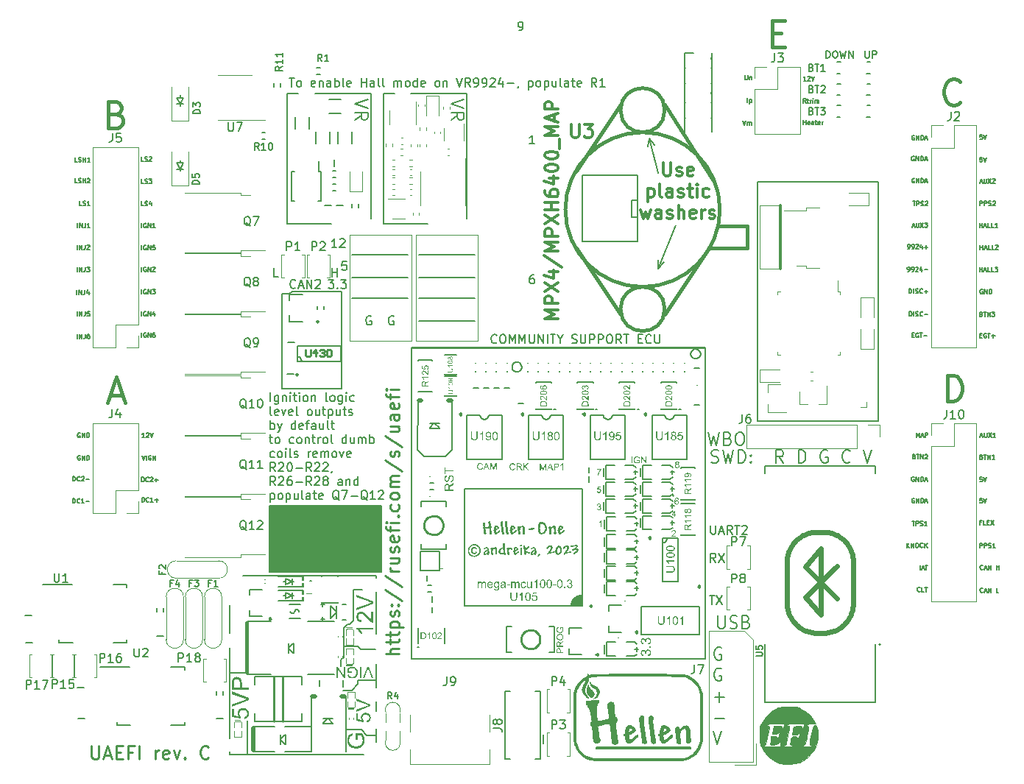
<source format=gto>
G75*
G70*
%OFA0B0*%
%FSLAX25Y25*%
%IPPOS*%
%LPD*%
%AMOC8*
5,1,8,0,0,1.08239X$1,22.5*
%
%ADD10C,0.00787*%
%ADD100C,0.01968*%
%ADD101C,0.01575*%
%ADD131C,0.01000*%
%ADD228C,0.00300*%
%ADD74C,0.01181*%
%ADD77C,0.00591*%
%ADD78C,0.00472*%
%ADD82C,0.00500*%
%ADD83C,0.01772*%
%ADD84C,0.00669*%
%ADD85C,0.00984*%
%ADD86C,0.01200*%
%ADD87C,0.00800*%
%ADD88C,0.00000*%
%ADD89C,0.02484*%
%ADD90C,0.00390*%
%ADD91C,0.00010*%
%ADD92C,0.01500*%
%ADD98C,0.00394*%
X0000000Y0000000D02*
%LPD*%
G01*
D77*
X0183071Y0211869D02*
X0208268Y0211869D01*
X0183071Y0201633D02*
X0208268Y0201633D01*
X0152756Y0231554D02*
X0177953Y0231554D01*
X0115236Y0117902D02*
X0166087Y0117902D01*
X0166087Y0088080D01*
X0115236Y0088080D01*
X0115236Y0117902D01*
G36*
X0115236Y0117902D02*
G01*
X0166087Y0117902D01*
X0166087Y0088080D01*
X0115236Y0088080D01*
X0115236Y0117902D01*
G37*
X0183071Y0221318D02*
X0208268Y0221318D01*
X0152756Y0211869D02*
X0177953Y0211869D01*
X0183071Y0231554D02*
X0208268Y0231554D01*
X0152756Y0221318D02*
X0177953Y0221318D01*
D82*
X0405039Y0203772D02*
X0405039Y0205772D01*
X0405039Y0205772D02*
X0405516Y0205772D01*
X0405516Y0205772D02*
X0405801Y0205677D01*
X0405801Y0205677D02*
X0405992Y0205486D01*
X0405992Y0205486D02*
X0406087Y0205296D01*
X0406087Y0205296D02*
X0406182Y0204915D01*
X0406182Y0204915D02*
X0406182Y0204629D01*
X0406182Y0204629D02*
X0406087Y0204248D01*
X0406087Y0204248D02*
X0405992Y0204058D01*
X0405992Y0204058D02*
X0405801Y0203867D01*
X0405801Y0203867D02*
X0405516Y0203772D01*
X0405516Y0203772D02*
X0405039Y0203772D01*
X0407039Y0203772D02*
X0407039Y0205772D01*
X0407897Y0203867D02*
X0408182Y0203772D01*
X0408182Y0203772D02*
X0408658Y0203772D01*
X0408658Y0203772D02*
X0408849Y0203867D01*
X0408849Y0203867D02*
X0408944Y0203962D01*
X0408944Y0203962D02*
X0409039Y0204153D01*
X0409039Y0204153D02*
X0409039Y0204343D01*
X0409039Y0204343D02*
X0408944Y0204534D01*
X0408944Y0204534D02*
X0408849Y0204629D01*
X0408849Y0204629D02*
X0408658Y0204724D01*
X0408658Y0204724D02*
X0408278Y0204819D01*
X0408278Y0204819D02*
X0408087Y0204915D01*
X0408087Y0204915D02*
X0407992Y0205010D01*
X0407992Y0205010D02*
X0407897Y0205200D01*
X0407897Y0205200D02*
X0407897Y0205391D01*
X0407897Y0205391D02*
X0407992Y0205581D01*
X0407992Y0205581D02*
X0408087Y0205677D01*
X0408087Y0205677D02*
X0408278Y0205772D01*
X0408278Y0205772D02*
X0408754Y0205772D01*
X0408754Y0205772D02*
X0409039Y0205677D01*
X0411039Y0203962D02*
X0410944Y0203867D01*
X0410944Y0203867D02*
X0410658Y0203772D01*
X0410658Y0203772D02*
X0410468Y0203772D01*
X0410468Y0203772D02*
X0410182Y0203867D01*
X0410182Y0203867D02*
X0409992Y0204058D01*
X0409992Y0204058D02*
X0409897Y0204248D01*
X0409897Y0204248D02*
X0409801Y0204629D01*
X0409801Y0204629D02*
X0409801Y0204915D01*
X0409801Y0204915D02*
X0409897Y0205296D01*
X0409897Y0205296D02*
X0409992Y0205486D01*
X0409992Y0205486D02*
X0410182Y0205677D01*
X0410182Y0205677D02*
X0410468Y0205772D01*
X0410468Y0205772D02*
X0410658Y0205772D01*
X0410658Y0205772D02*
X0410944Y0205677D01*
X0410944Y0205677D02*
X0411039Y0205581D01*
X0411897Y0204534D02*
X0413420Y0204534D01*
D77*
X0143757Y0221496D02*
X0143757Y0225433D01*
X0143757Y0223558D02*
X0146007Y0223558D01*
X0146007Y0221496D02*
X0146007Y0225433D01*
D82*
X0358312Y0310380D02*
X0357169Y0310380D01*
X0357740Y0310380D02*
X0357740Y0312380D01*
X0357740Y0312380D02*
X0357550Y0312094D01*
X0357550Y0312094D02*
X0357359Y0311904D01*
X0357359Y0311904D02*
X0357169Y0311809D01*
X0359073Y0312190D02*
X0359169Y0312285D01*
X0359169Y0312285D02*
X0359359Y0312380D01*
X0359359Y0312380D02*
X0359835Y0312380D01*
X0359835Y0312380D02*
X0360026Y0312285D01*
X0360026Y0312285D02*
X0360121Y0312190D01*
X0360121Y0312190D02*
X0360216Y0311999D01*
X0360216Y0311999D02*
X0360216Y0311809D01*
X0360216Y0311809D02*
X0360121Y0311523D01*
X0360121Y0311523D02*
X0358978Y0310380D01*
X0358978Y0310380D02*
X0360216Y0310380D01*
X0360788Y0312380D02*
X0361454Y0310380D01*
X0361454Y0310380D02*
X0362121Y0312380D01*
D83*
X0046078Y0295237D02*
X0047766Y0294674D01*
X0047766Y0294674D02*
X0048328Y0294112D01*
X0048328Y0294112D02*
X0048890Y0292987D01*
X0048890Y0292987D02*
X0048890Y0291300D01*
X0048890Y0291300D02*
X0048328Y0290175D01*
X0048328Y0290175D02*
X0047766Y0289612D01*
X0047766Y0289612D02*
X0046641Y0289050D01*
X0046641Y0289050D02*
X0042141Y0289050D01*
X0042141Y0289050D02*
X0042141Y0300861D01*
X0042141Y0300861D02*
X0046078Y0300861D01*
X0046078Y0300861D02*
X0047203Y0300298D01*
X0047203Y0300298D02*
X0047766Y0299736D01*
X0047766Y0299736D02*
X0048328Y0298611D01*
X0048328Y0298611D02*
X0048328Y0297486D01*
X0048328Y0297486D02*
X0047766Y0296361D01*
X0047766Y0296361D02*
X0047203Y0295799D01*
X0047203Y0295799D02*
X0046078Y0295237D01*
X0046078Y0295237D02*
X0042141Y0295237D01*
D82*
X0028288Y0193680D02*
X0028288Y0195680D01*
X0029240Y0193680D02*
X0029240Y0195680D01*
X0029240Y0195680D02*
X0030383Y0193680D01*
X0030383Y0193680D02*
X0030383Y0195680D01*
X0031907Y0195680D02*
X0031907Y0194251D01*
X0031907Y0194251D02*
X0031812Y0193966D01*
X0031812Y0193966D02*
X0031621Y0193775D01*
X0031621Y0193775D02*
X0031335Y0193680D01*
X0031335Y0193680D02*
X0031145Y0193680D01*
X0033716Y0195680D02*
X0033335Y0195680D01*
X0033335Y0195680D02*
X0033145Y0195585D01*
X0033145Y0195585D02*
X0033050Y0195490D01*
X0033050Y0195490D02*
X0032859Y0195204D01*
X0032859Y0195204D02*
X0032764Y0194823D01*
X0032764Y0194823D02*
X0032764Y0194061D01*
X0032764Y0194061D02*
X0032859Y0193870D01*
X0032859Y0193870D02*
X0032954Y0193775D01*
X0032954Y0193775D02*
X0033145Y0193680D01*
X0033145Y0193680D02*
X0033526Y0193680D01*
X0033526Y0193680D02*
X0033716Y0193775D01*
X0033716Y0193775D02*
X0033812Y0193870D01*
X0033812Y0193870D02*
X0033907Y0194061D01*
X0033907Y0194061D02*
X0033907Y0194537D01*
X0033907Y0194537D02*
X0033812Y0194728D01*
X0033812Y0194728D02*
X0033716Y0194823D01*
X0033716Y0194823D02*
X0033526Y0194918D01*
X0033526Y0194918D02*
X0033145Y0194918D01*
X0033145Y0194918D02*
X0032954Y0194823D01*
X0032954Y0194823D02*
X0032859Y0194728D01*
X0032859Y0194728D02*
X0032764Y0194537D01*
X0058364Y0273980D02*
X0057412Y0273980D01*
X0057412Y0273980D02*
X0057412Y0275980D01*
X0058935Y0274075D02*
X0059221Y0273980D01*
X0059221Y0273980D02*
X0059697Y0273980D01*
X0059697Y0273980D02*
X0059888Y0274075D01*
X0059888Y0274075D02*
X0059983Y0274170D01*
X0059983Y0274170D02*
X0060078Y0274361D01*
X0060078Y0274361D02*
X0060078Y0274551D01*
X0060078Y0274551D02*
X0059983Y0274742D01*
X0059983Y0274742D02*
X0059888Y0274837D01*
X0059888Y0274837D02*
X0059697Y0274932D01*
X0059697Y0274932D02*
X0059316Y0275028D01*
X0059316Y0275028D02*
X0059126Y0275123D01*
X0059126Y0275123D02*
X0059031Y0275218D01*
X0059031Y0275218D02*
X0058935Y0275409D01*
X0058935Y0275409D02*
X0058935Y0275599D01*
X0058935Y0275599D02*
X0059031Y0275790D01*
X0059031Y0275790D02*
X0059126Y0275885D01*
X0059126Y0275885D02*
X0059316Y0275980D01*
X0059316Y0275980D02*
X0059792Y0275980D01*
X0059792Y0275980D02*
X0060078Y0275885D01*
X0060840Y0275790D02*
X0060935Y0275885D01*
X0060935Y0275885D02*
X0061126Y0275980D01*
X0061126Y0275980D02*
X0061602Y0275980D01*
X0061602Y0275980D02*
X0061792Y0275885D01*
X0061792Y0275885D02*
X0061888Y0275790D01*
X0061888Y0275790D02*
X0061983Y0275599D01*
X0061983Y0275599D02*
X0061983Y0275409D01*
X0061983Y0275409D02*
X0061888Y0275123D01*
X0061888Y0275123D02*
X0060745Y0273980D01*
X0060745Y0273980D02*
X0061983Y0273980D01*
X0028088Y0213680D02*
X0028088Y0215680D01*
X0029040Y0213680D02*
X0029040Y0215680D01*
X0029040Y0215680D02*
X0030183Y0213680D01*
X0030183Y0213680D02*
X0030183Y0215680D01*
X0031707Y0215680D02*
X0031707Y0214251D01*
X0031707Y0214251D02*
X0031612Y0213966D01*
X0031612Y0213966D02*
X0031421Y0213775D01*
X0031421Y0213775D02*
X0031135Y0213680D01*
X0031135Y0213680D02*
X0030945Y0213680D01*
X0033516Y0215013D02*
X0033516Y0213680D01*
X0033040Y0215775D02*
X0032564Y0214347D01*
X0032564Y0214347D02*
X0033802Y0214347D01*
X0028216Y0264180D02*
X0027264Y0264180D01*
X0027264Y0264180D02*
X0027264Y0266180D01*
X0028788Y0264275D02*
X0029073Y0264180D01*
X0029073Y0264180D02*
X0029550Y0264180D01*
X0029550Y0264180D02*
X0029740Y0264275D01*
X0029740Y0264275D02*
X0029835Y0264370D01*
X0029835Y0264370D02*
X0029931Y0264561D01*
X0029931Y0264561D02*
X0029931Y0264751D01*
X0029931Y0264751D02*
X0029835Y0264942D01*
X0029835Y0264942D02*
X0029740Y0265037D01*
X0029740Y0265037D02*
X0029550Y0265132D01*
X0029550Y0265132D02*
X0029169Y0265228D01*
X0029169Y0265228D02*
X0028978Y0265323D01*
X0028978Y0265323D02*
X0028883Y0265418D01*
X0028883Y0265418D02*
X0028788Y0265609D01*
X0028788Y0265609D02*
X0028788Y0265799D01*
X0028788Y0265799D02*
X0028883Y0265990D01*
X0028883Y0265990D02*
X0028978Y0266085D01*
X0028978Y0266085D02*
X0029169Y0266180D01*
X0029169Y0266180D02*
X0029645Y0266180D01*
X0029645Y0266180D02*
X0029931Y0266085D01*
X0030788Y0264180D02*
X0030788Y0266180D01*
X0030788Y0265228D02*
X0031931Y0265228D01*
X0031931Y0264180D02*
X0031931Y0266180D01*
X0032788Y0265990D02*
X0032883Y0266085D01*
X0032883Y0266085D02*
X0033073Y0266180D01*
X0033073Y0266180D02*
X0033550Y0266180D01*
X0033550Y0266180D02*
X0033740Y0266085D01*
X0033740Y0266085D02*
X0033835Y0265990D01*
X0033835Y0265990D02*
X0033931Y0265799D01*
X0033931Y0265799D02*
X0033931Y0265609D01*
X0033931Y0265609D02*
X0033835Y0265323D01*
X0033835Y0265323D02*
X0032692Y0264180D01*
X0032692Y0264180D02*
X0033931Y0264180D01*
X0026335Y0129180D02*
X0026335Y0131180D01*
X0026335Y0131180D02*
X0026812Y0131180D01*
X0026812Y0131180D02*
X0027097Y0131085D01*
X0027097Y0131085D02*
X0027288Y0130894D01*
X0027288Y0130894D02*
X0027383Y0130704D01*
X0027383Y0130704D02*
X0027478Y0130323D01*
X0027478Y0130323D02*
X0027478Y0130037D01*
X0027478Y0130037D02*
X0027383Y0129656D01*
X0027383Y0129656D02*
X0027288Y0129466D01*
X0027288Y0129466D02*
X0027097Y0129275D01*
X0027097Y0129275D02*
X0026812Y0129180D01*
X0026812Y0129180D02*
X0026335Y0129180D01*
X0029478Y0129370D02*
X0029383Y0129275D01*
X0029383Y0129275D02*
X0029097Y0129180D01*
X0029097Y0129180D02*
X0028907Y0129180D01*
X0028907Y0129180D02*
X0028621Y0129275D01*
X0028621Y0129275D02*
X0028431Y0129466D01*
X0028431Y0129466D02*
X0028335Y0129656D01*
X0028335Y0129656D02*
X0028240Y0130037D01*
X0028240Y0130037D02*
X0028240Y0130323D01*
X0028240Y0130323D02*
X0028335Y0130704D01*
X0028335Y0130704D02*
X0028431Y0130894D01*
X0028431Y0130894D02*
X0028621Y0131085D01*
X0028621Y0131085D02*
X0028907Y0131180D01*
X0028907Y0131180D02*
X0029097Y0131180D01*
X0029097Y0131180D02*
X0029383Y0131085D01*
X0029383Y0131085D02*
X0029478Y0130990D01*
X0030240Y0130990D02*
X0030335Y0131085D01*
X0030335Y0131085D02*
X0030526Y0131180D01*
X0030526Y0131180D02*
X0031002Y0131180D01*
X0031002Y0131180D02*
X0031192Y0131085D01*
X0031192Y0131085D02*
X0031288Y0130990D01*
X0031288Y0130990D02*
X0031383Y0130799D01*
X0031383Y0130799D02*
X0031383Y0130609D01*
X0031383Y0130609D02*
X0031288Y0130323D01*
X0031288Y0130323D02*
X0030145Y0129180D01*
X0030145Y0129180D02*
X0031383Y0129180D01*
X0032240Y0129942D02*
X0033764Y0129942D01*
X0438069Y0285880D02*
X0437116Y0285880D01*
X0437116Y0285880D02*
X0437021Y0284928D01*
X0437021Y0284928D02*
X0437116Y0285023D01*
X0437116Y0285023D02*
X0437307Y0285118D01*
X0437307Y0285118D02*
X0437783Y0285118D01*
X0437783Y0285118D02*
X0437973Y0285023D01*
X0437973Y0285023D02*
X0438069Y0284928D01*
X0438069Y0284928D02*
X0438164Y0284737D01*
X0438164Y0284737D02*
X0438164Y0284261D01*
X0438164Y0284261D02*
X0438069Y0284070D01*
X0438069Y0284070D02*
X0437973Y0283975D01*
X0437973Y0283975D02*
X0437783Y0283880D01*
X0437783Y0283880D02*
X0437307Y0283880D01*
X0437307Y0283880D02*
X0437116Y0283975D01*
X0437116Y0283975D02*
X0437021Y0284070D01*
X0438735Y0285880D02*
X0439402Y0283880D01*
X0439402Y0283880D02*
X0440069Y0285880D01*
X0437053Y0233980D02*
X0437053Y0235980D01*
X0437053Y0235028D02*
X0438196Y0235028D01*
X0438196Y0233980D02*
X0438196Y0235980D01*
X0439053Y0234551D02*
X0440005Y0234551D01*
X0438862Y0233980D02*
X0439529Y0235980D01*
X0439529Y0235980D02*
X0440196Y0233980D01*
X0441815Y0233980D02*
X0440862Y0233980D01*
X0440862Y0233980D02*
X0440862Y0235980D01*
X0443434Y0233980D02*
X0442481Y0233980D01*
X0442481Y0233980D02*
X0442481Y0235980D01*
X0444005Y0235790D02*
X0444100Y0235885D01*
X0444100Y0235885D02*
X0444291Y0235980D01*
X0444291Y0235980D02*
X0444767Y0235980D01*
X0444767Y0235980D02*
X0444958Y0235885D01*
X0444958Y0235885D02*
X0445053Y0235790D01*
X0445053Y0235790D02*
X0445148Y0235599D01*
X0445148Y0235599D02*
X0445148Y0235409D01*
X0445148Y0235409D02*
X0445053Y0235123D01*
X0445053Y0235123D02*
X0443910Y0233980D01*
X0443910Y0233980D02*
X0445148Y0233980D01*
X0404959Y0214180D02*
X0404959Y0216180D01*
X0404959Y0216180D02*
X0405435Y0216180D01*
X0405435Y0216180D02*
X0405721Y0216085D01*
X0405721Y0216085D02*
X0405912Y0215894D01*
X0405912Y0215894D02*
X0406007Y0215704D01*
X0406007Y0215704D02*
X0406102Y0215323D01*
X0406102Y0215323D02*
X0406102Y0215037D01*
X0406102Y0215037D02*
X0406007Y0214656D01*
X0406007Y0214656D02*
X0405912Y0214466D01*
X0405912Y0214466D02*
X0405721Y0214275D01*
X0405721Y0214275D02*
X0405435Y0214180D01*
X0405435Y0214180D02*
X0404959Y0214180D01*
X0406959Y0214180D02*
X0406959Y0216180D01*
X0407816Y0214275D02*
X0408102Y0214180D01*
X0408102Y0214180D02*
X0408578Y0214180D01*
X0408578Y0214180D02*
X0408769Y0214275D01*
X0408769Y0214275D02*
X0408864Y0214370D01*
X0408864Y0214370D02*
X0408959Y0214561D01*
X0408959Y0214561D02*
X0408959Y0214751D01*
X0408959Y0214751D02*
X0408864Y0214942D01*
X0408864Y0214942D02*
X0408769Y0215037D01*
X0408769Y0215037D02*
X0408578Y0215132D01*
X0408578Y0215132D02*
X0408197Y0215228D01*
X0408197Y0215228D02*
X0408007Y0215323D01*
X0408007Y0215323D02*
X0407912Y0215418D01*
X0407912Y0215418D02*
X0407816Y0215609D01*
X0407816Y0215609D02*
X0407816Y0215799D01*
X0407816Y0215799D02*
X0407912Y0215990D01*
X0407912Y0215990D02*
X0408007Y0216085D01*
X0408007Y0216085D02*
X0408197Y0216180D01*
X0408197Y0216180D02*
X0408673Y0216180D01*
X0408673Y0216180D02*
X0408959Y0216085D01*
X0410959Y0214370D02*
X0410864Y0214275D01*
X0410864Y0214275D02*
X0410578Y0214180D01*
X0410578Y0214180D02*
X0410388Y0214180D01*
X0410388Y0214180D02*
X0410102Y0214275D01*
X0410102Y0214275D02*
X0409912Y0214466D01*
X0409912Y0214466D02*
X0409816Y0214656D01*
X0409816Y0214656D02*
X0409721Y0215037D01*
X0409721Y0215037D02*
X0409721Y0215323D01*
X0409721Y0215323D02*
X0409816Y0215704D01*
X0409816Y0215704D02*
X0409912Y0215894D01*
X0409912Y0215894D02*
X0410102Y0216085D01*
X0410102Y0216085D02*
X0410388Y0216180D01*
X0410388Y0216180D02*
X0410578Y0216180D01*
X0410578Y0216180D02*
X0410864Y0216085D01*
X0410864Y0216085D02*
X0410959Y0215990D01*
X0411816Y0214942D02*
X0413340Y0214942D01*
X0412578Y0214180D02*
X0412578Y0215704D01*
D10*
X0319820Y0053613D02*
X0319295Y0053894D01*
X0319295Y0053894D02*
X0318508Y0053894D01*
X0318508Y0053894D02*
X0317721Y0053613D01*
X0317721Y0053613D02*
X0317196Y0053050D01*
X0317196Y0053050D02*
X0316933Y0052488D01*
X0316933Y0052488D02*
X0316671Y0051363D01*
X0316671Y0051363D02*
X0316671Y0050520D01*
X0316671Y0050520D02*
X0316933Y0049395D01*
X0316933Y0049395D02*
X0317196Y0048832D01*
X0317196Y0048832D02*
X0317721Y0048270D01*
X0317721Y0048270D02*
X0318508Y0047989D01*
X0318508Y0047989D02*
X0319033Y0047989D01*
X0319033Y0047989D02*
X0319820Y0048270D01*
X0319820Y0048270D02*
X0320083Y0048551D01*
X0320083Y0048551D02*
X0320083Y0050520D01*
X0320083Y0050520D02*
X0319033Y0050520D01*
X0319820Y0044105D02*
X0319295Y0044387D01*
X0319295Y0044387D02*
X0318508Y0044387D01*
X0318508Y0044387D02*
X0317721Y0044105D01*
X0317721Y0044105D02*
X0317196Y0043543D01*
X0317196Y0043543D02*
X0316933Y0042980D01*
X0316933Y0042980D02*
X0316671Y0041856D01*
X0316671Y0041856D02*
X0316671Y0041012D01*
X0316671Y0041012D02*
X0316933Y0039887D01*
X0316933Y0039887D02*
X0317196Y0039325D01*
X0317196Y0039325D02*
X0317721Y0038762D01*
X0317721Y0038762D02*
X0318508Y0038481D01*
X0318508Y0038481D02*
X0319033Y0038481D01*
X0319033Y0038481D02*
X0319820Y0038762D01*
X0319820Y0038762D02*
X0320083Y0039043D01*
X0320083Y0039043D02*
X0320083Y0041012D01*
X0320083Y0041012D02*
X0319033Y0041012D01*
X0316933Y0031223D02*
X0321133Y0031223D01*
X0319033Y0028974D02*
X0319033Y0033473D01*
X0316933Y0021716D02*
X0321133Y0021716D01*
X0316146Y0015864D02*
X0317983Y0009958D01*
X0317983Y0009958D02*
X0319820Y0015864D01*
D82*
X0403831Y0099080D02*
X0403831Y0101080D01*
X0404973Y0099080D02*
X0404116Y0100223D01*
X0404973Y0101080D02*
X0403831Y0099937D01*
X0405831Y0099080D02*
X0405831Y0101080D01*
X0405831Y0101080D02*
X0406973Y0099080D01*
X0406973Y0099080D02*
X0406973Y0101080D01*
X0408307Y0101080D02*
X0408688Y0101080D01*
X0408688Y0101080D02*
X0408878Y0100985D01*
X0408878Y0100985D02*
X0409069Y0100794D01*
X0409069Y0100794D02*
X0409164Y0100413D01*
X0409164Y0100413D02*
X0409164Y0099747D01*
X0409164Y0099747D02*
X0409069Y0099366D01*
X0409069Y0099366D02*
X0408878Y0099175D01*
X0408878Y0099175D02*
X0408688Y0099080D01*
X0408688Y0099080D02*
X0408307Y0099080D01*
X0408307Y0099080D02*
X0408116Y0099175D01*
X0408116Y0099175D02*
X0407926Y0099366D01*
X0407926Y0099366D02*
X0407831Y0099747D01*
X0407831Y0099747D02*
X0407831Y0100413D01*
X0407831Y0100413D02*
X0407926Y0100794D01*
X0407926Y0100794D02*
X0408116Y0100985D01*
X0408116Y0100985D02*
X0408307Y0101080D01*
X0411164Y0099270D02*
X0411069Y0099175D01*
X0411069Y0099175D02*
X0410783Y0099080D01*
X0410783Y0099080D02*
X0410592Y0099080D01*
X0410592Y0099080D02*
X0410307Y0099175D01*
X0410307Y0099175D02*
X0410116Y0099366D01*
X0410116Y0099366D02*
X0410021Y0099556D01*
X0410021Y0099556D02*
X0409926Y0099937D01*
X0409926Y0099937D02*
X0409926Y0100223D01*
X0409926Y0100223D02*
X0410021Y0100604D01*
X0410021Y0100604D02*
X0410116Y0100794D01*
X0410116Y0100794D02*
X0410307Y0100985D01*
X0410307Y0100985D02*
X0410592Y0101080D01*
X0410592Y0101080D02*
X0410783Y0101080D01*
X0410783Y0101080D02*
X0411069Y0100985D01*
X0411069Y0100985D02*
X0411164Y0100890D01*
X0412021Y0099080D02*
X0412021Y0101080D01*
X0413164Y0099080D02*
X0412307Y0100223D01*
X0413164Y0101080D02*
X0412021Y0099937D01*
D77*
X0315105Y0108995D02*
X0315105Y0105808D01*
X0315105Y0105808D02*
X0315293Y0105433D01*
X0315293Y0105433D02*
X0315480Y0105246D01*
X0315480Y0105246D02*
X0315855Y0105058D01*
X0315855Y0105058D02*
X0316605Y0105058D01*
X0316605Y0105058D02*
X0316980Y0105246D01*
X0316980Y0105246D02*
X0317168Y0105433D01*
X0317168Y0105433D02*
X0317355Y0105808D01*
X0317355Y0105808D02*
X0317355Y0108995D01*
X0319042Y0106183D02*
X0320917Y0106183D01*
X0318667Y0105058D02*
X0319980Y0108995D01*
X0319980Y0108995D02*
X0321292Y0105058D01*
X0324854Y0105058D02*
X0323542Y0106933D01*
X0322604Y0105058D02*
X0322604Y0108995D01*
X0322604Y0108995D02*
X0324104Y0108995D01*
X0324104Y0108995D02*
X0324479Y0108808D01*
X0324479Y0108808D02*
X0324667Y0108620D01*
X0324667Y0108620D02*
X0324854Y0108245D01*
X0324854Y0108245D02*
X0324854Y0107683D01*
X0324854Y0107683D02*
X0324667Y0107308D01*
X0324667Y0107308D02*
X0324479Y0107120D01*
X0324479Y0107120D02*
X0324104Y0106933D01*
X0324104Y0106933D02*
X0322604Y0106933D01*
X0325979Y0108995D02*
X0328229Y0108995D01*
X0327104Y0105058D02*
X0327104Y0108995D01*
X0329354Y0108620D02*
X0329541Y0108808D01*
X0329541Y0108808D02*
X0329916Y0108995D01*
X0329916Y0108995D02*
X0330853Y0108995D01*
X0330853Y0108995D02*
X0331228Y0108808D01*
X0331228Y0108808D02*
X0331416Y0108620D01*
X0331416Y0108620D02*
X0331603Y0108245D01*
X0331603Y0108245D02*
X0331603Y0107870D01*
X0331603Y0107870D02*
X0331416Y0107308D01*
X0331416Y0107308D02*
X0329166Y0105058D01*
X0329166Y0105058D02*
X0331603Y0105058D01*
X0317355Y0092381D02*
X0316043Y0094256D01*
X0315105Y0092381D02*
X0315105Y0096318D01*
X0315105Y0096318D02*
X0316605Y0096318D01*
X0316605Y0096318D02*
X0316980Y0096131D01*
X0316980Y0096131D02*
X0317168Y0095943D01*
X0317168Y0095943D02*
X0317355Y0095569D01*
X0317355Y0095569D02*
X0317355Y0095006D01*
X0317355Y0095006D02*
X0317168Y0094631D01*
X0317168Y0094631D02*
X0316980Y0094444D01*
X0316980Y0094444D02*
X0316605Y0094256D01*
X0316605Y0094256D02*
X0315105Y0094256D01*
X0318667Y0096318D02*
X0321292Y0092381D01*
X0321292Y0096318D02*
X0318667Y0092381D01*
X0314543Y0077303D02*
X0316793Y0077303D01*
X0315668Y0073366D02*
X0315668Y0077303D01*
X0317730Y0077303D02*
X0320355Y0073366D01*
X0320355Y0077303D02*
X0317730Y0073366D01*
D83*
X0043137Y0167982D02*
X0048762Y0167982D01*
X0042013Y0164607D02*
X0045950Y0176418D01*
X0045950Y0176418D02*
X0049887Y0164607D01*
D82*
X0437972Y0275680D02*
X0437019Y0275680D01*
X0437019Y0275680D02*
X0436924Y0274728D01*
X0436924Y0274728D02*
X0437019Y0274823D01*
X0437019Y0274823D02*
X0437210Y0274918D01*
X0437210Y0274918D02*
X0437686Y0274918D01*
X0437686Y0274918D02*
X0437877Y0274823D01*
X0437877Y0274823D02*
X0437972Y0274728D01*
X0437972Y0274728D02*
X0438067Y0274537D01*
X0438067Y0274537D02*
X0438067Y0274061D01*
X0438067Y0274061D02*
X0437972Y0273870D01*
X0437972Y0273870D02*
X0437877Y0273775D01*
X0437877Y0273775D02*
X0437686Y0273680D01*
X0437686Y0273680D02*
X0437210Y0273680D01*
X0437210Y0273680D02*
X0437019Y0273775D01*
X0437019Y0273775D02*
X0436924Y0273870D01*
X0438638Y0275680D02*
X0439305Y0273680D01*
X0439305Y0273680D02*
X0439972Y0275680D01*
X0437631Y0204728D02*
X0437916Y0204632D01*
X0437916Y0204632D02*
X0438012Y0204537D01*
X0438012Y0204537D02*
X0438107Y0204347D01*
X0438107Y0204347D02*
X0438107Y0204061D01*
X0438107Y0204061D02*
X0438012Y0203870D01*
X0438012Y0203870D02*
X0437916Y0203775D01*
X0437916Y0203775D02*
X0437726Y0203680D01*
X0437726Y0203680D02*
X0436964Y0203680D01*
X0436964Y0203680D02*
X0436964Y0205680D01*
X0436964Y0205680D02*
X0437631Y0205680D01*
X0437631Y0205680D02*
X0437821Y0205585D01*
X0437821Y0205585D02*
X0437916Y0205490D01*
X0437916Y0205490D02*
X0438012Y0205299D01*
X0438012Y0205299D02*
X0438012Y0205109D01*
X0438012Y0205109D02*
X0437916Y0204918D01*
X0437916Y0204918D02*
X0437821Y0204823D01*
X0437821Y0204823D02*
X0437631Y0204728D01*
X0437631Y0204728D02*
X0436964Y0204728D01*
X0438678Y0205680D02*
X0439821Y0205680D01*
X0439250Y0203680D02*
X0439250Y0205680D01*
X0440488Y0203680D02*
X0440488Y0205680D01*
X0440488Y0205680D02*
X0441631Y0203680D01*
X0441631Y0203680D02*
X0441631Y0205680D01*
X0442392Y0205680D02*
X0443631Y0205680D01*
X0443631Y0205680D02*
X0442964Y0204918D01*
X0442964Y0204918D02*
X0443250Y0204918D01*
X0443250Y0204918D02*
X0443440Y0204823D01*
X0443440Y0204823D02*
X0443535Y0204728D01*
X0443535Y0204728D02*
X0443631Y0204537D01*
X0443631Y0204537D02*
X0443631Y0204061D01*
X0443631Y0204061D02*
X0443535Y0203870D01*
X0443535Y0203870D02*
X0443440Y0203775D01*
X0443440Y0203775D02*
X0443250Y0203680D01*
X0443250Y0203680D02*
X0442678Y0203680D01*
X0442678Y0203680D02*
X0442488Y0203775D01*
X0442488Y0203775D02*
X0442392Y0203870D01*
X0437021Y0264551D02*
X0437973Y0264551D01*
X0436831Y0263980D02*
X0437497Y0265980D01*
X0437497Y0265980D02*
X0438164Y0263980D01*
X0438831Y0265980D02*
X0438831Y0264361D01*
X0438831Y0264361D02*
X0438926Y0264170D01*
X0438926Y0264170D02*
X0439021Y0264075D01*
X0439021Y0264075D02*
X0439212Y0263980D01*
X0439212Y0263980D02*
X0439592Y0263980D01*
X0439592Y0263980D02*
X0439783Y0264075D01*
X0439783Y0264075D02*
X0439878Y0264170D01*
X0439878Y0264170D02*
X0439973Y0264361D01*
X0439973Y0264361D02*
X0439973Y0265980D01*
X0440735Y0265980D02*
X0442069Y0263980D01*
X0442069Y0265980D02*
X0440735Y0263980D01*
X0442735Y0265790D02*
X0442831Y0265885D01*
X0442831Y0265885D02*
X0443021Y0265980D01*
X0443021Y0265980D02*
X0443497Y0265980D01*
X0443497Y0265980D02*
X0443688Y0265885D01*
X0443688Y0265885D02*
X0443783Y0265790D01*
X0443783Y0265790D02*
X0443878Y0265599D01*
X0443878Y0265599D02*
X0443878Y0265409D01*
X0443878Y0265409D02*
X0443783Y0265123D01*
X0443783Y0265123D02*
X0442640Y0263980D01*
X0442640Y0263980D02*
X0443878Y0263980D01*
D77*
X0141939Y0220315D02*
X0144376Y0220315D01*
X0144376Y0220315D02*
X0143063Y0218815D01*
X0143063Y0218815D02*
X0143626Y0218815D01*
X0143626Y0218815D02*
X0144001Y0218627D01*
X0144001Y0218627D02*
X0144188Y0218440D01*
X0144188Y0218440D02*
X0144376Y0218065D01*
X0144376Y0218065D02*
X0144376Y0217128D01*
X0144376Y0217128D02*
X0144188Y0216753D01*
X0144188Y0216753D02*
X0144001Y0216565D01*
X0144001Y0216565D02*
X0143626Y0216378D01*
X0143626Y0216378D02*
X0142501Y0216378D01*
X0142501Y0216378D02*
X0142126Y0216565D01*
X0142126Y0216565D02*
X0141939Y0216753D01*
X0146063Y0216753D02*
X0146250Y0216565D01*
X0146250Y0216565D02*
X0146063Y0216378D01*
X0146063Y0216378D02*
X0145876Y0216565D01*
X0145876Y0216565D02*
X0146063Y0216753D01*
X0146063Y0216753D02*
X0146063Y0216378D01*
X0147563Y0220315D02*
X0150000Y0220315D01*
X0150000Y0220315D02*
X0148688Y0218815D01*
X0148688Y0218815D02*
X0149250Y0218815D01*
X0149250Y0218815D02*
X0149625Y0218627D01*
X0149625Y0218627D02*
X0149813Y0218440D01*
X0149813Y0218440D02*
X0150000Y0218065D01*
X0150000Y0218065D02*
X0150000Y0217128D01*
X0150000Y0217128D02*
X0149813Y0216753D01*
X0149813Y0216753D02*
X0149625Y0216565D01*
X0149625Y0216565D02*
X0149250Y0216378D01*
X0149250Y0216378D02*
X0148125Y0216378D01*
X0148125Y0216378D02*
X0147750Y0216565D01*
X0147750Y0216565D02*
X0147563Y0216753D01*
D82*
X0406273Y0110980D02*
X0407416Y0110980D01*
X0406845Y0108980D02*
X0406845Y0110980D01*
X0408083Y0108980D02*
X0408083Y0110980D01*
X0408083Y0110980D02*
X0408845Y0110980D01*
X0408845Y0110980D02*
X0409035Y0110885D01*
X0409035Y0110885D02*
X0409131Y0110790D01*
X0409131Y0110790D02*
X0409226Y0110599D01*
X0409226Y0110599D02*
X0409226Y0110313D01*
X0409226Y0110313D02*
X0409131Y0110123D01*
X0409131Y0110123D02*
X0409035Y0110028D01*
X0409035Y0110028D02*
X0408845Y0109932D01*
X0408845Y0109932D02*
X0408083Y0109932D01*
X0409988Y0109075D02*
X0410273Y0108980D01*
X0410273Y0108980D02*
X0410750Y0108980D01*
X0410750Y0108980D02*
X0410940Y0109075D01*
X0410940Y0109075D02*
X0411035Y0109170D01*
X0411035Y0109170D02*
X0411131Y0109361D01*
X0411131Y0109361D02*
X0411131Y0109551D01*
X0411131Y0109551D02*
X0411035Y0109742D01*
X0411035Y0109742D02*
X0410940Y0109837D01*
X0410940Y0109837D02*
X0410750Y0109932D01*
X0410750Y0109932D02*
X0410369Y0110028D01*
X0410369Y0110028D02*
X0410178Y0110123D01*
X0410178Y0110123D02*
X0410083Y0110218D01*
X0410083Y0110218D02*
X0409988Y0110409D01*
X0409988Y0110409D02*
X0409988Y0110599D01*
X0409988Y0110599D02*
X0410083Y0110790D01*
X0410083Y0110790D02*
X0410178Y0110885D01*
X0410178Y0110885D02*
X0410369Y0110980D01*
X0410369Y0110980D02*
X0410845Y0110980D01*
X0410845Y0110980D02*
X0411131Y0110885D01*
X0413035Y0108980D02*
X0411892Y0108980D01*
X0412464Y0108980D02*
X0412464Y0110980D01*
X0412464Y0110980D02*
X0412273Y0110694D01*
X0412273Y0110694D02*
X0412083Y0110504D01*
X0412083Y0110504D02*
X0411892Y0110409D01*
D84*
X0385045Y0323860D02*
X0385045Y0321246D01*
X0385045Y0321246D02*
X0385199Y0320939D01*
X0385199Y0320939D02*
X0385353Y0320785D01*
X0385353Y0320785D02*
X0385660Y0320631D01*
X0385660Y0320631D02*
X0386275Y0320631D01*
X0386275Y0320631D02*
X0386582Y0320785D01*
X0386582Y0320785D02*
X0386736Y0320939D01*
X0386736Y0320939D02*
X0386890Y0321246D01*
X0386890Y0321246D02*
X0386890Y0323860D01*
X0388427Y0320631D02*
X0388427Y0323860D01*
X0388427Y0323860D02*
X0389657Y0323860D01*
X0389657Y0323860D02*
X0389964Y0323706D01*
X0389964Y0323706D02*
X0390118Y0323552D01*
X0390118Y0323552D02*
X0390272Y0323245D01*
X0390272Y0323245D02*
X0390272Y0322783D01*
X0390272Y0322783D02*
X0390118Y0322476D01*
X0390118Y0322476D02*
X0389964Y0322322D01*
X0389964Y0322322D02*
X0389657Y0322169D01*
X0389657Y0322169D02*
X0388427Y0322169D01*
D77*
X0150150Y0228582D02*
X0148275Y0228582D01*
X0148275Y0228582D02*
X0148088Y0226708D01*
X0148088Y0226708D02*
X0148275Y0226895D01*
X0148275Y0226895D02*
X0148650Y0227083D01*
X0148650Y0227083D02*
X0149588Y0227083D01*
X0149588Y0227083D02*
X0149963Y0226895D01*
X0149963Y0226895D02*
X0150150Y0226708D01*
X0150150Y0226708D02*
X0150337Y0226333D01*
X0150337Y0226333D02*
X0150337Y0225395D01*
X0150337Y0225395D02*
X0150150Y0225020D01*
X0150150Y0225020D02*
X0149963Y0224833D01*
X0149963Y0224833D02*
X0149588Y0224645D01*
X0149588Y0224645D02*
X0148650Y0224645D01*
X0148650Y0224645D02*
X0148275Y0224833D01*
X0148275Y0224833D02*
X0148088Y0225020D01*
D82*
X0406324Y0244651D02*
X0407277Y0244651D01*
X0406134Y0244080D02*
X0406800Y0246080D01*
X0406800Y0246080D02*
X0407467Y0244080D01*
X0408134Y0246080D02*
X0408134Y0244461D01*
X0408134Y0244461D02*
X0408229Y0244270D01*
X0408229Y0244270D02*
X0408324Y0244175D01*
X0408324Y0244175D02*
X0408515Y0244080D01*
X0408515Y0244080D02*
X0408896Y0244080D01*
X0408896Y0244080D02*
X0409086Y0244175D01*
X0409086Y0244175D02*
X0409181Y0244270D01*
X0409181Y0244270D02*
X0409277Y0244461D01*
X0409277Y0244461D02*
X0409277Y0246080D01*
X0410038Y0246080D02*
X0411372Y0244080D01*
X0411372Y0246080D02*
X0410038Y0244080D01*
X0411943Y0246080D02*
X0413181Y0246080D01*
X0413181Y0246080D02*
X0412515Y0245318D01*
X0412515Y0245318D02*
X0412800Y0245318D01*
X0412800Y0245318D02*
X0412991Y0245223D01*
X0412991Y0245223D02*
X0413086Y0245128D01*
X0413086Y0245128D02*
X0413181Y0244937D01*
X0413181Y0244937D02*
X0413181Y0244461D01*
X0413181Y0244461D02*
X0413086Y0244270D01*
X0413086Y0244270D02*
X0412991Y0244175D01*
X0412991Y0244175D02*
X0412800Y0244080D01*
X0412800Y0244080D02*
X0412229Y0244080D01*
X0412229Y0244080D02*
X0412038Y0244175D01*
X0412038Y0244175D02*
X0411943Y0244270D01*
D84*
X0360531Y0316417D02*
X0360992Y0316263D01*
X0360992Y0316263D02*
X0361146Y0316109D01*
X0361146Y0316109D02*
X0361299Y0315802D01*
X0361299Y0315802D02*
X0361299Y0315341D01*
X0361299Y0315341D02*
X0361146Y0315033D01*
X0361146Y0315033D02*
X0360992Y0314879D01*
X0360992Y0314879D02*
X0360684Y0314726D01*
X0360684Y0314726D02*
X0359455Y0314726D01*
X0359455Y0314726D02*
X0359455Y0317954D01*
X0359455Y0317954D02*
X0360531Y0317954D01*
X0360531Y0317954D02*
X0360838Y0317800D01*
X0360838Y0317800D02*
X0360992Y0317647D01*
X0360992Y0317647D02*
X0361146Y0317339D01*
X0361146Y0317339D02*
X0361146Y0317032D01*
X0361146Y0317032D02*
X0360992Y0316724D01*
X0360992Y0316724D02*
X0360838Y0316570D01*
X0360838Y0316570D02*
X0360531Y0316417D01*
X0360531Y0316417D02*
X0359455Y0316417D01*
X0362222Y0317954D02*
X0364066Y0317954D01*
X0363144Y0314726D02*
X0363144Y0317954D01*
X0366834Y0314726D02*
X0364989Y0314726D01*
X0365911Y0314726D02*
X0365911Y0317954D01*
X0365911Y0317954D02*
X0365604Y0317493D01*
X0365604Y0317493D02*
X0365296Y0317185D01*
X0365296Y0317185D02*
X0364989Y0317032D01*
D82*
X0358169Y0300280D02*
X0357502Y0301232D01*
X0357026Y0300280D02*
X0357026Y0302280D01*
X0357026Y0302280D02*
X0357788Y0302280D01*
X0357788Y0302280D02*
X0357978Y0302185D01*
X0357978Y0302185D02*
X0358073Y0302090D01*
X0358073Y0302090D02*
X0358169Y0301899D01*
X0358169Y0301899D02*
X0358169Y0301613D01*
X0358169Y0301613D02*
X0358073Y0301423D01*
X0358073Y0301423D02*
X0357978Y0301328D01*
X0357978Y0301328D02*
X0357788Y0301232D01*
X0357788Y0301232D02*
X0357026Y0301232D01*
X0358740Y0301613D02*
X0359502Y0301613D01*
X0359026Y0302280D02*
X0359026Y0300566D01*
X0359026Y0300566D02*
X0359121Y0300375D01*
X0359121Y0300375D02*
X0359312Y0300280D01*
X0359312Y0300280D02*
X0359502Y0300280D01*
X0360169Y0300280D02*
X0360169Y0301613D01*
X0360169Y0301232D02*
X0360264Y0301423D01*
X0360264Y0301423D02*
X0360359Y0301518D01*
X0360359Y0301518D02*
X0360550Y0301613D01*
X0360550Y0301613D02*
X0360740Y0301613D01*
X0361407Y0300280D02*
X0361407Y0301613D01*
X0361407Y0302280D02*
X0361312Y0302185D01*
X0361312Y0302185D02*
X0361407Y0302090D01*
X0361407Y0302090D02*
X0361502Y0302185D01*
X0361502Y0302185D02*
X0361407Y0302280D01*
X0361407Y0302280D02*
X0361407Y0302090D01*
X0362359Y0300280D02*
X0362359Y0301613D01*
X0362359Y0301423D02*
X0362454Y0301518D01*
X0362454Y0301518D02*
X0362645Y0301613D01*
X0362645Y0301613D02*
X0362931Y0301613D01*
X0362931Y0301613D02*
X0363121Y0301518D01*
X0363121Y0301518D02*
X0363216Y0301328D01*
X0363216Y0301328D02*
X0363216Y0300280D01*
X0363216Y0301328D02*
X0363312Y0301518D01*
X0363312Y0301518D02*
X0363502Y0301613D01*
X0363502Y0301613D02*
X0363788Y0301613D01*
X0363788Y0301613D02*
X0363978Y0301518D01*
X0363978Y0301518D02*
X0364073Y0301328D01*
X0364073Y0301328D02*
X0364073Y0300280D01*
X0029526Y0150785D02*
X0029335Y0150880D01*
X0029335Y0150880D02*
X0029050Y0150880D01*
X0029050Y0150880D02*
X0028764Y0150785D01*
X0028764Y0150785D02*
X0028573Y0150594D01*
X0028573Y0150594D02*
X0028478Y0150404D01*
X0028478Y0150404D02*
X0028383Y0150023D01*
X0028383Y0150023D02*
X0028383Y0149737D01*
X0028383Y0149737D02*
X0028478Y0149356D01*
X0028478Y0149356D02*
X0028573Y0149166D01*
X0028573Y0149166D02*
X0028764Y0148975D01*
X0028764Y0148975D02*
X0029050Y0148880D01*
X0029050Y0148880D02*
X0029240Y0148880D01*
X0029240Y0148880D02*
X0029526Y0148975D01*
X0029526Y0148975D02*
X0029621Y0149070D01*
X0029621Y0149070D02*
X0029621Y0149737D01*
X0029621Y0149737D02*
X0029240Y0149737D01*
X0030478Y0148880D02*
X0030478Y0150880D01*
X0030478Y0150880D02*
X0031621Y0148880D01*
X0031621Y0148880D02*
X0031621Y0150880D01*
X0032573Y0148880D02*
X0032573Y0150880D01*
X0032573Y0150880D02*
X0033050Y0150880D01*
X0033050Y0150880D02*
X0033335Y0150785D01*
X0033335Y0150785D02*
X0033526Y0150594D01*
X0033526Y0150594D02*
X0033621Y0150404D01*
X0033621Y0150404D02*
X0033716Y0150023D01*
X0033716Y0150023D02*
X0033716Y0149737D01*
X0033716Y0149737D02*
X0033621Y0149356D01*
X0033621Y0149356D02*
X0033526Y0149166D01*
X0033526Y0149166D02*
X0033335Y0148975D01*
X0033335Y0148975D02*
X0033050Y0148880D01*
X0033050Y0148880D02*
X0032573Y0148880D01*
X0437221Y0149551D02*
X0438173Y0149551D01*
X0437031Y0148980D02*
X0437697Y0150980D01*
X0437697Y0150980D02*
X0438364Y0148980D01*
X0439031Y0150980D02*
X0439031Y0149361D01*
X0439031Y0149361D02*
X0439126Y0149170D01*
X0439126Y0149170D02*
X0439221Y0149075D01*
X0439221Y0149075D02*
X0439412Y0148980D01*
X0439412Y0148980D02*
X0439792Y0148980D01*
X0439792Y0148980D02*
X0439983Y0149075D01*
X0439983Y0149075D02*
X0440078Y0149170D01*
X0440078Y0149170D02*
X0440173Y0149361D01*
X0440173Y0149361D02*
X0440173Y0150980D01*
X0440935Y0150980D02*
X0442269Y0148980D01*
X0442269Y0150980D02*
X0440935Y0148980D01*
X0444078Y0148980D02*
X0442935Y0148980D01*
X0443507Y0148980D02*
X0443507Y0150980D01*
X0443507Y0150980D02*
X0443316Y0150694D01*
X0443316Y0150694D02*
X0443126Y0150504D01*
X0443126Y0150504D02*
X0442935Y0150409D01*
D77*
X0145707Y0234882D02*
X0143457Y0234882D01*
X0144582Y0234882D02*
X0144582Y0238819D01*
X0144582Y0238819D02*
X0144207Y0238256D01*
X0144207Y0238256D02*
X0143832Y0237881D01*
X0143832Y0237881D02*
X0143457Y0237694D01*
X0147207Y0238444D02*
X0147394Y0238631D01*
X0147394Y0238631D02*
X0147769Y0238819D01*
X0147769Y0238819D02*
X0148706Y0238819D01*
X0148706Y0238819D02*
X0149081Y0238631D01*
X0149081Y0238631D02*
X0149269Y0238444D01*
X0149269Y0238444D02*
X0149456Y0238069D01*
X0149456Y0238069D02*
X0149456Y0237694D01*
X0149456Y0237694D02*
X0149269Y0237131D01*
X0149269Y0237131D02*
X0147019Y0234882D01*
X0147019Y0234882D02*
X0149456Y0234882D01*
D82*
X0058712Y0148880D02*
X0057569Y0148880D01*
X0058140Y0148880D02*
X0058140Y0150880D01*
X0058140Y0150880D02*
X0057950Y0150594D01*
X0057950Y0150594D02*
X0057759Y0150404D01*
X0057759Y0150404D02*
X0057569Y0150309D01*
X0059473Y0150690D02*
X0059569Y0150785D01*
X0059569Y0150785D02*
X0059759Y0150880D01*
X0059759Y0150880D02*
X0060235Y0150880D01*
X0060235Y0150880D02*
X0060426Y0150785D01*
X0060426Y0150785D02*
X0060521Y0150690D01*
X0060521Y0150690D02*
X0060616Y0150499D01*
X0060616Y0150499D02*
X0060616Y0150309D01*
X0060616Y0150309D02*
X0060521Y0150023D01*
X0060521Y0150023D02*
X0059378Y0148880D01*
X0059378Y0148880D02*
X0060616Y0148880D01*
X0061188Y0150880D02*
X0061854Y0148880D01*
X0061854Y0148880D02*
X0062521Y0150880D01*
X0028188Y0223980D02*
X0028188Y0225980D01*
X0029140Y0223980D02*
X0029140Y0225980D01*
X0029140Y0225980D02*
X0030283Y0223980D01*
X0030283Y0223980D02*
X0030283Y0225980D01*
X0031807Y0225980D02*
X0031807Y0224551D01*
X0031807Y0224551D02*
X0031712Y0224266D01*
X0031712Y0224266D02*
X0031521Y0224075D01*
X0031521Y0224075D02*
X0031235Y0223980D01*
X0031235Y0223980D02*
X0031045Y0223980D01*
X0032569Y0225980D02*
X0033807Y0225980D01*
X0033807Y0225980D02*
X0033140Y0225218D01*
X0033140Y0225218D02*
X0033426Y0225218D01*
X0033426Y0225218D02*
X0033616Y0225123D01*
X0033616Y0225123D02*
X0033712Y0225028D01*
X0033712Y0225028D02*
X0033807Y0224837D01*
X0033807Y0224837D02*
X0033807Y0224361D01*
X0033807Y0224361D02*
X0033712Y0224170D01*
X0033712Y0224170D02*
X0033616Y0224075D01*
X0033616Y0224075D02*
X0033426Y0223980D01*
X0033426Y0223980D02*
X0032854Y0223980D01*
X0032854Y0223980D02*
X0032664Y0224075D01*
X0032664Y0224075D02*
X0032569Y0224170D01*
D10*
X0315385Y0137563D02*
X0316200Y0137281D01*
X0316200Y0137281D02*
X0317560Y0137281D01*
X0317560Y0137281D02*
X0318103Y0137563D01*
X0318103Y0137563D02*
X0318375Y0137844D01*
X0318375Y0137844D02*
X0318647Y0138406D01*
X0318647Y0138406D02*
X0318647Y0138969D01*
X0318647Y0138969D02*
X0318375Y0139531D01*
X0318375Y0139531D02*
X0318103Y0139812D01*
X0318103Y0139812D02*
X0317560Y0140094D01*
X0317560Y0140094D02*
X0316472Y0140375D01*
X0316472Y0140375D02*
X0315929Y0140656D01*
X0315929Y0140656D02*
X0315657Y0140937D01*
X0315657Y0140937D02*
X0315385Y0141500D01*
X0315385Y0141500D02*
X0315385Y0142062D01*
X0315385Y0142062D02*
X0315657Y0142625D01*
X0315657Y0142625D02*
X0315929Y0142906D01*
X0315929Y0142906D02*
X0316472Y0143187D01*
X0316472Y0143187D02*
X0317831Y0143187D01*
X0317831Y0143187D02*
X0318647Y0142906D01*
X0320550Y0143187D02*
X0321909Y0137281D01*
X0321909Y0137281D02*
X0322996Y0141500D01*
X0322996Y0141500D02*
X0324084Y0137281D01*
X0324084Y0137281D02*
X0325443Y0143187D01*
X0327618Y0137281D02*
X0327618Y0143187D01*
X0327618Y0143187D02*
X0328977Y0143187D01*
X0328977Y0143187D02*
X0329792Y0142906D01*
X0329792Y0142906D02*
X0330336Y0142343D01*
X0330336Y0142343D02*
X0330608Y0141781D01*
X0330608Y0141781D02*
X0330880Y0140656D01*
X0330880Y0140656D02*
X0330880Y0139812D01*
X0330880Y0139812D02*
X0330608Y0138688D01*
X0330608Y0138688D02*
X0330336Y0138125D01*
X0330336Y0138125D02*
X0329792Y0137563D01*
X0329792Y0137563D02*
X0328977Y0137281D01*
X0328977Y0137281D02*
X0327618Y0137281D01*
X0333326Y0137844D02*
X0333598Y0137563D01*
X0333598Y0137563D02*
X0333326Y0137281D01*
X0333326Y0137281D02*
X0333055Y0137563D01*
X0333055Y0137563D02*
X0333326Y0137844D01*
X0333326Y0137844D02*
X0333326Y0137281D01*
X0333326Y0140937D02*
X0333598Y0140656D01*
X0333598Y0140656D02*
X0333326Y0140375D01*
X0333326Y0140375D02*
X0333055Y0140656D01*
X0333055Y0140656D02*
X0333326Y0140937D01*
X0333326Y0140937D02*
X0333326Y0140375D01*
X0348006Y0137281D02*
X0346103Y0140094D01*
X0344744Y0137281D02*
X0344744Y0143187D01*
X0344744Y0143187D02*
X0346918Y0143187D01*
X0346918Y0143187D02*
X0347462Y0142906D01*
X0347462Y0142906D02*
X0347734Y0142625D01*
X0347734Y0142625D02*
X0348006Y0142062D01*
X0348006Y0142062D02*
X0348006Y0141218D01*
X0348006Y0141218D02*
X0347734Y0140656D01*
X0347734Y0140656D02*
X0347462Y0140375D01*
X0347462Y0140375D02*
X0346918Y0140094D01*
X0346918Y0140094D02*
X0344744Y0140094D01*
X0354802Y0137281D02*
X0354802Y0143187D01*
X0354802Y0143187D02*
X0356161Y0143187D01*
X0356161Y0143187D02*
X0356977Y0142906D01*
X0356977Y0142906D02*
X0357520Y0142343D01*
X0357520Y0142343D02*
X0357792Y0141781D01*
X0357792Y0141781D02*
X0358064Y0140656D01*
X0358064Y0140656D02*
X0358064Y0139812D01*
X0358064Y0139812D02*
X0357792Y0138688D01*
X0357792Y0138688D02*
X0357520Y0138125D01*
X0357520Y0138125D02*
X0356977Y0137563D01*
X0356977Y0137563D02*
X0356161Y0137281D01*
X0356161Y0137281D02*
X0354802Y0137281D01*
X0367850Y0142906D02*
X0367307Y0143187D01*
X0367307Y0143187D02*
X0366491Y0143187D01*
X0366491Y0143187D02*
X0365676Y0142906D01*
X0365676Y0142906D02*
X0365132Y0142343D01*
X0365132Y0142343D02*
X0364860Y0141781D01*
X0364860Y0141781D02*
X0364588Y0140656D01*
X0364588Y0140656D02*
X0364588Y0139812D01*
X0364588Y0139812D02*
X0364860Y0138688D01*
X0364860Y0138688D02*
X0365132Y0138125D01*
X0365132Y0138125D02*
X0365676Y0137563D01*
X0365676Y0137563D02*
X0366491Y0137281D01*
X0366491Y0137281D02*
X0367035Y0137281D01*
X0367035Y0137281D02*
X0367850Y0137563D01*
X0367850Y0137563D02*
X0368122Y0137844D01*
X0368122Y0137844D02*
X0368122Y0139812D01*
X0368122Y0139812D02*
X0367035Y0139812D01*
X0378180Y0137844D02*
X0377908Y0137563D01*
X0377908Y0137563D02*
X0377093Y0137281D01*
X0377093Y0137281D02*
X0376549Y0137281D01*
X0376549Y0137281D02*
X0375734Y0137563D01*
X0375734Y0137563D02*
X0375190Y0138125D01*
X0375190Y0138125D02*
X0374918Y0138688D01*
X0374918Y0138688D02*
X0374646Y0139812D01*
X0374646Y0139812D02*
X0374646Y0140656D01*
X0374646Y0140656D02*
X0374918Y0141781D01*
X0374918Y0141781D02*
X0375190Y0142343D01*
X0375190Y0142343D02*
X0375734Y0142906D01*
X0375734Y0142906D02*
X0376549Y0143187D01*
X0376549Y0143187D02*
X0377093Y0143187D01*
X0377093Y0143187D02*
X0377908Y0142906D01*
X0377908Y0142906D02*
X0378180Y0142625D01*
X0384161Y0143187D02*
X0386064Y0137281D01*
X0386064Y0137281D02*
X0387966Y0143187D01*
D82*
X0057659Y0140680D02*
X0058326Y0138680D01*
X0058326Y0138680D02*
X0058992Y0140680D01*
X0059659Y0138680D02*
X0059659Y0140680D01*
X0061659Y0140585D02*
X0061469Y0140680D01*
X0061469Y0140680D02*
X0061183Y0140680D01*
X0061183Y0140680D02*
X0060897Y0140585D01*
X0060897Y0140585D02*
X0060707Y0140394D01*
X0060707Y0140394D02*
X0060612Y0140204D01*
X0060612Y0140204D02*
X0060516Y0139823D01*
X0060516Y0139823D02*
X0060516Y0139537D01*
X0060516Y0139537D02*
X0060612Y0139156D01*
X0060612Y0139156D02*
X0060707Y0138966D01*
X0060707Y0138966D02*
X0060897Y0138775D01*
X0060897Y0138775D02*
X0061183Y0138680D01*
X0061183Y0138680D02*
X0061373Y0138680D01*
X0061373Y0138680D02*
X0061659Y0138775D01*
X0061659Y0138775D02*
X0061754Y0138870D01*
X0061754Y0138870D02*
X0061754Y0139537D01*
X0061754Y0139537D02*
X0061373Y0139537D01*
X0062612Y0138680D02*
X0062612Y0140680D01*
X0062612Y0140680D02*
X0063754Y0138680D01*
X0063754Y0138680D02*
X0063754Y0140680D01*
X0438072Y0130780D02*
X0437119Y0130780D01*
X0437119Y0130780D02*
X0437024Y0129828D01*
X0437024Y0129828D02*
X0437119Y0129923D01*
X0437119Y0129923D02*
X0437310Y0130018D01*
X0437310Y0130018D02*
X0437786Y0130018D01*
X0437786Y0130018D02*
X0437977Y0129923D01*
X0437977Y0129923D02*
X0438072Y0129828D01*
X0438072Y0129828D02*
X0438167Y0129637D01*
X0438167Y0129637D02*
X0438167Y0129161D01*
X0438167Y0129161D02*
X0438072Y0128970D01*
X0438072Y0128970D02*
X0437977Y0128875D01*
X0437977Y0128875D02*
X0437786Y0128780D01*
X0437786Y0128780D02*
X0437310Y0128780D01*
X0437310Y0128780D02*
X0437119Y0128875D01*
X0437119Y0128875D02*
X0437024Y0128970D01*
X0438738Y0130780D02*
X0439405Y0128780D01*
X0439405Y0128780D02*
X0440072Y0130780D01*
X0028188Y0233980D02*
X0028188Y0235980D01*
X0029140Y0233980D02*
X0029140Y0235980D01*
X0029140Y0235980D02*
X0030283Y0233980D01*
X0030283Y0233980D02*
X0030283Y0235980D01*
X0031807Y0235980D02*
X0031807Y0234551D01*
X0031807Y0234551D02*
X0031712Y0234266D01*
X0031712Y0234266D02*
X0031521Y0234075D01*
X0031521Y0234075D02*
X0031235Y0233980D01*
X0031235Y0233980D02*
X0031045Y0233980D01*
X0032664Y0235790D02*
X0032759Y0235885D01*
X0032759Y0235885D02*
X0032950Y0235980D01*
X0032950Y0235980D02*
X0033426Y0235980D01*
X0033426Y0235980D02*
X0033616Y0235885D01*
X0033616Y0235885D02*
X0033712Y0235790D01*
X0033712Y0235790D02*
X0033807Y0235599D01*
X0033807Y0235599D02*
X0033807Y0235409D01*
X0033807Y0235409D02*
X0033712Y0235123D01*
X0033712Y0235123D02*
X0032569Y0233980D01*
X0032569Y0233980D02*
X0033807Y0233980D01*
X0409897Y0079270D02*
X0409802Y0079175D01*
X0409802Y0079175D02*
X0409516Y0079080D01*
X0409516Y0079080D02*
X0409326Y0079080D01*
X0409326Y0079080D02*
X0409040Y0079175D01*
X0409040Y0079175D02*
X0408850Y0079366D01*
X0408850Y0079366D02*
X0408754Y0079556D01*
X0408754Y0079556D02*
X0408659Y0079937D01*
X0408659Y0079937D02*
X0408659Y0080223D01*
X0408659Y0080223D02*
X0408754Y0080604D01*
X0408754Y0080604D02*
X0408850Y0080794D01*
X0408850Y0080794D02*
X0409040Y0080985D01*
X0409040Y0080985D02*
X0409326Y0081080D01*
X0409326Y0081080D02*
X0409516Y0081080D01*
X0409516Y0081080D02*
X0409802Y0080985D01*
X0409802Y0080985D02*
X0409897Y0080890D01*
X0411707Y0079080D02*
X0410754Y0079080D01*
X0410754Y0079080D02*
X0410754Y0081080D01*
X0412088Y0081080D02*
X0413231Y0081080D01*
X0412659Y0079080D02*
X0412659Y0081080D01*
D84*
X0367329Y0320631D02*
X0367329Y0323860D01*
X0367329Y0323860D02*
X0368097Y0323860D01*
X0368097Y0323860D02*
X0368558Y0323706D01*
X0368558Y0323706D02*
X0368866Y0323398D01*
X0368866Y0323398D02*
X0369020Y0323091D01*
X0369020Y0323091D02*
X0369173Y0322476D01*
X0369173Y0322476D02*
X0369173Y0322015D01*
X0369173Y0322015D02*
X0369020Y0321400D01*
X0369020Y0321400D02*
X0368866Y0321092D01*
X0368866Y0321092D02*
X0368558Y0320785D01*
X0368558Y0320785D02*
X0368097Y0320631D01*
X0368097Y0320631D02*
X0367329Y0320631D01*
X0371172Y0323860D02*
X0371787Y0323860D01*
X0371787Y0323860D02*
X0372094Y0323706D01*
X0372094Y0323706D02*
X0372402Y0323398D01*
X0372402Y0323398D02*
X0372555Y0322783D01*
X0372555Y0322783D02*
X0372555Y0321707D01*
X0372555Y0321707D02*
X0372402Y0321092D01*
X0372402Y0321092D02*
X0372094Y0320785D01*
X0372094Y0320785D02*
X0371787Y0320631D01*
X0371787Y0320631D02*
X0371172Y0320631D01*
X0371172Y0320631D02*
X0370864Y0320785D01*
X0370864Y0320785D02*
X0370557Y0321092D01*
X0370557Y0321092D02*
X0370403Y0321707D01*
X0370403Y0321707D02*
X0370403Y0322783D01*
X0370403Y0322783D02*
X0370557Y0323398D01*
X0370557Y0323398D02*
X0370864Y0323706D01*
X0370864Y0323706D02*
X0371172Y0323860D01*
X0373632Y0323860D02*
X0374400Y0320631D01*
X0374400Y0320631D02*
X0375015Y0322937D01*
X0375015Y0322937D02*
X0375630Y0320631D01*
X0375630Y0320631D02*
X0376399Y0323860D01*
X0377629Y0320631D02*
X0377629Y0323860D01*
X0377629Y0323860D02*
X0379473Y0320631D01*
X0379473Y0320631D02*
X0379473Y0323860D01*
D77*
X0171504Y0203592D02*
X0171129Y0203779D01*
X0171129Y0203779D02*
X0170566Y0203779D01*
X0170566Y0203779D02*
X0170004Y0203592D01*
X0170004Y0203592D02*
X0169629Y0203217D01*
X0169629Y0203217D02*
X0169441Y0202842D01*
X0169441Y0202842D02*
X0169254Y0202092D01*
X0169254Y0202092D02*
X0169254Y0201529D01*
X0169254Y0201529D02*
X0169441Y0200780D01*
X0169441Y0200780D02*
X0169629Y0200405D01*
X0169629Y0200405D02*
X0170004Y0200030D01*
X0170004Y0200030D02*
X0170566Y0199842D01*
X0170566Y0199842D02*
X0170941Y0199842D01*
X0170941Y0199842D02*
X0171504Y0200030D01*
X0171504Y0200030D02*
X0171691Y0200217D01*
X0171691Y0200217D02*
X0171691Y0201529D01*
X0171691Y0201529D02*
X0170941Y0201529D01*
X0218143Y0191890D02*
X0217955Y0191703D01*
X0217955Y0191703D02*
X0217393Y0191515D01*
X0217393Y0191515D02*
X0217018Y0191515D01*
X0217018Y0191515D02*
X0216455Y0191703D01*
X0216455Y0191703D02*
X0216080Y0192078D01*
X0216080Y0192078D02*
X0215893Y0192453D01*
X0215893Y0192453D02*
X0215705Y0193203D01*
X0215705Y0193203D02*
X0215705Y0193765D01*
X0215705Y0193765D02*
X0215893Y0194515D01*
X0215893Y0194515D02*
X0216080Y0194890D01*
X0216080Y0194890D02*
X0216455Y0195265D01*
X0216455Y0195265D02*
X0217018Y0195452D01*
X0217018Y0195452D02*
X0217393Y0195452D01*
X0217393Y0195452D02*
X0217955Y0195265D01*
X0217955Y0195265D02*
X0218143Y0195077D01*
X0220580Y0195452D02*
X0221330Y0195452D01*
X0221330Y0195452D02*
X0221705Y0195265D01*
X0221705Y0195265D02*
X0222080Y0194890D01*
X0222080Y0194890D02*
X0222267Y0194140D01*
X0222267Y0194140D02*
X0222267Y0192828D01*
X0222267Y0192828D02*
X0222080Y0192078D01*
X0222080Y0192078D02*
X0221705Y0191703D01*
X0221705Y0191703D02*
X0221330Y0191515D01*
X0221330Y0191515D02*
X0220580Y0191515D01*
X0220580Y0191515D02*
X0220205Y0191703D01*
X0220205Y0191703D02*
X0219830Y0192078D01*
X0219830Y0192078D02*
X0219642Y0192828D01*
X0219642Y0192828D02*
X0219642Y0194140D01*
X0219642Y0194140D02*
X0219830Y0194890D01*
X0219830Y0194890D02*
X0220205Y0195265D01*
X0220205Y0195265D02*
X0220580Y0195452D01*
X0223954Y0191515D02*
X0223954Y0195452D01*
X0223954Y0195452D02*
X0225267Y0192640D01*
X0225267Y0192640D02*
X0226579Y0195452D01*
X0226579Y0195452D02*
X0226579Y0191515D01*
X0228454Y0191515D02*
X0228454Y0195452D01*
X0228454Y0195452D02*
X0229766Y0192640D01*
X0229766Y0192640D02*
X0231078Y0195452D01*
X0231078Y0195452D02*
X0231078Y0191515D01*
X0232953Y0195452D02*
X0232953Y0192265D01*
X0232953Y0192265D02*
X0233141Y0191890D01*
X0233141Y0191890D02*
X0233328Y0191703D01*
X0233328Y0191703D02*
X0233703Y0191515D01*
X0233703Y0191515D02*
X0234453Y0191515D01*
X0234453Y0191515D02*
X0234828Y0191703D01*
X0234828Y0191703D02*
X0235015Y0191890D01*
X0235015Y0191890D02*
X0235203Y0192265D01*
X0235203Y0192265D02*
X0235203Y0195452D01*
X0237078Y0191515D02*
X0237078Y0195452D01*
X0237078Y0195452D02*
X0239327Y0191515D01*
X0239327Y0191515D02*
X0239327Y0195452D01*
X0241202Y0191515D02*
X0241202Y0195452D01*
X0242515Y0195452D02*
X0244764Y0195452D01*
X0243639Y0191515D02*
X0243639Y0195452D01*
X0246826Y0193390D02*
X0246826Y0191515D01*
X0245514Y0195452D02*
X0246826Y0193390D01*
X0246826Y0193390D02*
X0248139Y0195452D01*
X0252263Y0191703D02*
X0252826Y0191515D01*
X0252826Y0191515D02*
X0253763Y0191515D01*
X0253763Y0191515D02*
X0254138Y0191703D01*
X0254138Y0191703D02*
X0254326Y0191890D01*
X0254326Y0191890D02*
X0254513Y0192265D01*
X0254513Y0192265D02*
X0254513Y0192640D01*
X0254513Y0192640D02*
X0254326Y0193015D01*
X0254326Y0193015D02*
X0254138Y0193203D01*
X0254138Y0193203D02*
X0253763Y0193390D01*
X0253763Y0193390D02*
X0253013Y0193578D01*
X0253013Y0193578D02*
X0252638Y0193765D01*
X0252638Y0193765D02*
X0252451Y0193953D01*
X0252451Y0193953D02*
X0252263Y0194328D01*
X0252263Y0194328D02*
X0252263Y0194703D01*
X0252263Y0194703D02*
X0252451Y0195077D01*
X0252451Y0195077D02*
X0252638Y0195265D01*
X0252638Y0195265D02*
X0253013Y0195452D01*
X0253013Y0195452D02*
X0253951Y0195452D01*
X0253951Y0195452D02*
X0254513Y0195265D01*
X0256200Y0195452D02*
X0256200Y0192265D01*
X0256200Y0192265D02*
X0256388Y0191890D01*
X0256388Y0191890D02*
X0256575Y0191703D01*
X0256575Y0191703D02*
X0256950Y0191515D01*
X0256950Y0191515D02*
X0257700Y0191515D01*
X0257700Y0191515D02*
X0258075Y0191703D01*
X0258075Y0191703D02*
X0258263Y0191890D01*
X0258263Y0191890D02*
X0258450Y0192265D01*
X0258450Y0192265D02*
X0258450Y0195452D01*
X0260325Y0191515D02*
X0260325Y0195452D01*
X0260325Y0195452D02*
X0261825Y0195452D01*
X0261825Y0195452D02*
X0262200Y0195265D01*
X0262200Y0195265D02*
X0262387Y0195077D01*
X0262387Y0195077D02*
X0262574Y0194703D01*
X0262574Y0194703D02*
X0262574Y0194140D01*
X0262574Y0194140D02*
X0262387Y0193765D01*
X0262387Y0193765D02*
X0262200Y0193578D01*
X0262200Y0193578D02*
X0261825Y0193390D01*
X0261825Y0193390D02*
X0260325Y0193390D01*
X0264262Y0191515D02*
X0264262Y0195452D01*
X0264262Y0195452D02*
X0265762Y0195452D01*
X0265762Y0195452D02*
X0266137Y0195265D01*
X0266137Y0195265D02*
X0266324Y0195077D01*
X0266324Y0195077D02*
X0266512Y0194703D01*
X0266512Y0194703D02*
X0266512Y0194140D01*
X0266512Y0194140D02*
X0266324Y0193765D01*
X0266324Y0193765D02*
X0266137Y0193578D01*
X0266137Y0193578D02*
X0265762Y0193390D01*
X0265762Y0193390D02*
X0264262Y0193390D01*
X0268949Y0195452D02*
X0269699Y0195452D01*
X0269699Y0195452D02*
X0270074Y0195265D01*
X0270074Y0195265D02*
X0270449Y0194890D01*
X0270449Y0194890D02*
X0270636Y0194140D01*
X0270636Y0194140D02*
X0270636Y0192828D01*
X0270636Y0192828D02*
X0270449Y0192078D01*
X0270449Y0192078D02*
X0270074Y0191703D01*
X0270074Y0191703D02*
X0269699Y0191515D01*
X0269699Y0191515D02*
X0268949Y0191515D01*
X0268949Y0191515D02*
X0268574Y0191703D01*
X0268574Y0191703D02*
X0268199Y0192078D01*
X0268199Y0192078D02*
X0268011Y0192828D01*
X0268011Y0192828D02*
X0268011Y0194140D01*
X0268011Y0194140D02*
X0268199Y0194890D01*
X0268199Y0194890D02*
X0268574Y0195265D01*
X0268574Y0195265D02*
X0268949Y0195452D01*
X0274573Y0191515D02*
X0273261Y0193390D01*
X0272323Y0191515D02*
X0272323Y0195452D01*
X0272323Y0195452D02*
X0273823Y0195452D01*
X0273823Y0195452D02*
X0274198Y0195265D01*
X0274198Y0195265D02*
X0274386Y0195077D01*
X0274386Y0195077D02*
X0274573Y0194703D01*
X0274573Y0194703D02*
X0274573Y0194140D01*
X0274573Y0194140D02*
X0274386Y0193765D01*
X0274386Y0193765D02*
X0274198Y0193578D01*
X0274198Y0193578D02*
X0273823Y0193390D01*
X0273823Y0193390D02*
X0272323Y0193390D01*
X0275698Y0195452D02*
X0277948Y0195452D01*
X0276823Y0191515D02*
X0276823Y0195452D01*
X0282260Y0193578D02*
X0283572Y0193578D01*
X0284134Y0191515D02*
X0282260Y0191515D01*
X0282260Y0191515D02*
X0282260Y0195452D01*
X0282260Y0195452D02*
X0284134Y0195452D01*
X0288071Y0191890D02*
X0287884Y0191703D01*
X0287884Y0191703D02*
X0287321Y0191515D01*
X0287321Y0191515D02*
X0286946Y0191515D01*
X0286946Y0191515D02*
X0286384Y0191703D01*
X0286384Y0191703D02*
X0286009Y0192078D01*
X0286009Y0192078D02*
X0285822Y0192453D01*
X0285822Y0192453D02*
X0285634Y0193203D01*
X0285634Y0193203D02*
X0285634Y0193765D01*
X0285634Y0193765D02*
X0285822Y0194515D01*
X0285822Y0194515D02*
X0286009Y0194890D01*
X0286009Y0194890D02*
X0286384Y0195265D01*
X0286384Y0195265D02*
X0286946Y0195452D01*
X0286946Y0195452D02*
X0287321Y0195452D01*
X0287321Y0195452D02*
X0287884Y0195265D01*
X0287884Y0195265D02*
X0288071Y0195077D01*
X0289759Y0195452D02*
X0289759Y0192265D01*
X0289759Y0192265D02*
X0289946Y0191890D01*
X0289946Y0191890D02*
X0290134Y0191703D01*
X0290134Y0191703D02*
X0290509Y0191515D01*
X0290509Y0191515D02*
X0291258Y0191515D01*
X0291258Y0191515D02*
X0291633Y0191703D01*
X0291633Y0191703D02*
X0291821Y0191890D01*
X0291821Y0191890D02*
X0292008Y0192265D01*
X0292008Y0192265D02*
X0292008Y0195452D01*
D82*
X0438354Y0089270D02*
X0438259Y0089175D01*
X0438259Y0089175D02*
X0437973Y0089080D01*
X0437973Y0089080D02*
X0437783Y0089080D01*
X0437783Y0089080D02*
X0437497Y0089175D01*
X0437497Y0089175D02*
X0437307Y0089366D01*
X0437307Y0089366D02*
X0437212Y0089556D01*
X0437212Y0089556D02*
X0437116Y0089937D01*
X0437116Y0089937D02*
X0437116Y0090223D01*
X0437116Y0090223D02*
X0437212Y0090604D01*
X0437212Y0090604D02*
X0437307Y0090794D01*
X0437307Y0090794D02*
X0437497Y0090985D01*
X0437497Y0090985D02*
X0437783Y0091080D01*
X0437783Y0091080D02*
X0437973Y0091080D01*
X0437973Y0091080D02*
X0438259Y0090985D01*
X0438259Y0090985D02*
X0438354Y0090890D01*
X0439116Y0089651D02*
X0440069Y0089651D01*
X0438926Y0089080D02*
X0439592Y0091080D01*
X0439592Y0091080D02*
X0440259Y0089080D01*
X0440926Y0089080D02*
X0440926Y0091080D01*
X0440926Y0091080D02*
X0442069Y0089080D01*
X0442069Y0089080D02*
X0442069Y0091080D01*
X0444545Y0089080D02*
X0444545Y0091080D01*
X0444545Y0090128D02*
X0445688Y0090128D01*
X0445688Y0089080D02*
X0445688Y0091080D01*
D10*
X0318366Y0068145D02*
X0318366Y0063364D01*
X0318366Y0063364D02*
X0318628Y0062801D01*
X0318628Y0062801D02*
X0318891Y0062520D01*
X0318891Y0062520D02*
X0319416Y0062239D01*
X0319416Y0062239D02*
X0320466Y0062239D01*
X0320466Y0062239D02*
X0320990Y0062520D01*
X0320990Y0062520D02*
X0321253Y0062801D01*
X0321253Y0062801D02*
X0321515Y0063364D01*
X0321515Y0063364D02*
X0321515Y0068145D01*
X0323878Y0062520D02*
X0324665Y0062239D01*
X0324665Y0062239D02*
X0325977Y0062239D01*
X0325977Y0062239D02*
X0326502Y0062520D01*
X0326502Y0062520D02*
X0326765Y0062801D01*
X0326765Y0062801D02*
X0327027Y0063364D01*
X0327027Y0063364D02*
X0327027Y0063926D01*
X0327027Y0063926D02*
X0326765Y0064489D01*
X0326765Y0064489D02*
X0326502Y0064770D01*
X0326502Y0064770D02*
X0325977Y0065051D01*
X0325977Y0065051D02*
X0324927Y0065332D01*
X0324927Y0065332D02*
X0324403Y0065614D01*
X0324403Y0065614D02*
X0324140Y0065895D01*
X0324140Y0065895D02*
X0323878Y0066457D01*
X0323878Y0066457D02*
X0323878Y0067020D01*
X0323878Y0067020D02*
X0324140Y0067582D01*
X0324140Y0067582D02*
X0324403Y0067863D01*
X0324403Y0067863D02*
X0324927Y0068145D01*
X0324927Y0068145D02*
X0326240Y0068145D01*
X0326240Y0068145D02*
X0327027Y0067863D01*
X0331227Y0065332D02*
X0332014Y0065051D01*
X0332014Y0065051D02*
X0332277Y0064770D01*
X0332277Y0064770D02*
X0332539Y0064207D01*
X0332539Y0064207D02*
X0332539Y0063364D01*
X0332539Y0063364D02*
X0332277Y0062801D01*
X0332277Y0062801D02*
X0332014Y0062520D01*
X0332014Y0062520D02*
X0331489Y0062239D01*
X0331489Y0062239D02*
X0329389Y0062239D01*
X0329389Y0062239D02*
X0329389Y0068145D01*
X0329389Y0068145D02*
X0331227Y0068145D01*
X0331227Y0068145D02*
X0331752Y0067863D01*
X0331752Y0067863D02*
X0332014Y0067582D01*
X0332014Y0067582D02*
X0332277Y0067020D01*
X0332277Y0067020D02*
X0332277Y0066457D01*
X0332277Y0066457D02*
X0332014Y0065895D01*
X0332014Y0065895D02*
X0331752Y0065614D01*
X0331752Y0065614D02*
X0331227Y0065332D01*
X0331227Y0065332D02*
X0329389Y0065332D01*
D82*
X0057450Y0243780D02*
X0057450Y0245780D01*
X0059450Y0245685D02*
X0059259Y0245780D01*
X0059259Y0245780D02*
X0058973Y0245780D01*
X0058973Y0245780D02*
X0058688Y0245685D01*
X0058688Y0245685D02*
X0058497Y0245494D01*
X0058497Y0245494D02*
X0058402Y0245304D01*
X0058402Y0245304D02*
X0058307Y0244923D01*
X0058307Y0244923D02*
X0058307Y0244637D01*
X0058307Y0244637D02*
X0058402Y0244256D01*
X0058402Y0244256D02*
X0058497Y0244066D01*
X0058497Y0244066D02*
X0058688Y0243875D01*
X0058688Y0243875D02*
X0058973Y0243780D01*
X0058973Y0243780D02*
X0059164Y0243780D01*
X0059164Y0243780D02*
X0059450Y0243875D01*
X0059450Y0243875D02*
X0059545Y0243970D01*
X0059545Y0243970D02*
X0059545Y0244637D01*
X0059545Y0244637D02*
X0059164Y0244637D01*
X0060402Y0243780D02*
X0060402Y0245780D01*
X0060402Y0245780D02*
X0061545Y0243780D01*
X0061545Y0243780D02*
X0061545Y0245780D01*
X0063545Y0243780D02*
X0062402Y0243780D01*
X0062973Y0243780D02*
X0062973Y0245780D01*
X0062973Y0245780D02*
X0062783Y0245494D01*
X0062783Y0245494D02*
X0062592Y0245304D01*
X0062592Y0245304D02*
X0062402Y0245209D01*
X0028388Y0243780D02*
X0028388Y0245780D01*
X0029340Y0243780D02*
X0029340Y0245780D01*
X0029340Y0245780D02*
X0030483Y0243780D01*
X0030483Y0243780D02*
X0030483Y0245780D01*
X0032007Y0245780D02*
X0032007Y0244351D01*
X0032007Y0244351D02*
X0031912Y0244066D01*
X0031912Y0244066D02*
X0031721Y0243875D01*
X0031721Y0243875D02*
X0031435Y0243780D01*
X0031435Y0243780D02*
X0031245Y0243780D01*
X0034007Y0243780D02*
X0032864Y0243780D01*
X0033435Y0243780D02*
X0033435Y0245780D01*
X0033435Y0245780D02*
X0033245Y0245494D01*
X0033245Y0245494D02*
X0033054Y0245304D01*
X0033054Y0245304D02*
X0032864Y0245209D01*
X0330673Y0312780D02*
X0330673Y0311161D01*
X0330673Y0311161D02*
X0330769Y0310970D01*
X0330769Y0310970D02*
X0330864Y0310875D01*
X0330864Y0310875D02*
X0331054Y0310780D01*
X0331054Y0310780D02*
X0331435Y0310780D01*
X0331435Y0310780D02*
X0331626Y0310875D01*
X0331626Y0310875D02*
X0331721Y0310970D01*
X0331721Y0310970D02*
X0331816Y0311161D01*
X0331816Y0311161D02*
X0331816Y0312780D01*
X0332769Y0312113D02*
X0332769Y0310780D01*
X0332769Y0311923D02*
X0332864Y0312018D01*
X0332864Y0312018D02*
X0333054Y0312113D01*
X0333054Y0312113D02*
X0333340Y0312113D01*
X0333340Y0312113D02*
X0333531Y0312018D01*
X0333531Y0312018D02*
X0333626Y0311828D01*
X0333626Y0311828D02*
X0333626Y0310780D01*
D77*
X0124307Y0311594D02*
X0126556Y0311594D01*
X0125432Y0307657D02*
X0125432Y0311594D01*
X0128431Y0307657D02*
X0128056Y0307845D01*
X0128056Y0307845D02*
X0127869Y0308032D01*
X0127869Y0308032D02*
X0127681Y0308407D01*
X0127681Y0308407D02*
X0127681Y0309532D01*
X0127681Y0309532D02*
X0127869Y0309907D01*
X0127869Y0309907D02*
X0128056Y0310094D01*
X0128056Y0310094D02*
X0128431Y0310282D01*
X0128431Y0310282D02*
X0128994Y0310282D01*
X0128994Y0310282D02*
X0129369Y0310094D01*
X0129369Y0310094D02*
X0129556Y0309907D01*
X0129556Y0309907D02*
X0129744Y0309532D01*
X0129744Y0309532D02*
X0129744Y0308407D01*
X0129744Y0308407D02*
X0129556Y0308032D01*
X0129556Y0308032D02*
X0129369Y0307845D01*
X0129369Y0307845D02*
X0128994Y0307657D01*
X0128994Y0307657D02*
X0128431Y0307657D01*
X0135930Y0307845D02*
X0135555Y0307657D01*
X0135555Y0307657D02*
X0134805Y0307657D01*
X0134805Y0307657D02*
X0134431Y0307845D01*
X0134431Y0307845D02*
X0134243Y0308220D01*
X0134243Y0308220D02*
X0134243Y0309719D01*
X0134243Y0309719D02*
X0134431Y0310094D01*
X0134431Y0310094D02*
X0134805Y0310282D01*
X0134805Y0310282D02*
X0135555Y0310282D01*
X0135555Y0310282D02*
X0135930Y0310094D01*
X0135930Y0310094D02*
X0136118Y0309719D01*
X0136118Y0309719D02*
X0136118Y0309344D01*
X0136118Y0309344D02*
X0134243Y0308969D01*
X0137805Y0310282D02*
X0137805Y0307657D01*
X0137805Y0309907D02*
X0137993Y0310094D01*
X0137993Y0310094D02*
X0138368Y0310282D01*
X0138368Y0310282D02*
X0138930Y0310282D01*
X0138930Y0310282D02*
X0139305Y0310094D01*
X0139305Y0310094D02*
X0139492Y0309719D01*
X0139492Y0309719D02*
X0139492Y0307657D01*
X0143054Y0307657D02*
X0143054Y0309719D01*
X0143054Y0309719D02*
X0142867Y0310094D01*
X0142867Y0310094D02*
X0142492Y0310282D01*
X0142492Y0310282D02*
X0141742Y0310282D01*
X0141742Y0310282D02*
X0141367Y0310094D01*
X0143054Y0307845D02*
X0142679Y0307657D01*
X0142679Y0307657D02*
X0141742Y0307657D01*
X0141742Y0307657D02*
X0141367Y0307845D01*
X0141367Y0307845D02*
X0141180Y0308220D01*
X0141180Y0308220D02*
X0141180Y0308595D01*
X0141180Y0308595D02*
X0141367Y0308969D01*
X0141367Y0308969D02*
X0141742Y0309157D01*
X0141742Y0309157D02*
X0142679Y0309157D01*
X0142679Y0309157D02*
X0143054Y0309344D01*
X0144929Y0307657D02*
X0144929Y0311594D01*
X0144929Y0310094D02*
X0145304Y0310282D01*
X0145304Y0310282D02*
X0146054Y0310282D01*
X0146054Y0310282D02*
X0146429Y0310094D01*
X0146429Y0310094D02*
X0146616Y0309907D01*
X0146616Y0309907D02*
X0146804Y0309532D01*
X0146804Y0309532D02*
X0146804Y0308407D01*
X0146804Y0308407D02*
X0146616Y0308032D01*
X0146616Y0308032D02*
X0146429Y0307845D01*
X0146429Y0307845D02*
X0146054Y0307657D01*
X0146054Y0307657D02*
X0145304Y0307657D01*
X0145304Y0307657D02*
X0144929Y0307845D01*
X0149054Y0307657D02*
X0148679Y0307845D01*
X0148679Y0307845D02*
X0148491Y0308220D01*
X0148491Y0308220D02*
X0148491Y0311594D01*
X0152053Y0307845D02*
X0151678Y0307657D01*
X0151678Y0307657D02*
X0150928Y0307657D01*
X0150928Y0307657D02*
X0150554Y0307845D01*
X0150554Y0307845D02*
X0150366Y0308220D01*
X0150366Y0308220D02*
X0150366Y0309719D01*
X0150366Y0309719D02*
X0150554Y0310094D01*
X0150554Y0310094D02*
X0150928Y0310282D01*
X0150928Y0310282D02*
X0151678Y0310282D01*
X0151678Y0310282D02*
X0152053Y0310094D01*
X0152053Y0310094D02*
X0152241Y0309719D01*
X0152241Y0309719D02*
X0152241Y0309344D01*
X0152241Y0309344D02*
X0150366Y0308969D01*
X0156928Y0307657D02*
X0156928Y0311594D01*
X0156928Y0309719D02*
X0159177Y0309719D01*
X0159177Y0307657D02*
X0159177Y0311594D01*
X0162739Y0307657D02*
X0162739Y0309719D01*
X0162739Y0309719D02*
X0162552Y0310094D01*
X0162552Y0310094D02*
X0162177Y0310282D01*
X0162177Y0310282D02*
X0161427Y0310282D01*
X0161427Y0310282D02*
X0161052Y0310094D01*
X0162739Y0307845D02*
X0162365Y0307657D01*
X0162365Y0307657D02*
X0161427Y0307657D01*
X0161427Y0307657D02*
X0161052Y0307845D01*
X0161052Y0307845D02*
X0160865Y0308220D01*
X0160865Y0308220D02*
X0160865Y0308595D01*
X0160865Y0308595D02*
X0161052Y0308969D01*
X0161052Y0308969D02*
X0161427Y0309157D01*
X0161427Y0309157D02*
X0162365Y0309157D01*
X0162365Y0309157D02*
X0162739Y0309344D01*
X0165177Y0307657D02*
X0164802Y0307845D01*
X0164802Y0307845D02*
X0164614Y0308220D01*
X0164614Y0308220D02*
X0164614Y0311594D01*
X0167239Y0307657D02*
X0166864Y0307845D01*
X0166864Y0307845D02*
X0166676Y0308220D01*
X0166676Y0308220D02*
X0166676Y0311594D01*
X0171738Y0307657D02*
X0171738Y0310282D01*
X0171738Y0309907D02*
X0171926Y0310094D01*
X0171926Y0310094D02*
X0172301Y0310282D01*
X0172301Y0310282D02*
X0172863Y0310282D01*
X0172863Y0310282D02*
X0173238Y0310094D01*
X0173238Y0310094D02*
X0173426Y0309719D01*
X0173426Y0309719D02*
X0173426Y0307657D01*
X0173426Y0309719D02*
X0173613Y0310094D01*
X0173613Y0310094D02*
X0173988Y0310282D01*
X0173988Y0310282D02*
X0174551Y0310282D01*
X0174551Y0310282D02*
X0174925Y0310094D01*
X0174925Y0310094D02*
X0175113Y0309719D01*
X0175113Y0309719D02*
X0175113Y0307657D01*
X0177550Y0307657D02*
X0177175Y0307845D01*
X0177175Y0307845D02*
X0176988Y0308032D01*
X0176988Y0308032D02*
X0176800Y0308407D01*
X0176800Y0308407D02*
X0176800Y0309532D01*
X0176800Y0309532D02*
X0176988Y0309907D01*
X0176988Y0309907D02*
X0177175Y0310094D01*
X0177175Y0310094D02*
X0177550Y0310282D01*
X0177550Y0310282D02*
X0178113Y0310282D01*
X0178113Y0310282D02*
X0178488Y0310094D01*
X0178488Y0310094D02*
X0178675Y0309907D01*
X0178675Y0309907D02*
X0178862Y0309532D01*
X0178862Y0309532D02*
X0178862Y0308407D01*
X0178862Y0308407D02*
X0178675Y0308032D01*
X0178675Y0308032D02*
X0178488Y0307845D01*
X0178488Y0307845D02*
X0178113Y0307657D01*
X0178113Y0307657D02*
X0177550Y0307657D01*
X0182237Y0307657D02*
X0182237Y0311594D01*
X0182237Y0307845D02*
X0181862Y0307657D01*
X0181862Y0307657D02*
X0181112Y0307657D01*
X0181112Y0307657D02*
X0180737Y0307845D01*
X0180737Y0307845D02*
X0180550Y0308032D01*
X0180550Y0308032D02*
X0180362Y0308407D01*
X0180362Y0308407D02*
X0180362Y0309532D01*
X0180362Y0309532D02*
X0180550Y0309907D01*
X0180550Y0309907D02*
X0180737Y0310094D01*
X0180737Y0310094D02*
X0181112Y0310282D01*
X0181112Y0310282D02*
X0181862Y0310282D01*
X0181862Y0310282D02*
X0182237Y0310094D01*
X0185612Y0307845D02*
X0185237Y0307657D01*
X0185237Y0307657D02*
X0184487Y0307657D01*
X0184487Y0307657D02*
X0184112Y0307845D01*
X0184112Y0307845D02*
X0183924Y0308220D01*
X0183924Y0308220D02*
X0183924Y0309719D01*
X0183924Y0309719D02*
X0184112Y0310094D01*
X0184112Y0310094D02*
X0184487Y0310282D01*
X0184487Y0310282D02*
X0185237Y0310282D01*
X0185237Y0310282D02*
X0185612Y0310094D01*
X0185612Y0310094D02*
X0185799Y0309719D01*
X0185799Y0309719D02*
X0185799Y0309344D01*
X0185799Y0309344D02*
X0183924Y0308969D01*
X0191048Y0307657D02*
X0190673Y0307845D01*
X0190673Y0307845D02*
X0190486Y0308032D01*
X0190486Y0308032D02*
X0190299Y0308407D01*
X0190299Y0308407D02*
X0190299Y0309532D01*
X0190299Y0309532D02*
X0190486Y0309907D01*
X0190486Y0309907D02*
X0190673Y0310094D01*
X0190673Y0310094D02*
X0191048Y0310282D01*
X0191048Y0310282D02*
X0191611Y0310282D01*
X0191611Y0310282D02*
X0191986Y0310094D01*
X0191986Y0310094D02*
X0192173Y0309907D01*
X0192173Y0309907D02*
X0192361Y0309532D01*
X0192361Y0309532D02*
X0192361Y0308407D01*
X0192361Y0308407D02*
X0192173Y0308032D01*
X0192173Y0308032D02*
X0191986Y0307845D01*
X0191986Y0307845D02*
X0191611Y0307657D01*
X0191611Y0307657D02*
X0191048Y0307657D01*
X0194048Y0310282D02*
X0194048Y0307657D01*
X0194048Y0309907D02*
X0194236Y0310094D01*
X0194236Y0310094D02*
X0194611Y0310282D01*
X0194611Y0310282D02*
X0195173Y0310282D01*
X0195173Y0310282D02*
X0195548Y0310094D01*
X0195548Y0310094D02*
X0195735Y0309719D01*
X0195735Y0309719D02*
X0195735Y0307657D01*
X0200047Y0311594D02*
X0201360Y0307657D01*
X0201360Y0307657D02*
X0202672Y0311594D01*
X0206234Y0307657D02*
X0204922Y0309532D01*
X0203984Y0307657D02*
X0203984Y0311594D01*
X0203984Y0311594D02*
X0205484Y0311594D01*
X0205484Y0311594D02*
X0205859Y0311407D01*
X0205859Y0311407D02*
X0206047Y0311219D01*
X0206047Y0311219D02*
X0206234Y0310844D01*
X0206234Y0310844D02*
X0206234Y0310282D01*
X0206234Y0310282D02*
X0206047Y0309907D01*
X0206047Y0309907D02*
X0205859Y0309719D01*
X0205859Y0309719D02*
X0205484Y0309532D01*
X0205484Y0309532D02*
X0203984Y0309532D01*
X0208109Y0307657D02*
X0208859Y0307657D01*
X0208859Y0307657D02*
X0209234Y0307845D01*
X0209234Y0307845D02*
X0209421Y0308032D01*
X0209421Y0308032D02*
X0209796Y0308595D01*
X0209796Y0308595D02*
X0209984Y0309344D01*
X0209984Y0309344D02*
X0209984Y0310844D01*
X0209984Y0310844D02*
X0209796Y0311219D01*
X0209796Y0311219D02*
X0209609Y0311407D01*
X0209609Y0311407D02*
X0209234Y0311594D01*
X0209234Y0311594D02*
X0208484Y0311594D01*
X0208484Y0311594D02*
X0208109Y0311407D01*
X0208109Y0311407D02*
X0207921Y0311219D01*
X0207921Y0311219D02*
X0207734Y0310844D01*
X0207734Y0310844D02*
X0207734Y0309907D01*
X0207734Y0309907D02*
X0207921Y0309532D01*
X0207921Y0309532D02*
X0208109Y0309344D01*
X0208109Y0309344D02*
X0208484Y0309157D01*
X0208484Y0309157D02*
X0209234Y0309157D01*
X0209234Y0309157D02*
X0209609Y0309344D01*
X0209609Y0309344D02*
X0209796Y0309532D01*
X0209796Y0309532D02*
X0209984Y0309907D01*
X0211858Y0307657D02*
X0212608Y0307657D01*
X0212608Y0307657D02*
X0212983Y0307845D01*
X0212983Y0307845D02*
X0213171Y0308032D01*
X0213171Y0308032D02*
X0213546Y0308595D01*
X0213546Y0308595D02*
X0213733Y0309344D01*
X0213733Y0309344D02*
X0213733Y0310844D01*
X0213733Y0310844D02*
X0213546Y0311219D01*
X0213546Y0311219D02*
X0213358Y0311407D01*
X0213358Y0311407D02*
X0212983Y0311594D01*
X0212983Y0311594D02*
X0212233Y0311594D01*
X0212233Y0311594D02*
X0211858Y0311407D01*
X0211858Y0311407D02*
X0211671Y0311219D01*
X0211671Y0311219D02*
X0211483Y0310844D01*
X0211483Y0310844D02*
X0211483Y0309907D01*
X0211483Y0309907D02*
X0211671Y0309532D01*
X0211671Y0309532D02*
X0211858Y0309344D01*
X0211858Y0309344D02*
X0212233Y0309157D01*
X0212233Y0309157D02*
X0212983Y0309157D01*
X0212983Y0309157D02*
X0213358Y0309344D01*
X0213358Y0309344D02*
X0213546Y0309532D01*
X0213546Y0309532D02*
X0213733Y0309907D01*
X0215233Y0311219D02*
X0215420Y0311407D01*
X0215420Y0311407D02*
X0215795Y0311594D01*
X0215795Y0311594D02*
X0216733Y0311594D01*
X0216733Y0311594D02*
X0217108Y0311407D01*
X0217108Y0311407D02*
X0217295Y0311219D01*
X0217295Y0311219D02*
X0217483Y0310844D01*
X0217483Y0310844D02*
X0217483Y0310469D01*
X0217483Y0310469D02*
X0217295Y0309907D01*
X0217295Y0309907D02*
X0215045Y0307657D01*
X0215045Y0307657D02*
X0217483Y0307657D01*
X0220857Y0310282D02*
X0220857Y0307657D01*
X0219920Y0311782D02*
X0218982Y0308969D01*
X0218982Y0308969D02*
X0221420Y0308969D01*
X0222919Y0309157D02*
X0225919Y0309157D01*
X0227981Y0307845D02*
X0227981Y0307657D01*
X0227981Y0307657D02*
X0227794Y0307282D01*
X0227794Y0307282D02*
X0227606Y0307095D01*
X0232668Y0310282D02*
X0232668Y0306345D01*
X0232668Y0310094D02*
X0233043Y0310282D01*
X0233043Y0310282D02*
X0233793Y0310282D01*
X0233793Y0310282D02*
X0234168Y0310094D01*
X0234168Y0310094D02*
X0234356Y0309907D01*
X0234356Y0309907D02*
X0234543Y0309532D01*
X0234543Y0309532D02*
X0234543Y0308407D01*
X0234543Y0308407D02*
X0234356Y0308032D01*
X0234356Y0308032D02*
X0234168Y0307845D01*
X0234168Y0307845D02*
X0233793Y0307657D01*
X0233793Y0307657D02*
X0233043Y0307657D01*
X0233043Y0307657D02*
X0232668Y0307845D01*
X0236793Y0307657D02*
X0236418Y0307845D01*
X0236418Y0307845D02*
X0236230Y0308032D01*
X0236230Y0308032D02*
X0236043Y0308407D01*
X0236043Y0308407D02*
X0236043Y0309532D01*
X0236043Y0309532D02*
X0236230Y0309907D01*
X0236230Y0309907D02*
X0236418Y0310094D01*
X0236418Y0310094D02*
X0236793Y0310282D01*
X0236793Y0310282D02*
X0237355Y0310282D01*
X0237355Y0310282D02*
X0237730Y0310094D01*
X0237730Y0310094D02*
X0237918Y0309907D01*
X0237918Y0309907D02*
X0238105Y0309532D01*
X0238105Y0309532D02*
X0238105Y0308407D01*
X0238105Y0308407D02*
X0237918Y0308032D01*
X0237918Y0308032D02*
X0237730Y0307845D01*
X0237730Y0307845D02*
X0237355Y0307657D01*
X0237355Y0307657D02*
X0236793Y0307657D01*
X0239792Y0310282D02*
X0239792Y0306345D01*
X0239792Y0310094D02*
X0240167Y0310282D01*
X0240167Y0310282D02*
X0240917Y0310282D01*
X0240917Y0310282D02*
X0241292Y0310094D01*
X0241292Y0310094D02*
X0241480Y0309907D01*
X0241480Y0309907D02*
X0241667Y0309532D01*
X0241667Y0309532D02*
X0241667Y0308407D01*
X0241667Y0308407D02*
X0241480Y0308032D01*
X0241480Y0308032D02*
X0241292Y0307845D01*
X0241292Y0307845D02*
X0240917Y0307657D01*
X0240917Y0307657D02*
X0240167Y0307657D01*
X0240167Y0307657D02*
X0239792Y0307845D01*
X0245042Y0310282D02*
X0245042Y0307657D01*
X0243354Y0310282D02*
X0243354Y0308220D01*
X0243354Y0308220D02*
X0243542Y0307845D01*
X0243542Y0307845D02*
X0243917Y0307657D01*
X0243917Y0307657D02*
X0244479Y0307657D01*
X0244479Y0307657D02*
X0244854Y0307845D01*
X0244854Y0307845D02*
X0245042Y0308032D01*
X0247479Y0307657D02*
X0247104Y0307845D01*
X0247104Y0307845D02*
X0246916Y0308220D01*
X0246916Y0308220D02*
X0246916Y0311594D01*
X0250666Y0307657D02*
X0250666Y0309719D01*
X0250666Y0309719D02*
X0250479Y0310094D01*
X0250479Y0310094D02*
X0250104Y0310282D01*
X0250104Y0310282D02*
X0249354Y0310282D01*
X0249354Y0310282D02*
X0248979Y0310094D01*
X0250666Y0307845D02*
X0250291Y0307657D01*
X0250291Y0307657D02*
X0249354Y0307657D01*
X0249354Y0307657D02*
X0248979Y0307845D01*
X0248979Y0307845D02*
X0248791Y0308220D01*
X0248791Y0308220D02*
X0248791Y0308595D01*
X0248791Y0308595D02*
X0248979Y0308969D01*
X0248979Y0308969D02*
X0249354Y0309157D01*
X0249354Y0309157D02*
X0250291Y0309157D01*
X0250291Y0309157D02*
X0250666Y0309344D01*
X0251978Y0310282D02*
X0253478Y0310282D01*
X0252541Y0311594D02*
X0252541Y0308220D01*
X0252541Y0308220D02*
X0252728Y0307845D01*
X0252728Y0307845D02*
X0253103Y0307657D01*
X0253103Y0307657D02*
X0253478Y0307657D01*
X0256290Y0307845D02*
X0255915Y0307657D01*
X0255915Y0307657D02*
X0255165Y0307657D01*
X0255165Y0307657D02*
X0254790Y0307845D01*
X0254790Y0307845D02*
X0254603Y0308220D01*
X0254603Y0308220D02*
X0254603Y0309719D01*
X0254603Y0309719D02*
X0254790Y0310094D01*
X0254790Y0310094D02*
X0255165Y0310282D01*
X0255165Y0310282D02*
X0255915Y0310282D01*
X0255915Y0310282D02*
X0256290Y0310094D01*
X0256290Y0310094D02*
X0256478Y0309719D01*
X0256478Y0309719D02*
X0256478Y0309344D01*
X0256478Y0309344D02*
X0254603Y0308969D01*
X0263414Y0307657D02*
X0262102Y0309532D01*
X0261165Y0307657D02*
X0261165Y0311594D01*
X0261165Y0311594D02*
X0262665Y0311594D01*
X0262665Y0311594D02*
X0263039Y0311407D01*
X0263039Y0311407D02*
X0263227Y0311219D01*
X0263227Y0311219D02*
X0263414Y0310844D01*
X0263414Y0310844D02*
X0263414Y0310282D01*
X0263414Y0310282D02*
X0263227Y0309907D01*
X0263227Y0309907D02*
X0263039Y0309719D01*
X0263039Y0309719D02*
X0262665Y0309532D01*
X0262665Y0309532D02*
X0261165Y0309532D01*
X0267164Y0307657D02*
X0264914Y0307657D01*
X0266039Y0307657D02*
X0266039Y0311594D01*
X0266039Y0311594D02*
X0265664Y0311032D01*
X0265664Y0311032D02*
X0265289Y0310657D01*
X0265289Y0310657D02*
X0264914Y0310469D01*
D82*
X0437024Y0098880D02*
X0437024Y0100880D01*
X0437024Y0100880D02*
X0437786Y0100880D01*
X0437786Y0100880D02*
X0437977Y0100785D01*
X0437977Y0100785D02*
X0438072Y0100690D01*
X0438072Y0100690D02*
X0438167Y0100499D01*
X0438167Y0100499D02*
X0438167Y0100213D01*
X0438167Y0100213D02*
X0438072Y0100023D01*
X0438072Y0100023D02*
X0437977Y0099928D01*
X0437977Y0099928D02*
X0437786Y0099832D01*
X0437786Y0099832D02*
X0437024Y0099832D01*
X0439024Y0098880D02*
X0439024Y0100880D01*
X0439024Y0100880D02*
X0439786Y0100880D01*
X0439786Y0100880D02*
X0439977Y0100785D01*
X0439977Y0100785D02*
X0440072Y0100690D01*
X0440072Y0100690D02*
X0440167Y0100499D01*
X0440167Y0100499D02*
X0440167Y0100213D01*
X0440167Y0100213D02*
X0440072Y0100023D01*
X0440072Y0100023D02*
X0439977Y0099928D01*
X0439977Y0099928D02*
X0439786Y0099832D01*
X0439786Y0099832D02*
X0439024Y0099832D01*
X0440929Y0098975D02*
X0441215Y0098880D01*
X0441215Y0098880D02*
X0441691Y0098880D01*
X0441691Y0098880D02*
X0441881Y0098975D01*
X0441881Y0098975D02*
X0441977Y0099070D01*
X0441977Y0099070D02*
X0442072Y0099261D01*
X0442072Y0099261D02*
X0442072Y0099451D01*
X0442072Y0099451D02*
X0441977Y0099642D01*
X0441977Y0099642D02*
X0441881Y0099737D01*
X0441881Y0099737D02*
X0441691Y0099832D01*
X0441691Y0099832D02*
X0441310Y0099928D01*
X0441310Y0099928D02*
X0441119Y0100023D01*
X0441119Y0100023D02*
X0441024Y0100118D01*
X0441024Y0100118D02*
X0440929Y0100309D01*
X0440929Y0100309D02*
X0440929Y0100499D01*
X0440929Y0100499D02*
X0441024Y0100690D01*
X0441024Y0100690D02*
X0441119Y0100785D01*
X0441119Y0100785D02*
X0441310Y0100880D01*
X0441310Y0100880D02*
X0441786Y0100880D01*
X0441786Y0100880D02*
X0442072Y0100785D01*
X0443977Y0098880D02*
X0442834Y0098880D01*
X0443405Y0098880D02*
X0443405Y0100880D01*
X0443405Y0100880D02*
X0443215Y0100594D01*
X0443215Y0100594D02*
X0443024Y0100404D01*
X0443024Y0100404D02*
X0442834Y0100309D01*
X0407169Y0130985D02*
X0406978Y0131080D01*
X0406978Y0131080D02*
X0406692Y0131080D01*
X0406692Y0131080D02*
X0406407Y0130985D01*
X0406407Y0130985D02*
X0406216Y0130794D01*
X0406216Y0130794D02*
X0406121Y0130604D01*
X0406121Y0130604D02*
X0406026Y0130223D01*
X0406026Y0130223D02*
X0406026Y0129937D01*
X0406026Y0129937D02*
X0406121Y0129556D01*
X0406121Y0129556D02*
X0406216Y0129366D01*
X0406216Y0129366D02*
X0406407Y0129175D01*
X0406407Y0129175D02*
X0406692Y0129080D01*
X0406692Y0129080D02*
X0406883Y0129080D01*
X0406883Y0129080D02*
X0407169Y0129175D01*
X0407169Y0129175D02*
X0407264Y0129270D01*
X0407264Y0129270D02*
X0407264Y0129937D01*
X0407264Y0129937D02*
X0406883Y0129937D01*
X0408121Y0129080D02*
X0408121Y0131080D01*
X0408121Y0131080D02*
X0409264Y0129080D01*
X0409264Y0129080D02*
X0409264Y0131080D01*
X0410216Y0129080D02*
X0410216Y0131080D01*
X0410216Y0131080D02*
X0410692Y0131080D01*
X0410692Y0131080D02*
X0410978Y0130985D01*
X0410978Y0130985D02*
X0411169Y0130794D01*
X0411169Y0130794D02*
X0411264Y0130604D01*
X0411264Y0130604D02*
X0411359Y0130223D01*
X0411359Y0130223D02*
X0411359Y0129937D01*
X0411359Y0129937D02*
X0411264Y0129556D01*
X0411264Y0129556D02*
X0411169Y0129366D01*
X0411169Y0129366D02*
X0410978Y0129175D01*
X0410978Y0129175D02*
X0410692Y0129080D01*
X0410692Y0129080D02*
X0410216Y0129080D01*
X0412121Y0129651D02*
X0413073Y0129651D01*
X0411931Y0129080D02*
X0412597Y0131080D01*
X0412597Y0131080D02*
X0413264Y0129080D01*
D77*
X0119329Y0221496D02*
X0117454Y0221496D01*
X0117454Y0221496D02*
X0117454Y0225433D01*
D82*
X0058364Y0253780D02*
X0057412Y0253780D01*
X0057412Y0253780D02*
X0057412Y0255780D01*
X0058935Y0253875D02*
X0059221Y0253780D01*
X0059221Y0253780D02*
X0059697Y0253780D01*
X0059697Y0253780D02*
X0059888Y0253875D01*
X0059888Y0253875D02*
X0059983Y0253970D01*
X0059983Y0253970D02*
X0060078Y0254161D01*
X0060078Y0254161D02*
X0060078Y0254351D01*
X0060078Y0254351D02*
X0059983Y0254542D01*
X0059983Y0254542D02*
X0059888Y0254637D01*
X0059888Y0254637D02*
X0059697Y0254732D01*
X0059697Y0254732D02*
X0059316Y0254828D01*
X0059316Y0254828D02*
X0059126Y0254923D01*
X0059126Y0254923D02*
X0059031Y0255018D01*
X0059031Y0255018D02*
X0058935Y0255209D01*
X0058935Y0255209D02*
X0058935Y0255399D01*
X0058935Y0255399D02*
X0059031Y0255590D01*
X0059031Y0255590D02*
X0059126Y0255685D01*
X0059126Y0255685D02*
X0059316Y0255780D01*
X0059316Y0255780D02*
X0059792Y0255780D01*
X0059792Y0255780D02*
X0060078Y0255685D01*
X0061792Y0255113D02*
X0061792Y0253780D01*
X0061316Y0255875D02*
X0060840Y0254447D01*
X0060840Y0254447D02*
X0062078Y0254447D01*
X0331745Y0300580D02*
X0331745Y0302580D01*
X0332697Y0301913D02*
X0332697Y0299913D01*
X0332697Y0301818D02*
X0332888Y0301913D01*
X0332888Y0301913D02*
X0333269Y0301913D01*
X0333269Y0301913D02*
X0333459Y0301818D01*
X0333459Y0301818D02*
X0333554Y0301723D01*
X0333554Y0301723D02*
X0333650Y0301532D01*
X0333650Y0301532D02*
X0333650Y0300961D01*
X0333650Y0300961D02*
X0333554Y0300770D01*
X0333554Y0300770D02*
X0333459Y0300675D01*
X0333459Y0300675D02*
X0333269Y0300580D01*
X0333269Y0300580D02*
X0332888Y0300580D01*
X0332888Y0300580D02*
X0332697Y0300675D01*
X0357069Y0290480D02*
X0357069Y0292480D01*
X0357069Y0291528D02*
X0358212Y0291528D01*
X0358212Y0290480D02*
X0358212Y0292480D01*
X0359926Y0290575D02*
X0359735Y0290480D01*
X0359735Y0290480D02*
X0359354Y0290480D01*
X0359354Y0290480D02*
X0359164Y0290575D01*
X0359164Y0290575D02*
X0359069Y0290766D01*
X0359069Y0290766D02*
X0359069Y0291528D01*
X0359069Y0291528D02*
X0359164Y0291718D01*
X0359164Y0291718D02*
X0359354Y0291813D01*
X0359354Y0291813D02*
X0359735Y0291813D01*
X0359735Y0291813D02*
X0359926Y0291718D01*
X0359926Y0291718D02*
X0360021Y0291528D01*
X0360021Y0291528D02*
X0360021Y0291337D01*
X0360021Y0291337D02*
X0359069Y0291147D01*
X0361735Y0290480D02*
X0361735Y0291528D01*
X0361735Y0291528D02*
X0361640Y0291718D01*
X0361640Y0291718D02*
X0361450Y0291813D01*
X0361450Y0291813D02*
X0361069Y0291813D01*
X0361069Y0291813D02*
X0360878Y0291718D01*
X0361735Y0290575D02*
X0361545Y0290480D01*
X0361545Y0290480D02*
X0361069Y0290480D01*
X0361069Y0290480D02*
X0360878Y0290575D01*
X0360878Y0290575D02*
X0360783Y0290766D01*
X0360783Y0290766D02*
X0360783Y0290956D01*
X0360783Y0290956D02*
X0360878Y0291147D01*
X0360878Y0291147D02*
X0361069Y0291242D01*
X0361069Y0291242D02*
X0361545Y0291242D01*
X0361545Y0291242D02*
X0361735Y0291337D01*
X0362402Y0291813D02*
X0363164Y0291813D01*
X0362688Y0292480D02*
X0362688Y0290766D01*
X0362688Y0290766D02*
X0362783Y0290575D01*
X0362783Y0290575D02*
X0362973Y0290480D01*
X0362973Y0290480D02*
X0363164Y0290480D01*
X0364592Y0290575D02*
X0364402Y0290480D01*
X0364402Y0290480D02*
X0364021Y0290480D01*
X0364021Y0290480D02*
X0363831Y0290575D01*
X0363831Y0290575D02*
X0363735Y0290766D01*
X0363735Y0290766D02*
X0363735Y0291528D01*
X0363735Y0291528D02*
X0363831Y0291718D01*
X0363831Y0291718D02*
X0364021Y0291813D01*
X0364021Y0291813D02*
X0364402Y0291813D01*
X0364402Y0291813D02*
X0364592Y0291718D01*
X0364592Y0291718D02*
X0364688Y0291528D01*
X0364688Y0291528D02*
X0364688Y0291337D01*
X0364688Y0291337D02*
X0363735Y0291147D01*
X0365545Y0290480D02*
X0365545Y0291813D01*
X0365545Y0291432D02*
X0365640Y0291623D01*
X0365640Y0291623D02*
X0365735Y0291718D01*
X0365735Y0291718D02*
X0365926Y0291813D01*
X0365926Y0291813D02*
X0366116Y0291813D01*
D77*
X0161267Y0203592D02*
X0160892Y0203779D01*
X0160892Y0203779D02*
X0160330Y0203779D01*
X0160330Y0203779D02*
X0159768Y0203592D01*
X0159768Y0203592D02*
X0159393Y0203217D01*
X0159393Y0203217D02*
X0159205Y0202842D01*
X0159205Y0202842D02*
X0159018Y0202092D01*
X0159018Y0202092D02*
X0159018Y0201529D01*
X0159018Y0201529D02*
X0159205Y0200780D01*
X0159205Y0200780D02*
X0159393Y0200405D01*
X0159393Y0200405D02*
X0159768Y0200030D01*
X0159768Y0200030D02*
X0160330Y0199842D01*
X0160330Y0199842D02*
X0160705Y0199842D01*
X0160705Y0199842D02*
X0161267Y0200030D01*
X0161267Y0200030D02*
X0161455Y0200217D01*
X0161455Y0200217D02*
X0161455Y0201529D01*
X0161455Y0201529D02*
X0160705Y0201529D01*
D82*
X0437672Y0110428D02*
X0437005Y0110428D01*
X0437005Y0109380D02*
X0437005Y0111380D01*
X0437005Y0111380D02*
X0437958Y0111380D01*
X0439672Y0109380D02*
X0438719Y0109380D01*
X0438719Y0109380D02*
X0438719Y0111380D01*
X0440338Y0110428D02*
X0441005Y0110428D01*
X0441291Y0109380D02*
X0440338Y0109380D01*
X0440338Y0109380D02*
X0440338Y0111380D01*
X0440338Y0111380D02*
X0441291Y0111380D01*
X0441958Y0111380D02*
X0443291Y0109380D01*
X0443291Y0111380D02*
X0441958Y0109380D01*
X0329750Y0292380D02*
X0330416Y0290380D01*
X0330416Y0290380D02*
X0331083Y0292380D01*
X0331750Y0290380D02*
X0331750Y0291713D01*
X0331750Y0291523D02*
X0331845Y0291618D01*
X0331845Y0291618D02*
X0332035Y0291713D01*
X0332035Y0291713D02*
X0332321Y0291713D01*
X0332321Y0291713D02*
X0332512Y0291618D01*
X0332512Y0291618D02*
X0332607Y0291428D01*
X0332607Y0291428D02*
X0332607Y0290380D01*
X0332607Y0291428D02*
X0332702Y0291618D01*
X0332702Y0291618D02*
X0332892Y0291713D01*
X0332892Y0291713D02*
X0333178Y0291713D01*
X0333178Y0291713D02*
X0333369Y0291618D01*
X0333369Y0291618D02*
X0333464Y0291428D01*
X0333464Y0291428D02*
X0333464Y0290380D01*
X0436950Y0243880D02*
X0436950Y0245880D01*
X0436950Y0244928D02*
X0438092Y0244928D01*
X0438092Y0243880D02*
X0438092Y0245880D01*
X0438950Y0244451D02*
X0439902Y0244451D01*
X0438759Y0243880D02*
X0439426Y0245880D01*
X0439426Y0245880D02*
X0440092Y0243880D01*
X0441712Y0243880D02*
X0440759Y0243880D01*
X0440759Y0243880D02*
X0440759Y0245880D01*
X0443331Y0243880D02*
X0442378Y0243880D01*
X0442378Y0243880D02*
X0442378Y0245880D01*
X0445045Y0243880D02*
X0443902Y0243880D01*
X0444473Y0243880D02*
X0444473Y0245880D01*
X0444473Y0245880D02*
X0444283Y0245594D01*
X0444283Y0245594D02*
X0444092Y0245404D01*
X0444092Y0245404D02*
X0443902Y0245309D01*
X0437021Y0195128D02*
X0437688Y0195128D01*
X0437973Y0194080D02*
X0437021Y0194080D01*
X0437021Y0194080D02*
X0437021Y0196080D01*
X0437021Y0196080D02*
X0437973Y0196080D01*
X0439878Y0195985D02*
X0439688Y0196080D01*
X0439688Y0196080D02*
X0439402Y0196080D01*
X0439402Y0196080D02*
X0439116Y0195985D01*
X0439116Y0195985D02*
X0438926Y0195794D01*
X0438926Y0195794D02*
X0438831Y0195604D01*
X0438831Y0195604D02*
X0438735Y0195223D01*
X0438735Y0195223D02*
X0438735Y0194937D01*
X0438735Y0194937D02*
X0438831Y0194556D01*
X0438831Y0194556D02*
X0438926Y0194366D01*
X0438926Y0194366D02*
X0439116Y0194175D01*
X0439116Y0194175D02*
X0439402Y0194080D01*
X0439402Y0194080D02*
X0439592Y0194080D01*
X0439592Y0194080D02*
X0439878Y0194175D01*
X0439878Y0194175D02*
X0439973Y0194270D01*
X0439973Y0194270D02*
X0439973Y0194937D01*
X0439973Y0194937D02*
X0439592Y0194937D01*
X0440545Y0196080D02*
X0441688Y0196080D01*
X0441116Y0194080D02*
X0441116Y0196080D01*
X0442354Y0194842D02*
X0443878Y0194842D01*
X0443116Y0194080D02*
X0443116Y0195604D01*
X0057450Y0203880D02*
X0057450Y0205880D01*
X0059450Y0205785D02*
X0059259Y0205880D01*
X0059259Y0205880D02*
X0058973Y0205880D01*
X0058973Y0205880D02*
X0058688Y0205785D01*
X0058688Y0205785D02*
X0058497Y0205594D01*
X0058497Y0205594D02*
X0058402Y0205404D01*
X0058402Y0205404D02*
X0058307Y0205023D01*
X0058307Y0205023D02*
X0058307Y0204737D01*
X0058307Y0204737D02*
X0058402Y0204356D01*
X0058402Y0204356D02*
X0058497Y0204166D01*
X0058497Y0204166D02*
X0058688Y0203975D01*
X0058688Y0203975D02*
X0058973Y0203880D01*
X0058973Y0203880D02*
X0059164Y0203880D01*
X0059164Y0203880D02*
X0059450Y0203975D01*
X0059450Y0203975D02*
X0059545Y0204070D01*
X0059545Y0204070D02*
X0059545Y0204737D01*
X0059545Y0204737D02*
X0059164Y0204737D01*
X0060402Y0203880D02*
X0060402Y0205880D01*
X0060402Y0205880D02*
X0061545Y0203880D01*
X0061545Y0203880D02*
X0061545Y0205880D01*
X0063354Y0205213D02*
X0063354Y0203880D01*
X0062878Y0205975D02*
X0062402Y0204547D01*
X0062402Y0204547D02*
X0063640Y0204547D01*
X0407269Y0121185D02*
X0407078Y0121280D01*
X0407078Y0121280D02*
X0406792Y0121280D01*
X0406792Y0121280D02*
X0406507Y0121185D01*
X0406507Y0121185D02*
X0406316Y0120994D01*
X0406316Y0120994D02*
X0406221Y0120804D01*
X0406221Y0120804D02*
X0406126Y0120423D01*
X0406126Y0120423D02*
X0406126Y0120137D01*
X0406126Y0120137D02*
X0406221Y0119756D01*
X0406221Y0119756D02*
X0406316Y0119566D01*
X0406316Y0119566D02*
X0406507Y0119375D01*
X0406507Y0119375D02*
X0406792Y0119280D01*
X0406792Y0119280D02*
X0406983Y0119280D01*
X0406983Y0119280D02*
X0407269Y0119375D01*
X0407269Y0119375D02*
X0407364Y0119470D01*
X0407364Y0119470D02*
X0407364Y0120137D01*
X0407364Y0120137D02*
X0406983Y0120137D01*
X0408221Y0119280D02*
X0408221Y0121280D01*
X0408221Y0121280D02*
X0409364Y0119280D01*
X0409364Y0119280D02*
X0409364Y0121280D01*
X0410316Y0119280D02*
X0410316Y0121280D01*
X0410316Y0121280D02*
X0410792Y0121280D01*
X0410792Y0121280D02*
X0411078Y0121185D01*
X0411078Y0121185D02*
X0411269Y0120994D01*
X0411269Y0120994D02*
X0411364Y0120804D01*
X0411364Y0120804D02*
X0411459Y0120423D01*
X0411459Y0120423D02*
X0411459Y0120137D01*
X0411459Y0120137D02*
X0411364Y0119756D01*
X0411364Y0119756D02*
X0411269Y0119566D01*
X0411269Y0119566D02*
X0411078Y0119375D01*
X0411078Y0119375D02*
X0410792Y0119280D01*
X0410792Y0119280D02*
X0410316Y0119280D01*
X0412221Y0119851D02*
X0413173Y0119851D01*
X0412031Y0119280D02*
X0412697Y0121280D01*
X0412697Y0121280D02*
X0413364Y0119280D01*
D85*
X0173941Y0050789D02*
X0168035Y0050789D01*
X0173941Y0053320D02*
X0170847Y0053320D01*
X0170847Y0053320D02*
X0170285Y0053039D01*
X0170285Y0053039D02*
X0170004Y0052476D01*
X0170004Y0052476D02*
X0170004Y0051633D01*
X0170004Y0051633D02*
X0170285Y0051070D01*
X0170285Y0051070D02*
X0170566Y0050789D01*
X0170004Y0055289D02*
X0170004Y0057538D01*
X0168035Y0056132D02*
X0173097Y0056132D01*
X0173097Y0056132D02*
X0173659Y0056413D01*
X0173659Y0056413D02*
X0173941Y0056976D01*
X0173941Y0056976D02*
X0173941Y0057538D01*
X0170004Y0058663D02*
X0170004Y0060913D01*
X0168035Y0059507D02*
X0173097Y0059507D01*
X0173097Y0059507D02*
X0173659Y0059788D01*
X0173659Y0059788D02*
X0173941Y0060350D01*
X0173941Y0060350D02*
X0173941Y0060913D01*
X0170004Y0062881D02*
X0175909Y0062881D01*
X0170285Y0062881D02*
X0170004Y0063444D01*
X0170004Y0063444D02*
X0170004Y0064569D01*
X0170004Y0064569D02*
X0170285Y0065131D01*
X0170285Y0065131D02*
X0170566Y0065412D01*
X0170566Y0065412D02*
X0171129Y0065694D01*
X0171129Y0065694D02*
X0172816Y0065694D01*
X0172816Y0065694D02*
X0173378Y0065412D01*
X0173378Y0065412D02*
X0173659Y0065131D01*
X0173659Y0065131D02*
X0173941Y0064569D01*
X0173941Y0064569D02*
X0173941Y0063444D01*
X0173941Y0063444D02*
X0173659Y0062881D01*
X0173659Y0067943D02*
X0173941Y0068506D01*
X0173941Y0068506D02*
X0173941Y0069631D01*
X0173941Y0069631D02*
X0173659Y0070193D01*
X0173659Y0070193D02*
X0173097Y0070474D01*
X0173097Y0070474D02*
X0172816Y0070474D01*
X0172816Y0070474D02*
X0172253Y0070193D01*
X0172253Y0070193D02*
X0171972Y0069631D01*
X0171972Y0069631D02*
X0171972Y0068787D01*
X0171972Y0068787D02*
X0171691Y0068224D01*
X0171691Y0068224D02*
X0171129Y0067943D01*
X0171129Y0067943D02*
X0170847Y0067943D01*
X0170847Y0067943D02*
X0170285Y0068224D01*
X0170285Y0068224D02*
X0170004Y0068787D01*
X0170004Y0068787D02*
X0170004Y0069631D01*
X0170004Y0069631D02*
X0170285Y0070193D01*
X0173378Y0073005D02*
X0173659Y0073286D01*
X0173659Y0073286D02*
X0173941Y0073005D01*
X0173941Y0073005D02*
X0173659Y0072724D01*
X0173659Y0072724D02*
X0173378Y0073005D01*
X0173378Y0073005D02*
X0173941Y0073005D01*
X0170285Y0073005D02*
X0170566Y0073286D01*
X0170566Y0073286D02*
X0170847Y0073005D01*
X0170847Y0073005D02*
X0170566Y0072724D01*
X0170566Y0072724D02*
X0170285Y0073005D01*
X0170285Y0073005D02*
X0170847Y0073005D01*
X0167754Y0080036D02*
X0175347Y0074974D01*
X0167754Y0086222D02*
X0175347Y0081160D01*
X0173941Y0088191D02*
X0170004Y0088191D01*
X0171129Y0088191D02*
X0170566Y0088472D01*
X0170566Y0088472D02*
X0170285Y0088753D01*
X0170285Y0088753D02*
X0170004Y0089316D01*
X0170004Y0089316D02*
X0170004Y0089878D01*
X0170004Y0094377D02*
X0173941Y0094377D01*
X0170004Y0091847D02*
X0173097Y0091847D01*
X0173097Y0091847D02*
X0173659Y0092128D01*
X0173659Y0092128D02*
X0173941Y0092690D01*
X0173941Y0092690D02*
X0173941Y0093534D01*
X0173941Y0093534D02*
X0173659Y0094096D01*
X0173659Y0094096D02*
X0173378Y0094377D01*
X0173659Y0096908D02*
X0173941Y0097471D01*
X0173941Y0097471D02*
X0173941Y0098596D01*
X0173941Y0098596D02*
X0173659Y0099158D01*
X0173659Y0099158D02*
X0173097Y0099439D01*
X0173097Y0099439D02*
X0172816Y0099439D01*
X0172816Y0099439D02*
X0172253Y0099158D01*
X0172253Y0099158D02*
X0171972Y0098596D01*
X0171972Y0098596D02*
X0171972Y0097752D01*
X0171972Y0097752D02*
X0171691Y0097190D01*
X0171691Y0097190D02*
X0171129Y0096908D01*
X0171129Y0096908D02*
X0170847Y0096908D01*
X0170847Y0096908D02*
X0170285Y0097190D01*
X0170285Y0097190D02*
X0170004Y0097752D01*
X0170004Y0097752D02*
X0170004Y0098596D01*
X0170004Y0098596D02*
X0170285Y0099158D01*
X0173659Y0104220D02*
X0173941Y0103658D01*
X0173941Y0103658D02*
X0173941Y0102533D01*
X0173941Y0102533D02*
X0173659Y0101970D01*
X0173659Y0101970D02*
X0173097Y0101689D01*
X0173097Y0101689D02*
X0170847Y0101689D01*
X0170847Y0101689D02*
X0170285Y0101970D01*
X0170285Y0101970D02*
X0170004Y0102533D01*
X0170004Y0102533D02*
X0170004Y0103658D01*
X0170004Y0103658D02*
X0170285Y0104220D01*
X0170285Y0104220D02*
X0170847Y0104501D01*
X0170847Y0104501D02*
X0171410Y0104501D01*
X0171410Y0104501D02*
X0171972Y0101689D01*
X0170004Y0106188D02*
X0170004Y0108438D01*
X0173941Y0107032D02*
X0168879Y0107032D01*
X0168879Y0107032D02*
X0168316Y0107313D01*
X0168316Y0107313D02*
X0168035Y0107876D01*
X0168035Y0107876D02*
X0168035Y0108438D01*
X0173941Y0110407D02*
X0170004Y0110407D01*
X0168035Y0110407D02*
X0168316Y0110125D01*
X0168316Y0110125D02*
X0168598Y0110407D01*
X0168598Y0110407D02*
X0168316Y0110688D01*
X0168316Y0110688D02*
X0168035Y0110407D01*
X0168035Y0110407D02*
X0168598Y0110407D01*
X0173378Y0113219D02*
X0173659Y0113500D01*
X0173659Y0113500D02*
X0173941Y0113219D01*
X0173941Y0113219D02*
X0173659Y0112938D01*
X0173659Y0112938D02*
X0173378Y0113219D01*
X0173378Y0113219D02*
X0173941Y0113219D01*
X0173659Y0118562D02*
X0173941Y0118000D01*
X0173941Y0118000D02*
X0173941Y0116875D01*
X0173941Y0116875D02*
X0173659Y0116312D01*
X0173659Y0116312D02*
X0173378Y0116031D01*
X0173378Y0116031D02*
X0172816Y0115750D01*
X0172816Y0115750D02*
X0171129Y0115750D01*
X0171129Y0115750D02*
X0170566Y0116031D01*
X0170566Y0116031D02*
X0170285Y0116312D01*
X0170285Y0116312D02*
X0170004Y0116875D01*
X0170004Y0116875D02*
X0170004Y0118000D01*
X0170004Y0118000D02*
X0170285Y0118562D01*
X0173941Y0121937D02*
X0173659Y0121374D01*
X0173659Y0121374D02*
X0173378Y0121093D01*
X0173378Y0121093D02*
X0172816Y0120812D01*
X0172816Y0120812D02*
X0171129Y0120812D01*
X0171129Y0120812D02*
X0170566Y0121093D01*
X0170566Y0121093D02*
X0170285Y0121374D01*
X0170285Y0121374D02*
X0170004Y0121937D01*
X0170004Y0121937D02*
X0170004Y0122780D01*
X0170004Y0122780D02*
X0170285Y0123343D01*
X0170285Y0123343D02*
X0170566Y0123624D01*
X0170566Y0123624D02*
X0171129Y0123905D01*
X0171129Y0123905D02*
X0172816Y0123905D01*
X0172816Y0123905D02*
X0173378Y0123624D01*
X0173378Y0123624D02*
X0173659Y0123343D01*
X0173659Y0123343D02*
X0173941Y0122780D01*
X0173941Y0122780D02*
X0173941Y0121937D01*
X0173941Y0126436D02*
X0170004Y0126436D01*
X0170566Y0126436D02*
X0170285Y0126717D01*
X0170285Y0126717D02*
X0170004Y0127280D01*
X0170004Y0127280D02*
X0170004Y0128123D01*
X0170004Y0128123D02*
X0170285Y0128686D01*
X0170285Y0128686D02*
X0170847Y0128967D01*
X0170847Y0128967D02*
X0173941Y0128967D01*
X0170847Y0128967D02*
X0170285Y0129248D01*
X0170285Y0129248D02*
X0170004Y0129811D01*
X0170004Y0129811D02*
X0170004Y0130654D01*
X0170004Y0130654D02*
X0170285Y0131217D01*
X0170285Y0131217D02*
X0170847Y0131498D01*
X0170847Y0131498D02*
X0173941Y0131498D01*
X0167754Y0138528D02*
X0175347Y0133466D01*
X0173659Y0140215D02*
X0173941Y0140778D01*
X0173941Y0140778D02*
X0173941Y0141903D01*
X0173941Y0141903D02*
X0173659Y0142465D01*
X0173659Y0142465D02*
X0173097Y0142746D01*
X0173097Y0142746D02*
X0172816Y0142746D01*
X0172816Y0142746D02*
X0172253Y0142465D01*
X0172253Y0142465D02*
X0171972Y0141903D01*
X0171972Y0141903D02*
X0171972Y0141059D01*
X0171972Y0141059D02*
X0171691Y0140497D01*
X0171691Y0140497D02*
X0171129Y0140215D01*
X0171129Y0140215D02*
X0170847Y0140215D01*
X0170847Y0140215D02*
X0170285Y0140497D01*
X0170285Y0140497D02*
X0170004Y0141059D01*
X0170004Y0141059D02*
X0170004Y0141903D01*
X0170004Y0141903D02*
X0170285Y0142465D01*
X0167754Y0149496D02*
X0175347Y0144434D01*
X0170004Y0153995D02*
X0173941Y0153995D01*
X0170004Y0151464D02*
X0173097Y0151464D01*
X0173097Y0151464D02*
X0173659Y0151745D01*
X0173659Y0151745D02*
X0173941Y0152308D01*
X0173941Y0152308D02*
X0173941Y0153151D01*
X0173941Y0153151D02*
X0173659Y0153714D01*
X0173659Y0153714D02*
X0173378Y0153995D01*
X0173941Y0159338D02*
X0170847Y0159338D01*
X0170847Y0159338D02*
X0170285Y0159057D01*
X0170285Y0159057D02*
X0170004Y0158494D01*
X0170004Y0158494D02*
X0170004Y0157370D01*
X0170004Y0157370D02*
X0170285Y0156807D01*
X0173659Y0159338D02*
X0173941Y0158776D01*
X0173941Y0158776D02*
X0173941Y0157370D01*
X0173941Y0157370D02*
X0173659Y0156807D01*
X0173659Y0156807D02*
X0173097Y0156526D01*
X0173097Y0156526D02*
X0172535Y0156526D01*
X0172535Y0156526D02*
X0171972Y0156807D01*
X0171972Y0156807D02*
X0171691Y0157370D01*
X0171691Y0157370D02*
X0171691Y0158776D01*
X0171691Y0158776D02*
X0171410Y0159338D01*
X0173659Y0164400D02*
X0173941Y0163838D01*
X0173941Y0163838D02*
X0173941Y0162713D01*
X0173941Y0162713D02*
X0173659Y0162150D01*
X0173659Y0162150D02*
X0173097Y0161869D01*
X0173097Y0161869D02*
X0170847Y0161869D01*
X0170847Y0161869D02*
X0170285Y0162150D01*
X0170285Y0162150D02*
X0170004Y0162713D01*
X0170004Y0162713D02*
X0170004Y0163838D01*
X0170004Y0163838D02*
X0170285Y0164400D01*
X0170285Y0164400D02*
X0170847Y0164681D01*
X0170847Y0164681D02*
X0171410Y0164681D01*
X0171410Y0164681D02*
X0171972Y0161869D01*
X0170004Y0166368D02*
X0170004Y0168618D01*
X0173941Y0167212D02*
X0168879Y0167212D01*
X0168879Y0167212D02*
X0168316Y0167493D01*
X0168316Y0167493D02*
X0168035Y0168056D01*
X0168035Y0168056D02*
X0168035Y0168618D01*
X0173941Y0170587D02*
X0170004Y0170587D01*
X0168035Y0170587D02*
X0168316Y0170305D01*
X0168316Y0170305D02*
X0168598Y0170587D01*
X0168598Y0170587D02*
X0168316Y0170868D01*
X0168316Y0170868D02*
X0168035Y0170587D01*
X0168035Y0170587D02*
X0168598Y0170587D01*
D82*
X0407234Y0140228D02*
X0407519Y0140132D01*
X0407519Y0140132D02*
X0407615Y0140037D01*
X0407615Y0140037D02*
X0407710Y0139847D01*
X0407710Y0139847D02*
X0407710Y0139561D01*
X0407710Y0139561D02*
X0407615Y0139370D01*
X0407615Y0139370D02*
X0407519Y0139275D01*
X0407519Y0139275D02*
X0407329Y0139180D01*
X0407329Y0139180D02*
X0406567Y0139180D01*
X0406567Y0139180D02*
X0406567Y0141180D01*
X0406567Y0141180D02*
X0407234Y0141180D01*
X0407234Y0141180D02*
X0407424Y0141085D01*
X0407424Y0141085D02*
X0407519Y0140990D01*
X0407519Y0140990D02*
X0407615Y0140799D01*
X0407615Y0140799D02*
X0407615Y0140609D01*
X0407615Y0140609D02*
X0407519Y0140418D01*
X0407519Y0140418D02*
X0407424Y0140323D01*
X0407424Y0140323D02*
X0407234Y0140228D01*
X0407234Y0140228D02*
X0406567Y0140228D01*
X0408281Y0141180D02*
X0409424Y0141180D01*
X0408853Y0139180D02*
X0408853Y0141180D01*
X0410091Y0139180D02*
X0410091Y0141180D01*
X0410091Y0141180D02*
X0411234Y0139180D01*
X0411234Y0139180D02*
X0411234Y0141180D01*
X0412091Y0140990D02*
X0412186Y0141085D01*
X0412186Y0141085D02*
X0412377Y0141180D01*
X0412377Y0141180D02*
X0412853Y0141180D01*
X0412853Y0141180D02*
X0413043Y0141085D01*
X0413043Y0141085D02*
X0413138Y0140990D01*
X0413138Y0140990D02*
X0413234Y0140799D01*
X0413234Y0140799D02*
X0413234Y0140609D01*
X0413234Y0140609D02*
X0413138Y0140323D01*
X0413138Y0140323D02*
X0411996Y0139180D01*
X0411996Y0139180D02*
X0413234Y0139180D01*
D77*
X0127090Y0216753D02*
X0126903Y0216565D01*
X0126903Y0216565D02*
X0126340Y0216378D01*
X0126340Y0216378D02*
X0125966Y0216378D01*
X0125966Y0216378D02*
X0125403Y0216565D01*
X0125403Y0216565D02*
X0125028Y0216940D01*
X0125028Y0216940D02*
X0124841Y0217315D01*
X0124841Y0217315D02*
X0124653Y0218065D01*
X0124653Y0218065D02*
X0124653Y0218627D01*
X0124653Y0218627D02*
X0124841Y0219377D01*
X0124841Y0219377D02*
X0125028Y0219752D01*
X0125028Y0219752D02*
X0125403Y0220127D01*
X0125403Y0220127D02*
X0125966Y0220315D01*
X0125966Y0220315D02*
X0126340Y0220315D01*
X0126340Y0220315D02*
X0126903Y0220127D01*
X0126903Y0220127D02*
X0127090Y0219940D01*
X0128590Y0217502D02*
X0130465Y0217502D01*
X0128215Y0216378D02*
X0129528Y0220315D01*
X0129528Y0220315D02*
X0130840Y0216378D01*
X0132152Y0216378D02*
X0132152Y0220315D01*
X0132152Y0220315D02*
X0134402Y0216378D01*
X0134402Y0216378D02*
X0134402Y0220315D01*
X0136089Y0219940D02*
X0136277Y0220127D01*
X0136277Y0220127D02*
X0136652Y0220315D01*
X0136652Y0220315D02*
X0137589Y0220315D01*
X0137589Y0220315D02*
X0137964Y0220127D01*
X0137964Y0220127D02*
X0138151Y0219940D01*
X0138151Y0219940D02*
X0138339Y0219565D01*
X0138339Y0219565D02*
X0138339Y0219190D01*
X0138339Y0219190D02*
X0138151Y0218627D01*
X0138151Y0218627D02*
X0135902Y0216378D01*
X0135902Y0216378D02*
X0138339Y0216378D01*
D82*
X0438126Y0215885D02*
X0437935Y0215980D01*
X0437935Y0215980D02*
X0437650Y0215980D01*
X0437650Y0215980D02*
X0437364Y0215885D01*
X0437364Y0215885D02*
X0437173Y0215694D01*
X0437173Y0215694D02*
X0437078Y0215504D01*
X0437078Y0215504D02*
X0436983Y0215123D01*
X0436983Y0215123D02*
X0436983Y0214837D01*
X0436983Y0214837D02*
X0437078Y0214456D01*
X0437078Y0214456D02*
X0437173Y0214266D01*
X0437173Y0214266D02*
X0437364Y0214075D01*
X0437364Y0214075D02*
X0437650Y0213980D01*
X0437650Y0213980D02*
X0437840Y0213980D01*
X0437840Y0213980D02*
X0438126Y0214075D01*
X0438126Y0214075D02*
X0438221Y0214170D01*
X0438221Y0214170D02*
X0438221Y0214837D01*
X0438221Y0214837D02*
X0437840Y0214837D01*
X0439078Y0213980D02*
X0439078Y0215980D01*
X0439078Y0215980D02*
X0440221Y0213980D01*
X0440221Y0213980D02*
X0440221Y0215980D01*
X0441173Y0213980D02*
X0441173Y0215980D01*
X0441173Y0215980D02*
X0441650Y0215980D01*
X0441650Y0215980D02*
X0441935Y0215885D01*
X0441935Y0215885D02*
X0442126Y0215694D01*
X0442126Y0215694D02*
X0442221Y0215504D01*
X0442221Y0215504D02*
X0442316Y0215123D01*
X0442316Y0215123D02*
X0442316Y0214837D01*
X0442316Y0214837D02*
X0442221Y0214456D01*
X0442221Y0214456D02*
X0442126Y0214266D01*
X0442126Y0214266D02*
X0441935Y0214075D01*
X0441935Y0214075D02*
X0441650Y0213980D01*
X0441650Y0213980D02*
X0441173Y0213980D01*
X0406221Y0195228D02*
X0406888Y0195228D01*
X0407173Y0194180D02*
X0406221Y0194180D01*
X0406221Y0194180D02*
X0406221Y0196180D01*
X0406221Y0196180D02*
X0407173Y0196180D01*
X0409078Y0196085D02*
X0408888Y0196180D01*
X0408888Y0196180D02*
X0408602Y0196180D01*
X0408602Y0196180D02*
X0408316Y0196085D01*
X0408316Y0196085D02*
X0408126Y0195894D01*
X0408126Y0195894D02*
X0408031Y0195704D01*
X0408031Y0195704D02*
X0407935Y0195323D01*
X0407935Y0195323D02*
X0407935Y0195037D01*
X0407935Y0195037D02*
X0408031Y0194656D01*
X0408031Y0194656D02*
X0408126Y0194466D01*
X0408126Y0194466D02*
X0408316Y0194275D01*
X0408316Y0194275D02*
X0408602Y0194180D01*
X0408602Y0194180D02*
X0408792Y0194180D01*
X0408792Y0194180D02*
X0409078Y0194275D01*
X0409078Y0194275D02*
X0409173Y0194370D01*
X0409173Y0194370D02*
X0409173Y0195037D01*
X0409173Y0195037D02*
X0408792Y0195037D01*
X0409745Y0196180D02*
X0410888Y0196180D01*
X0410316Y0194180D02*
X0410316Y0196180D01*
X0411554Y0194942D02*
X0413078Y0194942D01*
X0057450Y0233880D02*
X0057450Y0235880D01*
X0059450Y0235785D02*
X0059259Y0235880D01*
X0059259Y0235880D02*
X0058973Y0235880D01*
X0058973Y0235880D02*
X0058688Y0235785D01*
X0058688Y0235785D02*
X0058497Y0235594D01*
X0058497Y0235594D02*
X0058402Y0235404D01*
X0058402Y0235404D02*
X0058307Y0235023D01*
X0058307Y0235023D02*
X0058307Y0234737D01*
X0058307Y0234737D02*
X0058402Y0234356D01*
X0058402Y0234356D02*
X0058497Y0234166D01*
X0058497Y0234166D02*
X0058688Y0233975D01*
X0058688Y0233975D02*
X0058973Y0233880D01*
X0058973Y0233880D02*
X0059164Y0233880D01*
X0059164Y0233880D02*
X0059450Y0233975D01*
X0059450Y0233975D02*
X0059545Y0234070D01*
X0059545Y0234070D02*
X0059545Y0234737D01*
X0059545Y0234737D02*
X0059164Y0234737D01*
X0060402Y0233880D02*
X0060402Y0235880D01*
X0060402Y0235880D02*
X0061545Y0233880D01*
X0061545Y0233880D02*
X0061545Y0235880D01*
X0063450Y0235880D02*
X0062497Y0235880D01*
X0062497Y0235880D02*
X0062402Y0234928D01*
X0062402Y0234928D02*
X0062497Y0235023D01*
X0062497Y0235023D02*
X0062688Y0235118D01*
X0062688Y0235118D02*
X0063164Y0235118D01*
X0063164Y0235118D02*
X0063354Y0235023D01*
X0063354Y0235023D02*
X0063450Y0234928D01*
X0063450Y0234928D02*
X0063545Y0234737D01*
X0063545Y0234737D02*
X0063545Y0234261D01*
X0063545Y0234261D02*
X0063450Y0234070D01*
X0063450Y0234070D02*
X0063354Y0233975D01*
X0063354Y0233975D02*
X0063164Y0233880D01*
X0063164Y0233880D02*
X0062688Y0233880D01*
X0062688Y0233880D02*
X0062497Y0233975D01*
X0062497Y0233975D02*
X0062402Y0234070D01*
X0437734Y0140128D02*
X0438019Y0140032D01*
X0438019Y0140032D02*
X0438115Y0139937D01*
X0438115Y0139937D02*
X0438210Y0139747D01*
X0438210Y0139747D02*
X0438210Y0139461D01*
X0438210Y0139461D02*
X0438115Y0139270D01*
X0438115Y0139270D02*
X0438019Y0139175D01*
X0438019Y0139175D02*
X0437829Y0139080D01*
X0437829Y0139080D02*
X0437067Y0139080D01*
X0437067Y0139080D02*
X0437067Y0141080D01*
X0437067Y0141080D02*
X0437734Y0141080D01*
X0437734Y0141080D02*
X0437924Y0140985D01*
X0437924Y0140985D02*
X0438019Y0140890D01*
X0438019Y0140890D02*
X0438115Y0140699D01*
X0438115Y0140699D02*
X0438115Y0140509D01*
X0438115Y0140509D02*
X0438019Y0140318D01*
X0438019Y0140318D02*
X0437924Y0140223D01*
X0437924Y0140223D02*
X0437734Y0140128D01*
X0437734Y0140128D02*
X0437067Y0140128D01*
X0438781Y0141080D02*
X0439924Y0141080D01*
X0439353Y0139080D02*
X0439353Y0141080D01*
X0440591Y0139080D02*
X0440591Y0141080D01*
X0440591Y0141080D02*
X0441734Y0139080D01*
X0441734Y0139080D02*
X0441734Y0141080D01*
X0443734Y0139080D02*
X0442591Y0139080D01*
X0443162Y0139080D02*
X0443162Y0141080D01*
X0443162Y0141080D02*
X0442972Y0140794D01*
X0442972Y0140794D02*
X0442781Y0140604D01*
X0442781Y0140604D02*
X0442591Y0140509D01*
X0057535Y0119680D02*
X0057535Y0121680D01*
X0057535Y0121680D02*
X0058012Y0121680D01*
X0058012Y0121680D02*
X0058297Y0121585D01*
X0058297Y0121585D02*
X0058488Y0121394D01*
X0058488Y0121394D02*
X0058583Y0121204D01*
X0058583Y0121204D02*
X0058678Y0120823D01*
X0058678Y0120823D02*
X0058678Y0120537D01*
X0058678Y0120537D02*
X0058583Y0120156D01*
X0058583Y0120156D02*
X0058488Y0119966D01*
X0058488Y0119966D02*
X0058297Y0119775D01*
X0058297Y0119775D02*
X0058012Y0119680D01*
X0058012Y0119680D02*
X0057535Y0119680D01*
X0060678Y0119870D02*
X0060583Y0119775D01*
X0060583Y0119775D02*
X0060297Y0119680D01*
X0060297Y0119680D02*
X0060107Y0119680D01*
X0060107Y0119680D02*
X0059821Y0119775D01*
X0059821Y0119775D02*
X0059631Y0119966D01*
X0059631Y0119966D02*
X0059535Y0120156D01*
X0059535Y0120156D02*
X0059440Y0120537D01*
X0059440Y0120537D02*
X0059440Y0120823D01*
X0059440Y0120823D02*
X0059535Y0121204D01*
X0059535Y0121204D02*
X0059631Y0121394D01*
X0059631Y0121394D02*
X0059821Y0121585D01*
X0059821Y0121585D02*
X0060107Y0121680D01*
X0060107Y0121680D02*
X0060297Y0121680D01*
X0060297Y0121680D02*
X0060583Y0121585D01*
X0060583Y0121585D02*
X0060678Y0121490D01*
X0062583Y0119680D02*
X0061440Y0119680D01*
X0062012Y0119680D02*
X0062012Y0121680D01*
X0062012Y0121680D02*
X0061821Y0121394D01*
X0061821Y0121394D02*
X0061631Y0121204D01*
X0061631Y0121204D02*
X0061440Y0121109D01*
X0063440Y0120442D02*
X0064964Y0120442D01*
X0064202Y0119680D02*
X0064202Y0121204D01*
X0404373Y0234280D02*
X0404754Y0234280D01*
X0404754Y0234280D02*
X0404945Y0234375D01*
X0404945Y0234375D02*
X0405040Y0234470D01*
X0405040Y0234470D02*
X0405231Y0234756D01*
X0405231Y0234756D02*
X0405326Y0235137D01*
X0405326Y0235137D02*
X0405326Y0235899D01*
X0405326Y0235899D02*
X0405231Y0236090D01*
X0405231Y0236090D02*
X0405135Y0236185D01*
X0405135Y0236185D02*
X0404945Y0236280D01*
X0404945Y0236280D02*
X0404564Y0236280D01*
X0404564Y0236280D02*
X0404373Y0236185D01*
X0404373Y0236185D02*
X0404278Y0236090D01*
X0404278Y0236090D02*
X0404183Y0235899D01*
X0404183Y0235899D02*
X0404183Y0235423D01*
X0404183Y0235423D02*
X0404278Y0235232D01*
X0404278Y0235232D02*
X0404373Y0235137D01*
X0404373Y0235137D02*
X0404564Y0235042D01*
X0404564Y0235042D02*
X0404945Y0235042D01*
X0404945Y0235042D02*
X0405135Y0235137D01*
X0405135Y0235137D02*
X0405231Y0235232D01*
X0405231Y0235232D02*
X0405326Y0235423D01*
X0406278Y0234280D02*
X0406659Y0234280D01*
X0406659Y0234280D02*
X0406850Y0234375D01*
X0406850Y0234375D02*
X0406945Y0234470D01*
X0406945Y0234470D02*
X0407135Y0234756D01*
X0407135Y0234756D02*
X0407231Y0235137D01*
X0407231Y0235137D02*
X0407231Y0235899D01*
X0407231Y0235899D02*
X0407135Y0236090D01*
X0407135Y0236090D02*
X0407040Y0236185D01*
X0407040Y0236185D02*
X0406850Y0236280D01*
X0406850Y0236280D02*
X0406469Y0236280D01*
X0406469Y0236280D02*
X0406278Y0236185D01*
X0406278Y0236185D02*
X0406183Y0236090D01*
X0406183Y0236090D02*
X0406088Y0235899D01*
X0406088Y0235899D02*
X0406088Y0235423D01*
X0406088Y0235423D02*
X0406183Y0235232D01*
X0406183Y0235232D02*
X0406278Y0235137D01*
X0406278Y0235137D02*
X0406469Y0235042D01*
X0406469Y0235042D02*
X0406850Y0235042D01*
X0406850Y0235042D02*
X0407040Y0235137D01*
X0407040Y0235137D02*
X0407135Y0235232D01*
X0407135Y0235232D02*
X0407231Y0235423D01*
X0407992Y0236090D02*
X0408088Y0236185D01*
X0408088Y0236185D02*
X0408278Y0236280D01*
X0408278Y0236280D02*
X0408754Y0236280D01*
X0408754Y0236280D02*
X0408945Y0236185D01*
X0408945Y0236185D02*
X0409040Y0236090D01*
X0409040Y0236090D02*
X0409135Y0235899D01*
X0409135Y0235899D02*
X0409135Y0235709D01*
X0409135Y0235709D02*
X0409040Y0235423D01*
X0409040Y0235423D02*
X0407897Y0234280D01*
X0407897Y0234280D02*
X0409135Y0234280D01*
X0410850Y0235613D02*
X0410850Y0234280D01*
X0410373Y0236375D02*
X0409897Y0234947D01*
X0409897Y0234947D02*
X0411135Y0234947D01*
X0411897Y0235042D02*
X0413421Y0235042D01*
X0412659Y0234280D02*
X0412659Y0235804D01*
X0437021Y0253880D02*
X0437021Y0255880D01*
X0437021Y0255880D02*
X0437783Y0255880D01*
X0437783Y0255880D02*
X0437973Y0255785D01*
X0437973Y0255785D02*
X0438069Y0255690D01*
X0438069Y0255690D02*
X0438164Y0255499D01*
X0438164Y0255499D02*
X0438164Y0255213D01*
X0438164Y0255213D02*
X0438069Y0255023D01*
X0438069Y0255023D02*
X0437973Y0254928D01*
X0437973Y0254928D02*
X0437783Y0254832D01*
X0437783Y0254832D02*
X0437021Y0254832D01*
X0439021Y0253880D02*
X0439021Y0255880D01*
X0439021Y0255880D02*
X0439783Y0255880D01*
X0439783Y0255880D02*
X0439973Y0255785D01*
X0439973Y0255785D02*
X0440069Y0255690D01*
X0440069Y0255690D02*
X0440164Y0255499D01*
X0440164Y0255499D02*
X0440164Y0255213D01*
X0440164Y0255213D02*
X0440069Y0255023D01*
X0440069Y0255023D02*
X0439973Y0254928D01*
X0439973Y0254928D02*
X0439783Y0254832D01*
X0439783Y0254832D02*
X0439021Y0254832D01*
X0440926Y0253975D02*
X0441212Y0253880D01*
X0441212Y0253880D02*
X0441688Y0253880D01*
X0441688Y0253880D02*
X0441878Y0253975D01*
X0441878Y0253975D02*
X0441973Y0254070D01*
X0441973Y0254070D02*
X0442069Y0254261D01*
X0442069Y0254261D02*
X0442069Y0254451D01*
X0442069Y0254451D02*
X0441973Y0254642D01*
X0441973Y0254642D02*
X0441878Y0254737D01*
X0441878Y0254737D02*
X0441688Y0254832D01*
X0441688Y0254832D02*
X0441307Y0254928D01*
X0441307Y0254928D02*
X0441116Y0255023D01*
X0441116Y0255023D02*
X0441021Y0255118D01*
X0441021Y0255118D02*
X0440926Y0255309D01*
X0440926Y0255309D02*
X0440926Y0255499D01*
X0440926Y0255499D02*
X0441021Y0255690D01*
X0441021Y0255690D02*
X0441116Y0255785D01*
X0441116Y0255785D02*
X0441307Y0255880D01*
X0441307Y0255880D02*
X0441783Y0255880D01*
X0441783Y0255880D02*
X0442069Y0255785D01*
X0442831Y0255690D02*
X0442926Y0255785D01*
X0442926Y0255785D02*
X0443116Y0255880D01*
X0443116Y0255880D02*
X0443592Y0255880D01*
X0443592Y0255880D02*
X0443783Y0255785D01*
X0443783Y0255785D02*
X0443878Y0255690D01*
X0443878Y0255690D02*
X0443973Y0255499D01*
X0443973Y0255499D02*
X0443973Y0255309D01*
X0443973Y0255309D02*
X0443878Y0255023D01*
X0443878Y0255023D02*
X0442735Y0253880D01*
X0442735Y0253880D02*
X0443973Y0253880D01*
X0057435Y0128780D02*
X0057435Y0130780D01*
X0057435Y0130780D02*
X0057912Y0130780D01*
X0057912Y0130780D02*
X0058197Y0130685D01*
X0058197Y0130685D02*
X0058388Y0130494D01*
X0058388Y0130494D02*
X0058483Y0130304D01*
X0058483Y0130304D02*
X0058578Y0129923D01*
X0058578Y0129923D02*
X0058578Y0129637D01*
X0058578Y0129637D02*
X0058483Y0129256D01*
X0058483Y0129256D02*
X0058388Y0129066D01*
X0058388Y0129066D02*
X0058197Y0128875D01*
X0058197Y0128875D02*
X0057912Y0128780D01*
X0057912Y0128780D02*
X0057435Y0128780D01*
X0060578Y0128970D02*
X0060483Y0128875D01*
X0060483Y0128875D02*
X0060197Y0128780D01*
X0060197Y0128780D02*
X0060007Y0128780D01*
X0060007Y0128780D02*
X0059721Y0128875D01*
X0059721Y0128875D02*
X0059531Y0129066D01*
X0059531Y0129066D02*
X0059435Y0129256D01*
X0059435Y0129256D02*
X0059340Y0129637D01*
X0059340Y0129637D02*
X0059340Y0129923D01*
X0059340Y0129923D02*
X0059435Y0130304D01*
X0059435Y0130304D02*
X0059531Y0130494D01*
X0059531Y0130494D02*
X0059721Y0130685D01*
X0059721Y0130685D02*
X0060007Y0130780D01*
X0060007Y0130780D02*
X0060197Y0130780D01*
X0060197Y0130780D02*
X0060483Y0130685D01*
X0060483Y0130685D02*
X0060578Y0130590D01*
X0061340Y0130590D02*
X0061435Y0130685D01*
X0061435Y0130685D02*
X0061626Y0130780D01*
X0061626Y0130780D02*
X0062102Y0130780D01*
X0062102Y0130780D02*
X0062292Y0130685D01*
X0062292Y0130685D02*
X0062388Y0130590D01*
X0062388Y0130590D02*
X0062483Y0130399D01*
X0062483Y0130399D02*
X0062483Y0130209D01*
X0062483Y0130209D02*
X0062388Y0129923D01*
X0062388Y0129923D02*
X0061245Y0128780D01*
X0061245Y0128780D02*
X0062483Y0128780D01*
X0063340Y0129542D02*
X0064864Y0129542D01*
X0064102Y0128780D02*
X0064102Y0130304D01*
D85*
X0034730Y0009188D02*
X0034730Y0004408D01*
X0034730Y0004408D02*
X0035011Y0003845D01*
X0035011Y0003845D02*
X0035292Y0003564D01*
X0035292Y0003564D02*
X0035855Y0003283D01*
X0035855Y0003283D02*
X0036980Y0003283D01*
X0036980Y0003283D02*
X0037542Y0003564D01*
X0037542Y0003564D02*
X0037823Y0003845D01*
X0037823Y0003845D02*
X0038105Y0004408D01*
X0038105Y0004408D02*
X0038105Y0009188D01*
X0040636Y0004970D02*
X0043448Y0004970D01*
X0040073Y0003283D02*
X0042042Y0009188D01*
X0042042Y0009188D02*
X0044010Y0003283D01*
X0045979Y0006376D02*
X0047947Y0006376D01*
X0048791Y0003283D02*
X0045979Y0003283D01*
X0045979Y0003283D02*
X0045979Y0009188D01*
X0045979Y0009188D02*
X0048791Y0009188D01*
X0053290Y0006376D02*
X0051322Y0006376D01*
X0051322Y0003283D02*
X0051322Y0009188D01*
X0051322Y0009188D02*
X0054134Y0009188D01*
X0056384Y0003283D02*
X0056384Y0009188D01*
X0063695Y0003283D02*
X0063695Y0007220D01*
X0063695Y0006095D02*
X0063976Y0006657D01*
X0063976Y0006657D02*
X0064258Y0006938D01*
X0064258Y0006938D02*
X0064820Y0007220D01*
X0064820Y0007220D02*
X0065382Y0007220D01*
X0069601Y0003564D02*
X0069038Y0003283D01*
X0069038Y0003283D02*
X0067913Y0003283D01*
X0067913Y0003283D02*
X0067351Y0003564D01*
X0067351Y0003564D02*
X0067070Y0004126D01*
X0067070Y0004126D02*
X0067070Y0006376D01*
X0067070Y0006376D02*
X0067351Y0006938D01*
X0067351Y0006938D02*
X0067913Y0007220D01*
X0067913Y0007220D02*
X0069038Y0007220D01*
X0069038Y0007220D02*
X0069601Y0006938D01*
X0069601Y0006938D02*
X0069882Y0006376D01*
X0069882Y0006376D02*
X0069882Y0005814D01*
X0069882Y0005814D02*
X0067070Y0005251D01*
X0071850Y0007220D02*
X0073256Y0003283D01*
X0073256Y0003283D02*
X0074663Y0007220D01*
X0076912Y0003845D02*
X0077193Y0003564D01*
X0077193Y0003564D02*
X0076912Y0003283D01*
X0076912Y0003283D02*
X0076631Y0003564D01*
X0076631Y0003564D02*
X0076912Y0003845D01*
X0076912Y0003845D02*
X0076912Y0003283D01*
X0087598Y0003845D02*
X0087317Y0003564D01*
X0087317Y0003564D02*
X0086474Y0003283D01*
X0086474Y0003283D02*
X0085911Y0003283D01*
X0085911Y0003283D02*
X0085067Y0003564D01*
X0085067Y0003564D02*
X0084505Y0004126D01*
X0084505Y0004126D02*
X0084224Y0004689D01*
X0084224Y0004689D02*
X0083943Y0005814D01*
X0083943Y0005814D02*
X0083943Y0006657D01*
X0083943Y0006657D02*
X0084224Y0007782D01*
X0084224Y0007782D02*
X0084505Y0008345D01*
X0084505Y0008345D02*
X0085067Y0008907D01*
X0085067Y0008907D02*
X0085911Y0009188D01*
X0085911Y0009188D02*
X0086474Y0009188D01*
X0086474Y0009188D02*
X0087317Y0008907D01*
X0087317Y0008907D02*
X0087598Y0008626D01*
D82*
X0438292Y0078870D02*
X0438197Y0078775D01*
X0438197Y0078775D02*
X0437912Y0078680D01*
X0437912Y0078680D02*
X0437721Y0078680D01*
X0437721Y0078680D02*
X0437435Y0078775D01*
X0437435Y0078775D02*
X0437245Y0078966D01*
X0437245Y0078966D02*
X0437150Y0079156D01*
X0437150Y0079156D02*
X0437054Y0079537D01*
X0437054Y0079537D02*
X0437054Y0079823D01*
X0437054Y0079823D02*
X0437150Y0080204D01*
X0437150Y0080204D02*
X0437245Y0080394D01*
X0437245Y0080394D02*
X0437435Y0080585D01*
X0437435Y0080585D02*
X0437721Y0080680D01*
X0437721Y0080680D02*
X0437912Y0080680D01*
X0437912Y0080680D02*
X0438197Y0080585D01*
X0438197Y0080585D02*
X0438292Y0080490D01*
X0439054Y0079251D02*
X0440007Y0079251D01*
X0438864Y0078680D02*
X0439531Y0080680D01*
X0439531Y0080680D02*
X0440197Y0078680D01*
X0440864Y0078680D02*
X0440864Y0080680D01*
X0440864Y0080680D02*
X0442007Y0078680D01*
X0442007Y0078680D02*
X0442007Y0080680D01*
X0445435Y0078680D02*
X0444483Y0078680D01*
X0444483Y0078680D02*
X0444483Y0080680D01*
X0026235Y0119180D02*
X0026235Y0121180D01*
X0026235Y0121180D02*
X0026712Y0121180D01*
X0026712Y0121180D02*
X0026997Y0121085D01*
X0026997Y0121085D02*
X0027188Y0120894D01*
X0027188Y0120894D02*
X0027283Y0120704D01*
X0027283Y0120704D02*
X0027378Y0120323D01*
X0027378Y0120323D02*
X0027378Y0120037D01*
X0027378Y0120037D02*
X0027283Y0119656D01*
X0027283Y0119656D02*
X0027188Y0119466D01*
X0027188Y0119466D02*
X0026997Y0119275D01*
X0026997Y0119275D02*
X0026712Y0119180D01*
X0026712Y0119180D02*
X0026235Y0119180D01*
X0029378Y0119370D02*
X0029283Y0119275D01*
X0029283Y0119275D02*
X0028997Y0119180D01*
X0028997Y0119180D02*
X0028807Y0119180D01*
X0028807Y0119180D02*
X0028521Y0119275D01*
X0028521Y0119275D02*
X0028331Y0119466D01*
X0028331Y0119466D02*
X0028235Y0119656D01*
X0028235Y0119656D02*
X0028140Y0120037D01*
X0028140Y0120037D02*
X0028140Y0120323D01*
X0028140Y0120323D02*
X0028235Y0120704D01*
X0028235Y0120704D02*
X0028331Y0120894D01*
X0028331Y0120894D02*
X0028521Y0121085D01*
X0028521Y0121085D02*
X0028807Y0121180D01*
X0028807Y0121180D02*
X0028997Y0121180D01*
X0028997Y0121180D02*
X0029283Y0121085D01*
X0029283Y0121085D02*
X0029378Y0120990D01*
X0031283Y0119180D02*
X0030140Y0119180D01*
X0030712Y0119180D02*
X0030712Y0121180D01*
X0030712Y0121180D02*
X0030521Y0120894D01*
X0030521Y0120894D02*
X0030331Y0120704D01*
X0030331Y0120704D02*
X0030140Y0120609D01*
X0032140Y0119942D02*
X0033664Y0119942D01*
D83*
X0342919Y0331894D02*
X0346856Y0331894D01*
X0348543Y0325707D02*
X0342919Y0325707D01*
X0342919Y0325707D02*
X0342919Y0337518D01*
X0342919Y0337518D02*
X0348543Y0337518D01*
D82*
X0404273Y0224080D02*
X0404654Y0224080D01*
X0404654Y0224080D02*
X0404845Y0224175D01*
X0404845Y0224175D02*
X0404940Y0224270D01*
X0404940Y0224270D02*
X0405131Y0224556D01*
X0405131Y0224556D02*
X0405226Y0224937D01*
X0405226Y0224937D02*
X0405226Y0225699D01*
X0405226Y0225699D02*
X0405131Y0225890D01*
X0405131Y0225890D02*
X0405035Y0225985D01*
X0405035Y0225985D02*
X0404845Y0226080D01*
X0404845Y0226080D02*
X0404464Y0226080D01*
X0404464Y0226080D02*
X0404273Y0225985D01*
X0404273Y0225985D02*
X0404178Y0225890D01*
X0404178Y0225890D02*
X0404083Y0225699D01*
X0404083Y0225699D02*
X0404083Y0225223D01*
X0404083Y0225223D02*
X0404178Y0225032D01*
X0404178Y0225032D02*
X0404273Y0224937D01*
X0404273Y0224937D02*
X0404464Y0224842D01*
X0404464Y0224842D02*
X0404845Y0224842D01*
X0404845Y0224842D02*
X0405035Y0224937D01*
X0405035Y0224937D02*
X0405131Y0225032D01*
X0405131Y0225032D02*
X0405226Y0225223D01*
X0406178Y0224080D02*
X0406559Y0224080D01*
X0406559Y0224080D02*
X0406750Y0224175D01*
X0406750Y0224175D02*
X0406845Y0224270D01*
X0406845Y0224270D02*
X0407035Y0224556D01*
X0407035Y0224556D02*
X0407131Y0224937D01*
X0407131Y0224937D02*
X0407131Y0225699D01*
X0407131Y0225699D02*
X0407035Y0225890D01*
X0407035Y0225890D02*
X0406940Y0225985D01*
X0406940Y0225985D02*
X0406750Y0226080D01*
X0406750Y0226080D02*
X0406369Y0226080D01*
X0406369Y0226080D02*
X0406178Y0225985D01*
X0406178Y0225985D02*
X0406083Y0225890D01*
X0406083Y0225890D02*
X0405988Y0225699D01*
X0405988Y0225699D02*
X0405988Y0225223D01*
X0405988Y0225223D02*
X0406083Y0225032D01*
X0406083Y0225032D02*
X0406178Y0224937D01*
X0406178Y0224937D02*
X0406369Y0224842D01*
X0406369Y0224842D02*
X0406750Y0224842D01*
X0406750Y0224842D02*
X0406940Y0224937D01*
X0406940Y0224937D02*
X0407035Y0225032D01*
X0407035Y0225032D02*
X0407131Y0225223D01*
X0407892Y0225890D02*
X0407988Y0225985D01*
X0407988Y0225985D02*
X0408178Y0226080D01*
X0408178Y0226080D02*
X0408654Y0226080D01*
X0408654Y0226080D02*
X0408845Y0225985D01*
X0408845Y0225985D02*
X0408940Y0225890D01*
X0408940Y0225890D02*
X0409035Y0225699D01*
X0409035Y0225699D02*
X0409035Y0225509D01*
X0409035Y0225509D02*
X0408940Y0225223D01*
X0408940Y0225223D02*
X0407797Y0224080D01*
X0407797Y0224080D02*
X0409035Y0224080D01*
X0410750Y0225413D02*
X0410750Y0224080D01*
X0410273Y0226175D02*
X0409797Y0224747D01*
X0409797Y0224747D02*
X0411035Y0224747D01*
X0411797Y0224842D02*
X0413321Y0224842D01*
X0407272Y0266085D02*
X0407081Y0266180D01*
X0407081Y0266180D02*
X0406796Y0266180D01*
X0406796Y0266180D02*
X0406510Y0266085D01*
X0406510Y0266085D02*
X0406319Y0265894D01*
X0406319Y0265894D02*
X0406224Y0265704D01*
X0406224Y0265704D02*
X0406129Y0265323D01*
X0406129Y0265323D02*
X0406129Y0265037D01*
X0406129Y0265037D02*
X0406224Y0264656D01*
X0406224Y0264656D02*
X0406319Y0264466D01*
X0406319Y0264466D02*
X0406510Y0264275D01*
X0406510Y0264275D02*
X0406796Y0264180D01*
X0406796Y0264180D02*
X0406986Y0264180D01*
X0406986Y0264180D02*
X0407272Y0264275D01*
X0407272Y0264275D02*
X0407367Y0264370D01*
X0407367Y0264370D02*
X0407367Y0265037D01*
X0407367Y0265037D02*
X0406986Y0265037D01*
X0408224Y0264180D02*
X0408224Y0266180D01*
X0408224Y0266180D02*
X0409367Y0264180D01*
X0409367Y0264180D02*
X0409367Y0266180D01*
X0410319Y0264180D02*
X0410319Y0266180D01*
X0410319Y0266180D02*
X0410796Y0266180D01*
X0410796Y0266180D02*
X0411081Y0266085D01*
X0411081Y0266085D02*
X0411272Y0265894D01*
X0411272Y0265894D02*
X0411367Y0265704D01*
X0411367Y0265704D02*
X0411462Y0265323D01*
X0411462Y0265323D02*
X0411462Y0265037D01*
X0411462Y0265037D02*
X0411367Y0264656D01*
X0411367Y0264656D02*
X0411272Y0264466D01*
X0411272Y0264466D02*
X0411081Y0264275D01*
X0411081Y0264275D02*
X0410796Y0264180D01*
X0410796Y0264180D02*
X0410319Y0264180D01*
X0412224Y0264751D02*
X0413177Y0264751D01*
X0412034Y0264180D02*
X0412700Y0266180D01*
X0412700Y0266180D02*
X0413367Y0264180D01*
X0436950Y0223880D02*
X0436950Y0225880D01*
X0436950Y0224928D02*
X0438092Y0224928D01*
X0438092Y0223880D02*
X0438092Y0225880D01*
X0438950Y0224451D02*
X0439902Y0224451D01*
X0438759Y0223880D02*
X0439426Y0225880D01*
X0439426Y0225880D02*
X0440092Y0223880D01*
X0441712Y0223880D02*
X0440759Y0223880D01*
X0440759Y0223880D02*
X0440759Y0225880D01*
X0443331Y0223880D02*
X0442378Y0223880D01*
X0442378Y0223880D02*
X0442378Y0225880D01*
X0443807Y0225880D02*
X0445045Y0225880D01*
X0445045Y0225880D02*
X0444378Y0225118D01*
X0444378Y0225118D02*
X0444664Y0225118D01*
X0444664Y0225118D02*
X0444854Y0225023D01*
X0444854Y0225023D02*
X0444950Y0224928D01*
X0444950Y0224928D02*
X0445045Y0224737D01*
X0445045Y0224737D02*
X0445045Y0224261D01*
X0445045Y0224261D02*
X0444950Y0224070D01*
X0444950Y0224070D02*
X0444854Y0223975D01*
X0444854Y0223975D02*
X0444664Y0223880D01*
X0444664Y0223880D02*
X0444092Y0223880D01*
X0444092Y0223880D02*
X0443902Y0223975D01*
X0443902Y0223975D02*
X0443807Y0224070D01*
D84*
X0360531Y0296732D02*
X0360992Y0296578D01*
X0360992Y0296578D02*
X0361146Y0296424D01*
X0361146Y0296424D02*
X0361299Y0296117D01*
X0361299Y0296117D02*
X0361299Y0295656D01*
X0361299Y0295656D02*
X0361146Y0295348D01*
X0361146Y0295348D02*
X0360992Y0295194D01*
X0360992Y0295194D02*
X0360684Y0295041D01*
X0360684Y0295041D02*
X0359455Y0295041D01*
X0359455Y0295041D02*
X0359455Y0298269D01*
X0359455Y0298269D02*
X0360531Y0298269D01*
X0360531Y0298269D02*
X0360838Y0298115D01*
X0360838Y0298115D02*
X0360992Y0297962D01*
X0360992Y0297962D02*
X0361146Y0297654D01*
X0361146Y0297654D02*
X0361146Y0297347D01*
X0361146Y0297347D02*
X0360992Y0297039D01*
X0360992Y0297039D02*
X0360838Y0296885D01*
X0360838Y0296885D02*
X0360531Y0296732D01*
X0360531Y0296732D02*
X0359455Y0296732D01*
X0362222Y0298269D02*
X0364066Y0298269D01*
X0363144Y0295041D02*
X0363144Y0298269D01*
X0364835Y0298269D02*
X0366834Y0298269D01*
X0366834Y0298269D02*
X0365758Y0297039D01*
X0365758Y0297039D02*
X0366219Y0297039D01*
X0366219Y0297039D02*
X0366526Y0296885D01*
X0366526Y0296885D02*
X0366680Y0296732D01*
X0366680Y0296732D02*
X0366834Y0296424D01*
X0366834Y0296424D02*
X0366834Y0295656D01*
X0366834Y0295656D02*
X0366680Y0295348D01*
X0366680Y0295348D02*
X0366526Y0295194D01*
X0366526Y0295194D02*
X0366219Y0295041D01*
X0366219Y0295041D02*
X0365296Y0295041D01*
X0365296Y0295041D02*
X0364989Y0295194D01*
X0364989Y0295194D02*
X0364835Y0295348D01*
D82*
X0057450Y0224080D02*
X0057450Y0226080D01*
X0059450Y0225985D02*
X0059259Y0226080D01*
X0059259Y0226080D02*
X0058973Y0226080D01*
X0058973Y0226080D02*
X0058688Y0225985D01*
X0058688Y0225985D02*
X0058497Y0225794D01*
X0058497Y0225794D02*
X0058402Y0225604D01*
X0058402Y0225604D02*
X0058307Y0225223D01*
X0058307Y0225223D02*
X0058307Y0224937D01*
X0058307Y0224937D02*
X0058402Y0224556D01*
X0058402Y0224556D02*
X0058497Y0224366D01*
X0058497Y0224366D02*
X0058688Y0224175D01*
X0058688Y0224175D02*
X0058973Y0224080D01*
X0058973Y0224080D02*
X0059164Y0224080D01*
X0059164Y0224080D02*
X0059450Y0224175D01*
X0059450Y0224175D02*
X0059545Y0224270D01*
X0059545Y0224270D02*
X0059545Y0224937D01*
X0059545Y0224937D02*
X0059164Y0224937D01*
X0060402Y0224080D02*
X0060402Y0226080D01*
X0060402Y0226080D02*
X0061545Y0224080D01*
X0061545Y0224080D02*
X0061545Y0226080D01*
X0062402Y0225890D02*
X0062497Y0225985D01*
X0062497Y0225985D02*
X0062688Y0226080D01*
X0062688Y0226080D02*
X0063164Y0226080D01*
X0063164Y0226080D02*
X0063354Y0225985D01*
X0063354Y0225985D02*
X0063450Y0225890D01*
X0063450Y0225890D02*
X0063545Y0225699D01*
X0063545Y0225699D02*
X0063545Y0225509D01*
X0063545Y0225509D02*
X0063450Y0225223D01*
X0063450Y0225223D02*
X0062307Y0224080D01*
X0062307Y0224080D02*
X0063545Y0224080D01*
X0057450Y0213880D02*
X0057450Y0215880D01*
X0059450Y0215785D02*
X0059259Y0215880D01*
X0059259Y0215880D02*
X0058973Y0215880D01*
X0058973Y0215880D02*
X0058688Y0215785D01*
X0058688Y0215785D02*
X0058497Y0215594D01*
X0058497Y0215594D02*
X0058402Y0215404D01*
X0058402Y0215404D02*
X0058307Y0215023D01*
X0058307Y0215023D02*
X0058307Y0214737D01*
X0058307Y0214737D02*
X0058402Y0214356D01*
X0058402Y0214356D02*
X0058497Y0214166D01*
X0058497Y0214166D02*
X0058688Y0213975D01*
X0058688Y0213975D02*
X0058973Y0213880D01*
X0058973Y0213880D02*
X0059164Y0213880D01*
X0059164Y0213880D02*
X0059450Y0213975D01*
X0059450Y0213975D02*
X0059545Y0214070D01*
X0059545Y0214070D02*
X0059545Y0214737D01*
X0059545Y0214737D02*
X0059164Y0214737D01*
X0060402Y0213880D02*
X0060402Y0215880D01*
X0060402Y0215880D02*
X0061545Y0213880D01*
X0061545Y0213880D02*
X0061545Y0215880D01*
X0062307Y0215880D02*
X0063545Y0215880D01*
X0063545Y0215880D02*
X0062878Y0215118D01*
X0062878Y0215118D02*
X0063164Y0215118D01*
X0063164Y0215118D02*
X0063354Y0215023D01*
X0063354Y0215023D02*
X0063450Y0214928D01*
X0063450Y0214928D02*
X0063545Y0214737D01*
X0063545Y0214737D02*
X0063545Y0214261D01*
X0063545Y0214261D02*
X0063450Y0214070D01*
X0063450Y0214070D02*
X0063354Y0213975D01*
X0063354Y0213975D02*
X0063164Y0213880D01*
X0063164Y0213880D02*
X0062592Y0213880D01*
X0062592Y0213880D02*
X0062402Y0213975D01*
X0062402Y0213975D02*
X0062307Y0214070D01*
X0406573Y0255780D02*
X0407716Y0255780D01*
X0407145Y0253780D02*
X0407145Y0255780D01*
X0408383Y0253780D02*
X0408383Y0255780D01*
X0408383Y0255780D02*
X0409145Y0255780D01*
X0409145Y0255780D02*
X0409335Y0255685D01*
X0409335Y0255685D02*
X0409431Y0255590D01*
X0409431Y0255590D02*
X0409526Y0255399D01*
X0409526Y0255399D02*
X0409526Y0255113D01*
X0409526Y0255113D02*
X0409431Y0254923D01*
X0409431Y0254923D02*
X0409335Y0254828D01*
X0409335Y0254828D02*
X0409145Y0254732D01*
X0409145Y0254732D02*
X0408383Y0254732D01*
X0410288Y0253875D02*
X0410573Y0253780D01*
X0410573Y0253780D02*
X0411050Y0253780D01*
X0411050Y0253780D02*
X0411240Y0253875D01*
X0411240Y0253875D02*
X0411335Y0253970D01*
X0411335Y0253970D02*
X0411431Y0254161D01*
X0411431Y0254161D02*
X0411431Y0254351D01*
X0411431Y0254351D02*
X0411335Y0254542D01*
X0411335Y0254542D02*
X0411240Y0254637D01*
X0411240Y0254637D02*
X0411050Y0254732D01*
X0411050Y0254732D02*
X0410669Y0254828D01*
X0410669Y0254828D02*
X0410478Y0254923D01*
X0410478Y0254923D02*
X0410383Y0255018D01*
X0410383Y0255018D02*
X0410288Y0255209D01*
X0410288Y0255209D02*
X0410288Y0255399D01*
X0410288Y0255399D02*
X0410383Y0255590D01*
X0410383Y0255590D02*
X0410478Y0255685D01*
X0410478Y0255685D02*
X0410669Y0255780D01*
X0410669Y0255780D02*
X0411145Y0255780D01*
X0411145Y0255780D02*
X0411431Y0255685D01*
X0412192Y0255590D02*
X0412288Y0255685D01*
X0412288Y0255685D02*
X0412478Y0255780D01*
X0412478Y0255780D02*
X0412954Y0255780D01*
X0412954Y0255780D02*
X0413145Y0255685D01*
X0413145Y0255685D02*
X0413240Y0255590D01*
X0413240Y0255590D02*
X0413335Y0255399D01*
X0413335Y0255399D02*
X0413335Y0255209D01*
X0413335Y0255209D02*
X0413240Y0254923D01*
X0413240Y0254923D02*
X0412097Y0253780D01*
X0412097Y0253780D02*
X0413335Y0253780D01*
X0407169Y0276085D02*
X0406978Y0276180D01*
X0406978Y0276180D02*
X0406692Y0276180D01*
X0406692Y0276180D02*
X0406407Y0276085D01*
X0406407Y0276085D02*
X0406216Y0275894D01*
X0406216Y0275894D02*
X0406121Y0275704D01*
X0406121Y0275704D02*
X0406026Y0275323D01*
X0406026Y0275323D02*
X0406026Y0275037D01*
X0406026Y0275037D02*
X0406121Y0274656D01*
X0406121Y0274656D02*
X0406216Y0274466D01*
X0406216Y0274466D02*
X0406407Y0274275D01*
X0406407Y0274275D02*
X0406692Y0274180D01*
X0406692Y0274180D02*
X0406883Y0274180D01*
X0406883Y0274180D02*
X0407169Y0274275D01*
X0407169Y0274275D02*
X0407264Y0274370D01*
X0407264Y0274370D02*
X0407264Y0275037D01*
X0407264Y0275037D02*
X0406883Y0275037D01*
X0408121Y0274180D02*
X0408121Y0276180D01*
X0408121Y0276180D02*
X0409264Y0274180D01*
X0409264Y0274180D02*
X0409264Y0276180D01*
X0410216Y0274180D02*
X0410216Y0276180D01*
X0410216Y0276180D02*
X0410692Y0276180D01*
X0410692Y0276180D02*
X0410978Y0276085D01*
X0410978Y0276085D02*
X0411169Y0275894D01*
X0411169Y0275894D02*
X0411264Y0275704D01*
X0411264Y0275704D02*
X0411359Y0275323D01*
X0411359Y0275323D02*
X0411359Y0275037D01*
X0411359Y0275037D02*
X0411264Y0274656D01*
X0411264Y0274656D02*
X0411169Y0274466D01*
X0411169Y0274466D02*
X0410978Y0274275D01*
X0410978Y0274275D02*
X0410692Y0274180D01*
X0410692Y0274180D02*
X0410216Y0274180D01*
X0412121Y0274751D02*
X0413073Y0274751D01*
X0411931Y0274180D02*
X0412597Y0276180D01*
X0412597Y0276180D02*
X0413264Y0274180D01*
D10*
X0313932Y0151215D02*
X0315291Y0145310D01*
X0315291Y0145310D02*
X0316379Y0149528D01*
X0316379Y0149528D02*
X0317466Y0145310D01*
X0317466Y0145310D02*
X0318825Y0151215D01*
X0322903Y0148403D02*
X0323718Y0148122D01*
X0323718Y0148122D02*
X0323990Y0147841D01*
X0323990Y0147841D02*
X0324262Y0147278D01*
X0324262Y0147278D02*
X0324262Y0146435D01*
X0324262Y0146435D02*
X0323990Y0145872D01*
X0323990Y0145872D02*
X0323718Y0145591D01*
X0323718Y0145591D02*
X0323175Y0145310D01*
X0323175Y0145310D02*
X0321000Y0145310D01*
X0321000Y0145310D02*
X0321000Y0151215D01*
X0321000Y0151215D02*
X0322903Y0151215D01*
X0322903Y0151215D02*
X0323446Y0150934D01*
X0323446Y0150934D02*
X0323718Y0150653D01*
X0323718Y0150653D02*
X0323990Y0150091D01*
X0323990Y0150091D02*
X0323990Y0149528D01*
X0323990Y0149528D02*
X0323718Y0148966D01*
X0323718Y0148966D02*
X0323446Y0148684D01*
X0323446Y0148684D02*
X0322903Y0148403D01*
X0322903Y0148403D02*
X0321000Y0148403D01*
X0327796Y0151215D02*
X0328883Y0151215D01*
X0328883Y0151215D02*
X0329427Y0150934D01*
X0329427Y0150934D02*
X0329971Y0150372D01*
X0329971Y0150372D02*
X0330242Y0149247D01*
X0330242Y0149247D02*
X0330242Y0147278D01*
X0330242Y0147278D02*
X0329971Y0146154D01*
X0329971Y0146154D02*
X0329427Y0145591D01*
X0329427Y0145591D02*
X0328883Y0145310D01*
X0328883Y0145310D02*
X0327796Y0145310D01*
X0327796Y0145310D02*
X0327252Y0145591D01*
X0327252Y0145591D02*
X0326708Y0146154D01*
X0326708Y0146154D02*
X0326437Y0147278D01*
X0326437Y0147278D02*
X0326437Y0149247D01*
X0326437Y0149247D02*
X0326708Y0150372D01*
X0326708Y0150372D02*
X0327252Y0150934D01*
X0327252Y0150934D02*
X0327796Y0151215D01*
D77*
X0115775Y0165215D02*
X0115775Y0169152D01*
X0119337Y0167839D02*
X0119337Y0164652D01*
X0119337Y0164652D02*
X0119149Y0164277D01*
X0119149Y0164277D02*
X0118962Y0164090D01*
X0118962Y0164090D02*
X0118587Y0163902D01*
X0118587Y0163902D02*
X0118024Y0163902D01*
X0118024Y0163902D02*
X0117649Y0164090D01*
X0119337Y0165402D02*
X0118962Y0165215D01*
X0118962Y0165215D02*
X0118212Y0165215D01*
X0118212Y0165215D02*
X0117837Y0165402D01*
X0117837Y0165402D02*
X0117649Y0165590D01*
X0117649Y0165590D02*
X0117462Y0165965D01*
X0117462Y0165965D02*
X0117462Y0167089D01*
X0117462Y0167089D02*
X0117649Y0167464D01*
X0117649Y0167464D02*
X0117837Y0167652D01*
X0117837Y0167652D02*
X0118212Y0167839D01*
X0118212Y0167839D02*
X0118962Y0167839D01*
X0118962Y0167839D02*
X0119337Y0167652D01*
X0121212Y0167839D02*
X0121212Y0165215D01*
X0121212Y0167464D02*
X0121399Y0167652D01*
X0121399Y0167652D02*
X0121774Y0167839D01*
X0121774Y0167839D02*
X0122336Y0167839D01*
X0122336Y0167839D02*
X0122711Y0167652D01*
X0122711Y0167652D02*
X0122899Y0167277D01*
X0122899Y0167277D02*
X0122899Y0165215D01*
X0124774Y0165215D02*
X0124774Y0167839D01*
X0124774Y0169152D02*
X0124586Y0168964D01*
X0124586Y0168964D02*
X0124774Y0168777D01*
X0124774Y0168777D02*
X0124961Y0168964D01*
X0124961Y0168964D02*
X0124774Y0169152D01*
X0124774Y0169152D02*
X0124774Y0168777D01*
X0126086Y0167839D02*
X0127586Y0167839D01*
X0126648Y0169152D02*
X0126648Y0165777D01*
X0126648Y0165777D02*
X0126836Y0165402D01*
X0126836Y0165402D02*
X0127211Y0165215D01*
X0127211Y0165215D02*
X0127586Y0165215D01*
X0128898Y0165215D02*
X0128898Y0167839D01*
X0128898Y0169152D02*
X0128711Y0168964D01*
X0128711Y0168964D02*
X0128898Y0168777D01*
X0128898Y0168777D02*
X0129086Y0168964D01*
X0129086Y0168964D02*
X0128898Y0169152D01*
X0128898Y0169152D02*
X0128898Y0168777D01*
X0131335Y0165215D02*
X0130960Y0165402D01*
X0130960Y0165402D02*
X0130773Y0165590D01*
X0130773Y0165590D02*
X0130585Y0165965D01*
X0130585Y0165965D02*
X0130585Y0167089D01*
X0130585Y0167089D02*
X0130773Y0167464D01*
X0130773Y0167464D02*
X0130960Y0167652D01*
X0130960Y0167652D02*
X0131335Y0167839D01*
X0131335Y0167839D02*
X0131898Y0167839D01*
X0131898Y0167839D02*
X0132273Y0167652D01*
X0132273Y0167652D02*
X0132460Y0167464D01*
X0132460Y0167464D02*
X0132648Y0167089D01*
X0132648Y0167089D02*
X0132648Y0165965D01*
X0132648Y0165965D02*
X0132460Y0165590D01*
X0132460Y0165590D02*
X0132273Y0165402D01*
X0132273Y0165402D02*
X0131898Y0165215D01*
X0131898Y0165215D02*
X0131335Y0165215D01*
X0134335Y0167839D02*
X0134335Y0165215D01*
X0134335Y0167464D02*
X0134522Y0167652D01*
X0134522Y0167652D02*
X0134897Y0167839D01*
X0134897Y0167839D02*
X0135460Y0167839D01*
X0135460Y0167839D02*
X0135835Y0167652D01*
X0135835Y0167652D02*
X0136022Y0167277D01*
X0136022Y0167277D02*
X0136022Y0165215D01*
X0141459Y0165215D02*
X0141084Y0165402D01*
X0141084Y0165402D02*
X0140897Y0165777D01*
X0140897Y0165777D02*
X0140897Y0169152D01*
X0143521Y0165215D02*
X0143146Y0165402D01*
X0143146Y0165402D02*
X0142959Y0165590D01*
X0142959Y0165590D02*
X0142771Y0165965D01*
X0142771Y0165965D02*
X0142771Y0167089D01*
X0142771Y0167089D02*
X0142959Y0167464D01*
X0142959Y0167464D02*
X0143146Y0167652D01*
X0143146Y0167652D02*
X0143521Y0167839D01*
X0143521Y0167839D02*
X0144084Y0167839D01*
X0144084Y0167839D02*
X0144459Y0167652D01*
X0144459Y0167652D02*
X0144646Y0167464D01*
X0144646Y0167464D02*
X0144834Y0167089D01*
X0144834Y0167089D02*
X0144834Y0165965D01*
X0144834Y0165965D02*
X0144646Y0165590D01*
X0144646Y0165590D02*
X0144459Y0165402D01*
X0144459Y0165402D02*
X0144084Y0165215D01*
X0144084Y0165215D02*
X0143521Y0165215D01*
X0148208Y0167839D02*
X0148208Y0164652D01*
X0148208Y0164652D02*
X0148021Y0164277D01*
X0148021Y0164277D02*
X0147833Y0164090D01*
X0147833Y0164090D02*
X0147458Y0163902D01*
X0147458Y0163902D02*
X0146896Y0163902D01*
X0146896Y0163902D02*
X0146521Y0164090D01*
X0148208Y0165402D02*
X0147833Y0165215D01*
X0147833Y0165215D02*
X0147083Y0165215D01*
X0147083Y0165215D02*
X0146708Y0165402D01*
X0146708Y0165402D02*
X0146521Y0165590D01*
X0146521Y0165590D02*
X0146333Y0165965D01*
X0146333Y0165965D02*
X0146333Y0167089D01*
X0146333Y0167089D02*
X0146521Y0167464D01*
X0146521Y0167464D02*
X0146708Y0167652D01*
X0146708Y0167652D02*
X0147083Y0167839D01*
X0147083Y0167839D02*
X0147833Y0167839D01*
X0147833Y0167839D02*
X0148208Y0167652D01*
X0150083Y0165215D02*
X0150083Y0167839D01*
X0150083Y0169152D02*
X0149895Y0168964D01*
X0149895Y0168964D02*
X0150083Y0168777D01*
X0150083Y0168777D02*
X0150270Y0168964D01*
X0150270Y0168964D02*
X0150083Y0169152D01*
X0150083Y0169152D02*
X0150083Y0168777D01*
X0153645Y0165402D02*
X0153270Y0165215D01*
X0153270Y0165215D02*
X0152520Y0165215D01*
X0152520Y0165215D02*
X0152145Y0165402D01*
X0152145Y0165402D02*
X0151958Y0165590D01*
X0151958Y0165590D02*
X0151770Y0165965D01*
X0151770Y0165965D02*
X0151770Y0167089D01*
X0151770Y0167089D02*
X0151958Y0167464D01*
X0151958Y0167464D02*
X0152145Y0167652D01*
X0152145Y0167652D02*
X0152520Y0167839D01*
X0152520Y0167839D02*
X0153270Y0167839D01*
X0153270Y0167839D02*
X0153645Y0167652D01*
X0116337Y0158876D02*
X0115962Y0159064D01*
X0115962Y0159064D02*
X0115775Y0159439D01*
X0115775Y0159439D02*
X0115775Y0162813D01*
X0119337Y0159064D02*
X0118962Y0158876D01*
X0118962Y0158876D02*
X0118212Y0158876D01*
X0118212Y0158876D02*
X0117837Y0159064D01*
X0117837Y0159064D02*
X0117649Y0159439D01*
X0117649Y0159439D02*
X0117649Y0160939D01*
X0117649Y0160939D02*
X0117837Y0161313D01*
X0117837Y0161313D02*
X0118212Y0161501D01*
X0118212Y0161501D02*
X0118962Y0161501D01*
X0118962Y0161501D02*
X0119337Y0161313D01*
X0119337Y0161313D02*
X0119524Y0160939D01*
X0119524Y0160939D02*
X0119524Y0160564D01*
X0119524Y0160564D02*
X0117649Y0160189D01*
X0120837Y0161501D02*
X0121774Y0158876D01*
X0121774Y0158876D02*
X0122711Y0161501D01*
X0125711Y0159064D02*
X0125336Y0158876D01*
X0125336Y0158876D02*
X0124586Y0158876D01*
X0124586Y0158876D02*
X0124211Y0159064D01*
X0124211Y0159064D02*
X0124024Y0159439D01*
X0124024Y0159439D02*
X0124024Y0160939D01*
X0124024Y0160939D02*
X0124211Y0161313D01*
X0124211Y0161313D02*
X0124586Y0161501D01*
X0124586Y0161501D02*
X0125336Y0161501D01*
X0125336Y0161501D02*
X0125711Y0161313D01*
X0125711Y0161313D02*
X0125898Y0160939D01*
X0125898Y0160939D02*
X0125898Y0160564D01*
X0125898Y0160564D02*
X0124024Y0160189D01*
X0128148Y0158876D02*
X0127773Y0159064D01*
X0127773Y0159064D02*
X0127586Y0159439D01*
X0127586Y0159439D02*
X0127586Y0162813D01*
X0133210Y0158876D02*
X0132835Y0159064D01*
X0132835Y0159064D02*
X0132648Y0159251D01*
X0132648Y0159251D02*
X0132460Y0159626D01*
X0132460Y0159626D02*
X0132460Y0160751D01*
X0132460Y0160751D02*
X0132648Y0161126D01*
X0132648Y0161126D02*
X0132835Y0161313D01*
X0132835Y0161313D02*
X0133210Y0161501D01*
X0133210Y0161501D02*
X0133772Y0161501D01*
X0133772Y0161501D02*
X0134147Y0161313D01*
X0134147Y0161313D02*
X0134335Y0161126D01*
X0134335Y0161126D02*
X0134522Y0160751D01*
X0134522Y0160751D02*
X0134522Y0159626D01*
X0134522Y0159626D02*
X0134335Y0159251D01*
X0134335Y0159251D02*
X0134147Y0159064D01*
X0134147Y0159064D02*
X0133772Y0158876D01*
X0133772Y0158876D02*
X0133210Y0158876D01*
X0137897Y0161501D02*
X0137897Y0158876D01*
X0136210Y0161501D02*
X0136210Y0159439D01*
X0136210Y0159439D02*
X0136397Y0159064D01*
X0136397Y0159064D02*
X0136772Y0158876D01*
X0136772Y0158876D02*
X0137335Y0158876D01*
X0137335Y0158876D02*
X0137709Y0159064D01*
X0137709Y0159064D02*
X0137897Y0159251D01*
X0139209Y0161501D02*
X0140709Y0161501D01*
X0139772Y0162813D02*
X0139772Y0159439D01*
X0139772Y0159439D02*
X0139959Y0159064D01*
X0139959Y0159064D02*
X0140334Y0158876D01*
X0140334Y0158876D02*
X0140709Y0158876D01*
X0142021Y0161501D02*
X0142021Y0157564D01*
X0142021Y0161313D02*
X0142396Y0161501D01*
X0142396Y0161501D02*
X0143146Y0161501D01*
X0143146Y0161501D02*
X0143521Y0161313D01*
X0143521Y0161313D02*
X0143709Y0161126D01*
X0143709Y0161126D02*
X0143896Y0160751D01*
X0143896Y0160751D02*
X0143896Y0159626D01*
X0143896Y0159626D02*
X0143709Y0159251D01*
X0143709Y0159251D02*
X0143521Y0159064D01*
X0143521Y0159064D02*
X0143146Y0158876D01*
X0143146Y0158876D02*
X0142396Y0158876D01*
X0142396Y0158876D02*
X0142021Y0159064D01*
X0147271Y0161501D02*
X0147271Y0158876D01*
X0145584Y0161501D02*
X0145584Y0159439D01*
X0145584Y0159439D02*
X0145771Y0159064D01*
X0145771Y0159064D02*
X0146146Y0158876D01*
X0146146Y0158876D02*
X0146708Y0158876D01*
X0146708Y0158876D02*
X0147083Y0159064D01*
X0147083Y0159064D02*
X0147271Y0159251D01*
X0148583Y0161501D02*
X0150083Y0161501D01*
X0149146Y0162813D02*
X0149146Y0159439D01*
X0149146Y0159439D02*
X0149333Y0159064D01*
X0149333Y0159064D02*
X0149708Y0158876D01*
X0149708Y0158876D02*
X0150083Y0158876D01*
X0151208Y0159064D02*
X0151583Y0158876D01*
X0151583Y0158876D02*
X0152333Y0158876D01*
X0152333Y0158876D02*
X0152708Y0159064D01*
X0152708Y0159064D02*
X0152895Y0159439D01*
X0152895Y0159439D02*
X0152895Y0159626D01*
X0152895Y0159626D02*
X0152708Y0160001D01*
X0152708Y0160001D02*
X0152333Y0160189D01*
X0152333Y0160189D02*
X0151770Y0160189D01*
X0151770Y0160189D02*
X0151395Y0160376D01*
X0151395Y0160376D02*
X0151208Y0160751D01*
X0151208Y0160751D02*
X0151208Y0160939D01*
X0151208Y0160939D02*
X0151395Y0161313D01*
X0151395Y0161313D02*
X0151770Y0161501D01*
X0151770Y0161501D02*
X0152333Y0161501D01*
X0152333Y0161501D02*
X0152708Y0161313D01*
X0115775Y0152538D02*
X0115775Y0156475D01*
X0115775Y0154975D02*
X0116150Y0155163D01*
X0116150Y0155163D02*
X0116900Y0155163D01*
X0116900Y0155163D02*
X0117275Y0154975D01*
X0117275Y0154975D02*
X0117462Y0154788D01*
X0117462Y0154788D02*
X0117649Y0154413D01*
X0117649Y0154413D02*
X0117649Y0153288D01*
X0117649Y0153288D02*
X0117462Y0152913D01*
X0117462Y0152913D02*
X0117275Y0152725D01*
X0117275Y0152725D02*
X0116900Y0152538D01*
X0116900Y0152538D02*
X0116150Y0152538D01*
X0116150Y0152538D02*
X0115775Y0152725D01*
X0118962Y0155163D02*
X0119899Y0152538D01*
X0120837Y0155163D02*
X0119899Y0152538D01*
X0119899Y0152538D02*
X0119524Y0151601D01*
X0119524Y0151601D02*
X0119337Y0151413D01*
X0119337Y0151413D02*
X0118962Y0151226D01*
X0127023Y0152538D02*
X0127023Y0156475D01*
X0127023Y0152725D02*
X0126648Y0152538D01*
X0126648Y0152538D02*
X0125898Y0152538D01*
X0125898Y0152538D02*
X0125524Y0152725D01*
X0125524Y0152725D02*
X0125336Y0152913D01*
X0125336Y0152913D02*
X0125149Y0153288D01*
X0125149Y0153288D02*
X0125149Y0154413D01*
X0125149Y0154413D02*
X0125336Y0154788D01*
X0125336Y0154788D02*
X0125524Y0154975D01*
X0125524Y0154975D02*
X0125898Y0155163D01*
X0125898Y0155163D02*
X0126648Y0155163D01*
X0126648Y0155163D02*
X0127023Y0154975D01*
X0130398Y0152725D02*
X0130023Y0152538D01*
X0130023Y0152538D02*
X0129273Y0152538D01*
X0129273Y0152538D02*
X0128898Y0152725D01*
X0128898Y0152725D02*
X0128711Y0153100D01*
X0128711Y0153100D02*
X0128711Y0154600D01*
X0128711Y0154600D02*
X0128898Y0154975D01*
X0128898Y0154975D02*
X0129273Y0155163D01*
X0129273Y0155163D02*
X0130023Y0155163D01*
X0130023Y0155163D02*
X0130398Y0154975D01*
X0130398Y0154975D02*
X0130585Y0154600D01*
X0130585Y0154600D02*
X0130585Y0154225D01*
X0130585Y0154225D02*
X0128711Y0153850D01*
X0131710Y0155163D02*
X0133210Y0155163D01*
X0132273Y0152538D02*
X0132273Y0155913D01*
X0132273Y0155913D02*
X0132460Y0156287D01*
X0132460Y0156287D02*
X0132835Y0156475D01*
X0132835Y0156475D02*
X0133210Y0156475D01*
X0136210Y0152538D02*
X0136210Y0154600D01*
X0136210Y0154600D02*
X0136022Y0154975D01*
X0136022Y0154975D02*
X0135647Y0155163D01*
X0135647Y0155163D02*
X0134897Y0155163D01*
X0134897Y0155163D02*
X0134522Y0154975D01*
X0136210Y0152725D02*
X0135835Y0152538D01*
X0135835Y0152538D02*
X0134897Y0152538D01*
X0134897Y0152538D02*
X0134522Y0152725D01*
X0134522Y0152725D02*
X0134335Y0153100D01*
X0134335Y0153100D02*
X0134335Y0153475D01*
X0134335Y0153475D02*
X0134522Y0153850D01*
X0134522Y0153850D02*
X0134897Y0154038D01*
X0134897Y0154038D02*
X0135835Y0154038D01*
X0135835Y0154038D02*
X0136210Y0154225D01*
X0139772Y0155163D02*
X0139772Y0152538D01*
X0138084Y0155163D02*
X0138084Y0153100D01*
X0138084Y0153100D02*
X0138272Y0152725D01*
X0138272Y0152725D02*
X0138647Y0152538D01*
X0138647Y0152538D02*
X0139209Y0152538D01*
X0139209Y0152538D02*
X0139584Y0152725D01*
X0139584Y0152725D02*
X0139772Y0152913D01*
X0142209Y0152538D02*
X0141834Y0152725D01*
X0141834Y0152725D02*
X0141646Y0153100D01*
X0141646Y0153100D02*
X0141646Y0156475D01*
X0143146Y0155163D02*
X0144646Y0155163D01*
X0143709Y0156475D02*
X0143709Y0153100D01*
X0143709Y0153100D02*
X0143896Y0152725D01*
X0143896Y0152725D02*
X0144271Y0152538D01*
X0144271Y0152538D02*
X0144646Y0152538D01*
X0115212Y0148824D02*
X0116712Y0148824D01*
X0115775Y0150137D02*
X0115775Y0146762D01*
X0115775Y0146762D02*
X0115962Y0146387D01*
X0115962Y0146387D02*
X0116337Y0146200D01*
X0116337Y0146200D02*
X0116712Y0146200D01*
X0118587Y0146200D02*
X0118212Y0146387D01*
X0118212Y0146387D02*
X0118024Y0146575D01*
X0118024Y0146575D02*
X0117837Y0146949D01*
X0117837Y0146949D02*
X0117837Y0148074D01*
X0117837Y0148074D02*
X0118024Y0148449D01*
X0118024Y0148449D02*
X0118212Y0148637D01*
X0118212Y0148637D02*
X0118587Y0148824D01*
X0118587Y0148824D02*
X0119149Y0148824D01*
X0119149Y0148824D02*
X0119524Y0148637D01*
X0119524Y0148637D02*
X0119712Y0148449D01*
X0119712Y0148449D02*
X0119899Y0148074D01*
X0119899Y0148074D02*
X0119899Y0146949D01*
X0119899Y0146949D02*
X0119712Y0146575D01*
X0119712Y0146575D02*
X0119524Y0146387D01*
X0119524Y0146387D02*
X0119149Y0146200D01*
X0119149Y0146200D02*
X0118587Y0146200D01*
X0126273Y0146387D02*
X0125898Y0146200D01*
X0125898Y0146200D02*
X0125149Y0146200D01*
X0125149Y0146200D02*
X0124774Y0146387D01*
X0124774Y0146387D02*
X0124586Y0146575D01*
X0124586Y0146575D02*
X0124399Y0146949D01*
X0124399Y0146949D02*
X0124399Y0148074D01*
X0124399Y0148074D02*
X0124586Y0148449D01*
X0124586Y0148449D02*
X0124774Y0148637D01*
X0124774Y0148637D02*
X0125149Y0148824D01*
X0125149Y0148824D02*
X0125898Y0148824D01*
X0125898Y0148824D02*
X0126273Y0148637D01*
X0128523Y0146200D02*
X0128148Y0146387D01*
X0128148Y0146387D02*
X0127961Y0146575D01*
X0127961Y0146575D02*
X0127773Y0146949D01*
X0127773Y0146949D02*
X0127773Y0148074D01*
X0127773Y0148074D02*
X0127961Y0148449D01*
X0127961Y0148449D02*
X0128148Y0148637D01*
X0128148Y0148637D02*
X0128523Y0148824D01*
X0128523Y0148824D02*
X0129086Y0148824D01*
X0129086Y0148824D02*
X0129461Y0148637D01*
X0129461Y0148637D02*
X0129648Y0148449D01*
X0129648Y0148449D02*
X0129835Y0148074D01*
X0129835Y0148074D02*
X0129835Y0146949D01*
X0129835Y0146949D02*
X0129648Y0146575D01*
X0129648Y0146575D02*
X0129461Y0146387D01*
X0129461Y0146387D02*
X0129086Y0146200D01*
X0129086Y0146200D02*
X0128523Y0146200D01*
X0131523Y0148824D02*
X0131523Y0146200D01*
X0131523Y0148449D02*
X0131710Y0148637D01*
X0131710Y0148637D02*
X0132085Y0148824D01*
X0132085Y0148824D02*
X0132648Y0148824D01*
X0132648Y0148824D02*
X0133023Y0148637D01*
X0133023Y0148637D02*
X0133210Y0148262D01*
X0133210Y0148262D02*
X0133210Y0146200D01*
X0134522Y0148824D02*
X0136022Y0148824D01*
X0135085Y0150137D02*
X0135085Y0146762D01*
X0135085Y0146762D02*
X0135272Y0146387D01*
X0135272Y0146387D02*
X0135647Y0146200D01*
X0135647Y0146200D02*
X0136022Y0146200D01*
X0137335Y0146200D02*
X0137335Y0148824D01*
X0137335Y0148074D02*
X0137522Y0148449D01*
X0137522Y0148449D02*
X0137709Y0148637D01*
X0137709Y0148637D02*
X0138084Y0148824D01*
X0138084Y0148824D02*
X0138459Y0148824D01*
X0140334Y0146200D02*
X0139959Y0146387D01*
X0139959Y0146387D02*
X0139772Y0146575D01*
X0139772Y0146575D02*
X0139584Y0146949D01*
X0139584Y0146949D02*
X0139584Y0148074D01*
X0139584Y0148074D02*
X0139772Y0148449D01*
X0139772Y0148449D02*
X0139959Y0148637D01*
X0139959Y0148637D02*
X0140334Y0148824D01*
X0140334Y0148824D02*
X0140897Y0148824D01*
X0140897Y0148824D02*
X0141272Y0148637D01*
X0141272Y0148637D02*
X0141459Y0148449D01*
X0141459Y0148449D02*
X0141646Y0148074D01*
X0141646Y0148074D02*
X0141646Y0146949D01*
X0141646Y0146949D02*
X0141459Y0146575D01*
X0141459Y0146575D02*
X0141272Y0146387D01*
X0141272Y0146387D02*
X0140897Y0146200D01*
X0140897Y0146200D02*
X0140334Y0146200D01*
X0143896Y0146200D02*
X0143521Y0146387D01*
X0143521Y0146387D02*
X0143334Y0146762D01*
X0143334Y0146762D02*
X0143334Y0150137D01*
X0150083Y0146200D02*
X0150083Y0150137D01*
X0150083Y0146387D02*
X0149708Y0146200D01*
X0149708Y0146200D02*
X0148958Y0146200D01*
X0148958Y0146200D02*
X0148583Y0146387D01*
X0148583Y0146387D02*
X0148396Y0146575D01*
X0148396Y0146575D02*
X0148208Y0146949D01*
X0148208Y0146949D02*
X0148208Y0148074D01*
X0148208Y0148074D02*
X0148396Y0148449D01*
X0148396Y0148449D02*
X0148583Y0148637D01*
X0148583Y0148637D02*
X0148958Y0148824D01*
X0148958Y0148824D02*
X0149708Y0148824D01*
X0149708Y0148824D02*
X0150083Y0148637D01*
X0153645Y0148824D02*
X0153645Y0146200D01*
X0151958Y0148824D02*
X0151958Y0146762D01*
X0151958Y0146762D02*
X0152145Y0146387D01*
X0152145Y0146387D02*
X0152520Y0146200D01*
X0152520Y0146200D02*
X0153083Y0146200D01*
X0153083Y0146200D02*
X0153458Y0146387D01*
X0153458Y0146387D02*
X0153645Y0146575D01*
X0155520Y0146200D02*
X0155520Y0148824D01*
X0155520Y0148449D02*
X0155707Y0148637D01*
X0155707Y0148637D02*
X0156082Y0148824D01*
X0156082Y0148824D02*
X0156645Y0148824D01*
X0156645Y0148824D02*
X0157020Y0148637D01*
X0157020Y0148637D02*
X0157207Y0148262D01*
X0157207Y0148262D02*
X0157207Y0146200D01*
X0157207Y0148262D02*
X0157395Y0148637D01*
X0157395Y0148637D02*
X0157769Y0148824D01*
X0157769Y0148824D02*
X0158332Y0148824D01*
X0158332Y0148824D02*
X0158707Y0148637D01*
X0158707Y0148637D02*
X0158894Y0148262D01*
X0158894Y0148262D02*
X0158894Y0146200D01*
X0160769Y0146200D02*
X0160769Y0150137D01*
X0160769Y0148637D02*
X0161144Y0148824D01*
X0161144Y0148824D02*
X0161894Y0148824D01*
X0161894Y0148824D02*
X0162269Y0148637D01*
X0162269Y0148637D02*
X0162456Y0148449D01*
X0162456Y0148449D02*
X0162644Y0148074D01*
X0162644Y0148074D02*
X0162644Y0146949D01*
X0162644Y0146949D02*
X0162456Y0146575D01*
X0162456Y0146575D02*
X0162269Y0146387D01*
X0162269Y0146387D02*
X0161894Y0146200D01*
X0161894Y0146200D02*
X0161144Y0146200D01*
X0161144Y0146200D02*
X0160769Y0146387D01*
X0117462Y0140049D02*
X0117087Y0139861D01*
X0117087Y0139861D02*
X0116337Y0139861D01*
X0116337Y0139861D02*
X0115962Y0140049D01*
X0115962Y0140049D02*
X0115775Y0140236D01*
X0115775Y0140236D02*
X0115587Y0140611D01*
X0115587Y0140611D02*
X0115587Y0141736D01*
X0115587Y0141736D02*
X0115775Y0142111D01*
X0115775Y0142111D02*
X0115962Y0142298D01*
X0115962Y0142298D02*
X0116337Y0142486D01*
X0116337Y0142486D02*
X0117087Y0142486D01*
X0117087Y0142486D02*
X0117462Y0142298D01*
X0119712Y0139861D02*
X0119337Y0140049D01*
X0119337Y0140049D02*
X0119149Y0140236D01*
X0119149Y0140236D02*
X0118962Y0140611D01*
X0118962Y0140611D02*
X0118962Y0141736D01*
X0118962Y0141736D02*
X0119149Y0142111D01*
X0119149Y0142111D02*
X0119337Y0142298D01*
X0119337Y0142298D02*
X0119712Y0142486D01*
X0119712Y0142486D02*
X0120274Y0142486D01*
X0120274Y0142486D02*
X0120649Y0142298D01*
X0120649Y0142298D02*
X0120837Y0142111D01*
X0120837Y0142111D02*
X0121024Y0141736D01*
X0121024Y0141736D02*
X0121024Y0140611D01*
X0121024Y0140611D02*
X0120837Y0140236D01*
X0120837Y0140236D02*
X0120649Y0140049D01*
X0120649Y0140049D02*
X0120274Y0139861D01*
X0120274Y0139861D02*
X0119712Y0139861D01*
X0122711Y0139861D02*
X0122711Y0142486D01*
X0122711Y0143798D02*
X0122524Y0143611D01*
X0122524Y0143611D02*
X0122711Y0143423D01*
X0122711Y0143423D02*
X0122899Y0143611D01*
X0122899Y0143611D02*
X0122711Y0143798D01*
X0122711Y0143798D02*
X0122711Y0143423D01*
X0125149Y0139861D02*
X0124774Y0140049D01*
X0124774Y0140049D02*
X0124586Y0140424D01*
X0124586Y0140424D02*
X0124586Y0143798D01*
X0126461Y0140049D02*
X0126836Y0139861D01*
X0126836Y0139861D02*
X0127586Y0139861D01*
X0127586Y0139861D02*
X0127961Y0140049D01*
X0127961Y0140049D02*
X0128148Y0140424D01*
X0128148Y0140424D02*
X0128148Y0140611D01*
X0128148Y0140611D02*
X0127961Y0140986D01*
X0127961Y0140986D02*
X0127586Y0141174D01*
X0127586Y0141174D02*
X0127023Y0141174D01*
X0127023Y0141174D02*
X0126648Y0141361D01*
X0126648Y0141361D02*
X0126461Y0141736D01*
X0126461Y0141736D02*
X0126461Y0141923D01*
X0126461Y0141923D02*
X0126648Y0142298D01*
X0126648Y0142298D02*
X0127023Y0142486D01*
X0127023Y0142486D02*
X0127586Y0142486D01*
X0127586Y0142486D02*
X0127961Y0142298D01*
X0132835Y0139861D02*
X0132835Y0142486D01*
X0132835Y0141736D02*
X0133023Y0142111D01*
X0133023Y0142111D02*
X0133210Y0142298D01*
X0133210Y0142298D02*
X0133585Y0142486D01*
X0133585Y0142486D02*
X0133960Y0142486D01*
X0136772Y0140049D02*
X0136397Y0139861D01*
X0136397Y0139861D02*
X0135647Y0139861D01*
X0135647Y0139861D02*
X0135272Y0140049D01*
X0135272Y0140049D02*
X0135085Y0140424D01*
X0135085Y0140424D02*
X0135085Y0141923D01*
X0135085Y0141923D02*
X0135272Y0142298D01*
X0135272Y0142298D02*
X0135647Y0142486D01*
X0135647Y0142486D02*
X0136397Y0142486D01*
X0136397Y0142486D02*
X0136772Y0142298D01*
X0136772Y0142298D02*
X0136960Y0141923D01*
X0136960Y0141923D02*
X0136960Y0141548D01*
X0136960Y0141548D02*
X0135085Y0141174D01*
X0138647Y0139861D02*
X0138647Y0142486D01*
X0138647Y0142111D02*
X0138834Y0142298D01*
X0138834Y0142298D02*
X0139209Y0142486D01*
X0139209Y0142486D02*
X0139772Y0142486D01*
X0139772Y0142486D02*
X0140147Y0142298D01*
X0140147Y0142298D02*
X0140334Y0141923D01*
X0140334Y0141923D02*
X0140334Y0139861D01*
X0140334Y0141923D02*
X0140522Y0142298D01*
X0140522Y0142298D02*
X0140897Y0142486D01*
X0140897Y0142486D02*
X0141459Y0142486D01*
X0141459Y0142486D02*
X0141834Y0142298D01*
X0141834Y0142298D02*
X0142021Y0141923D01*
X0142021Y0141923D02*
X0142021Y0139861D01*
X0144459Y0139861D02*
X0144084Y0140049D01*
X0144084Y0140049D02*
X0143896Y0140236D01*
X0143896Y0140236D02*
X0143709Y0140611D01*
X0143709Y0140611D02*
X0143709Y0141736D01*
X0143709Y0141736D02*
X0143896Y0142111D01*
X0143896Y0142111D02*
X0144084Y0142298D01*
X0144084Y0142298D02*
X0144459Y0142486D01*
X0144459Y0142486D02*
X0145021Y0142486D01*
X0145021Y0142486D02*
X0145396Y0142298D01*
X0145396Y0142298D02*
X0145583Y0142111D01*
X0145583Y0142111D02*
X0145771Y0141736D01*
X0145771Y0141736D02*
X0145771Y0140611D01*
X0145771Y0140611D02*
X0145583Y0140236D01*
X0145583Y0140236D02*
X0145396Y0140049D01*
X0145396Y0140049D02*
X0145021Y0139861D01*
X0145021Y0139861D02*
X0144459Y0139861D01*
X0147083Y0142486D02*
X0148021Y0139861D01*
X0148021Y0139861D02*
X0148958Y0142486D01*
X0151958Y0140049D02*
X0151583Y0139861D01*
X0151583Y0139861D02*
X0150833Y0139861D01*
X0150833Y0139861D02*
X0150458Y0140049D01*
X0150458Y0140049D02*
X0150270Y0140424D01*
X0150270Y0140424D02*
X0150270Y0141923D01*
X0150270Y0141923D02*
X0150458Y0142298D01*
X0150458Y0142298D02*
X0150833Y0142486D01*
X0150833Y0142486D02*
X0151583Y0142486D01*
X0151583Y0142486D02*
X0151958Y0142298D01*
X0151958Y0142298D02*
X0152145Y0141923D01*
X0152145Y0141923D02*
X0152145Y0141548D01*
X0152145Y0141548D02*
X0150270Y0141174D01*
X0118024Y0133523D02*
X0116712Y0135398D01*
X0115775Y0133523D02*
X0115775Y0137460D01*
X0115775Y0137460D02*
X0117275Y0137460D01*
X0117275Y0137460D02*
X0117649Y0137272D01*
X0117649Y0137272D02*
X0117837Y0137085D01*
X0117837Y0137085D02*
X0118024Y0136710D01*
X0118024Y0136710D02*
X0118024Y0136148D01*
X0118024Y0136148D02*
X0117837Y0135773D01*
X0117837Y0135773D02*
X0117649Y0135585D01*
X0117649Y0135585D02*
X0117275Y0135398D01*
X0117275Y0135398D02*
X0115775Y0135398D01*
X0119524Y0137085D02*
X0119712Y0137272D01*
X0119712Y0137272D02*
X0120087Y0137460D01*
X0120087Y0137460D02*
X0121024Y0137460D01*
X0121024Y0137460D02*
X0121399Y0137272D01*
X0121399Y0137272D02*
X0121586Y0137085D01*
X0121586Y0137085D02*
X0121774Y0136710D01*
X0121774Y0136710D02*
X0121774Y0136335D01*
X0121774Y0136335D02*
X0121586Y0135773D01*
X0121586Y0135773D02*
X0119337Y0133523D01*
X0119337Y0133523D02*
X0121774Y0133523D01*
X0124211Y0137460D02*
X0124586Y0137460D01*
X0124586Y0137460D02*
X0124961Y0137272D01*
X0124961Y0137272D02*
X0125149Y0137085D01*
X0125149Y0137085D02*
X0125336Y0136710D01*
X0125336Y0136710D02*
X0125524Y0135960D01*
X0125524Y0135960D02*
X0125524Y0135023D01*
X0125524Y0135023D02*
X0125336Y0134273D01*
X0125336Y0134273D02*
X0125149Y0133898D01*
X0125149Y0133898D02*
X0124961Y0133710D01*
X0124961Y0133710D02*
X0124586Y0133523D01*
X0124586Y0133523D02*
X0124211Y0133523D01*
X0124211Y0133523D02*
X0123836Y0133710D01*
X0123836Y0133710D02*
X0123649Y0133898D01*
X0123649Y0133898D02*
X0123461Y0134273D01*
X0123461Y0134273D02*
X0123274Y0135023D01*
X0123274Y0135023D02*
X0123274Y0135960D01*
X0123274Y0135960D02*
X0123461Y0136710D01*
X0123461Y0136710D02*
X0123649Y0137085D01*
X0123649Y0137085D02*
X0123836Y0137272D01*
X0123836Y0137272D02*
X0124211Y0137460D01*
X0127211Y0135023D02*
X0130210Y0135023D01*
X0134335Y0133523D02*
X0133023Y0135398D01*
X0132085Y0133523D02*
X0132085Y0137460D01*
X0132085Y0137460D02*
X0133585Y0137460D01*
X0133585Y0137460D02*
X0133960Y0137272D01*
X0133960Y0137272D02*
X0134147Y0137085D01*
X0134147Y0137085D02*
X0134335Y0136710D01*
X0134335Y0136710D02*
X0134335Y0136148D01*
X0134335Y0136148D02*
X0134147Y0135773D01*
X0134147Y0135773D02*
X0133960Y0135585D01*
X0133960Y0135585D02*
X0133585Y0135398D01*
X0133585Y0135398D02*
X0132085Y0135398D01*
X0135835Y0137085D02*
X0136022Y0137272D01*
X0136022Y0137272D02*
X0136397Y0137460D01*
X0136397Y0137460D02*
X0137335Y0137460D01*
X0137335Y0137460D02*
X0137709Y0137272D01*
X0137709Y0137272D02*
X0137897Y0137085D01*
X0137897Y0137085D02*
X0138084Y0136710D01*
X0138084Y0136710D02*
X0138084Y0136335D01*
X0138084Y0136335D02*
X0137897Y0135773D01*
X0137897Y0135773D02*
X0135647Y0133523D01*
X0135647Y0133523D02*
X0138084Y0133523D01*
X0139584Y0137085D02*
X0139772Y0137272D01*
X0139772Y0137272D02*
X0140147Y0137460D01*
X0140147Y0137460D02*
X0141084Y0137460D01*
X0141084Y0137460D02*
X0141459Y0137272D01*
X0141459Y0137272D02*
X0141646Y0137085D01*
X0141646Y0137085D02*
X0141834Y0136710D01*
X0141834Y0136710D02*
X0141834Y0136335D01*
X0141834Y0136335D02*
X0141646Y0135773D01*
X0141646Y0135773D02*
X0139397Y0133523D01*
X0139397Y0133523D02*
X0141834Y0133523D01*
X0143709Y0133710D02*
X0143709Y0133523D01*
X0143709Y0133523D02*
X0143521Y0133148D01*
X0143521Y0133148D02*
X0143334Y0132960D01*
X0118024Y0127184D02*
X0116712Y0129059D01*
X0115775Y0127184D02*
X0115775Y0131121D01*
X0115775Y0131121D02*
X0117275Y0131121D01*
X0117275Y0131121D02*
X0117649Y0130934D01*
X0117649Y0130934D02*
X0117837Y0130747D01*
X0117837Y0130747D02*
X0118024Y0130372D01*
X0118024Y0130372D02*
X0118024Y0129809D01*
X0118024Y0129809D02*
X0117837Y0129434D01*
X0117837Y0129434D02*
X0117649Y0129247D01*
X0117649Y0129247D02*
X0117275Y0129059D01*
X0117275Y0129059D02*
X0115775Y0129059D01*
X0119524Y0130747D02*
X0119712Y0130934D01*
X0119712Y0130934D02*
X0120087Y0131121D01*
X0120087Y0131121D02*
X0121024Y0131121D01*
X0121024Y0131121D02*
X0121399Y0130934D01*
X0121399Y0130934D02*
X0121586Y0130747D01*
X0121586Y0130747D02*
X0121774Y0130372D01*
X0121774Y0130372D02*
X0121774Y0129997D01*
X0121774Y0129997D02*
X0121586Y0129434D01*
X0121586Y0129434D02*
X0119337Y0127184D01*
X0119337Y0127184D02*
X0121774Y0127184D01*
X0125149Y0131121D02*
X0124399Y0131121D01*
X0124399Y0131121D02*
X0124024Y0130934D01*
X0124024Y0130934D02*
X0123836Y0130747D01*
X0123836Y0130747D02*
X0123461Y0130184D01*
X0123461Y0130184D02*
X0123274Y0129434D01*
X0123274Y0129434D02*
X0123274Y0127934D01*
X0123274Y0127934D02*
X0123461Y0127559D01*
X0123461Y0127559D02*
X0123649Y0127372D01*
X0123649Y0127372D02*
X0124024Y0127184D01*
X0124024Y0127184D02*
X0124774Y0127184D01*
X0124774Y0127184D02*
X0125149Y0127372D01*
X0125149Y0127372D02*
X0125336Y0127559D01*
X0125336Y0127559D02*
X0125524Y0127934D01*
X0125524Y0127934D02*
X0125524Y0128872D01*
X0125524Y0128872D02*
X0125336Y0129247D01*
X0125336Y0129247D02*
X0125149Y0129434D01*
X0125149Y0129434D02*
X0124774Y0129622D01*
X0124774Y0129622D02*
X0124024Y0129622D01*
X0124024Y0129622D02*
X0123649Y0129434D01*
X0123649Y0129434D02*
X0123461Y0129247D01*
X0123461Y0129247D02*
X0123274Y0128872D01*
X0127211Y0128684D02*
X0130210Y0128684D01*
X0134335Y0127184D02*
X0133023Y0129059D01*
X0132085Y0127184D02*
X0132085Y0131121D01*
X0132085Y0131121D02*
X0133585Y0131121D01*
X0133585Y0131121D02*
X0133960Y0130934D01*
X0133960Y0130934D02*
X0134147Y0130747D01*
X0134147Y0130747D02*
X0134335Y0130372D01*
X0134335Y0130372D02*
X0134335Y0129809D01*
X0134335Y0129809D02*
X0134147Y0129434D01*
X0134147Y0129434D02*
X0133960Y0129247D01*
X0133960Y0129247D02*
X0133585Y0129059D01*
X0133585Y0129059D02*
X0132085Y0129059D01*
X0135835Y0130747D02*
X0136022Y0130934D01*
X0136022Y0130934D02*
X0136397Y0131121D01*
X0136397Y0131121D02*
X0137335Y0131121D01*
X0137335Y0131121D02*
X0137709Y0130934D01*
X0137709Y0130934D02*
X0137897Y0130747D01*
X0137897Y0130747D02*
X0138084Y0130372D01*
X0138084Y0130372D02*
X0138084Y0129997D01*
X0138084Y0129997D02*
X0137897Y0129434D01*
X0137897Y0129434D02*
X0135647Y0127184D01*
X0135647Y0127184D02*
X0138084Y0127184D01*
X0140334Y0129434D02*
X0139959Y0129622D01*
X0139959Y0129622D02*
X0139772Y0129809D01*
X0139772Y0129809D02*
X0139584Y0130184D01*
X0139584Y0130184D02*
X0139584Y0130372D01*
X0139584Y0130372D02*
X0139772Y0130747D01*
X0139772Y0130747D02*
X0139959Y0130934D01*
X0139959Y0130934D02*
X0140334Y0131121D01*
X0140334Y0131121D02*
X0141084Y0131121D01*
X0141084Y0131121D02*
X0141459Y0130934D01*
X0141459Y0130934D02*
X0141646Y0130747D01*
X0141646Y0130747D02*
X0141834Y0130372D01*
X0141834Y0130372D02*
X0141834Y0130184D01*
X0141834Y0130184D02*
X0141646Y0129809D01*
X0141646Y0129809D02*
X0141459Y0129622D01*
X0141459Y0129622D02*
X0141084Y0129434D01*
X0141084Y0129434D02*
X0140334Y0129434D01*
X0140334Y0129434D02*
X0139959Y0129247D01*
X0139959Y0129247D02*
X0139772Y0129059D01*
X0139772Y0129059D02*
X0139584Y0128684D01*
X0139584Y0128684D02*
X0139584Y0127934D01*
X0139584Y0127934D02*
X0139772Y0127559D01*
X0139772Y0127559D02*
X0139959Y0127372D01*
X0139959Y0127372D02*
X0140334Y0127184D01*
X0140334Y0127184D02*
X0141084Y0127184D01*
X0141084Y0127184D02*
X0141459Y0127372D01*
X0141459Y0127372D02*
X0141646Y0127559D01*
X0141646Y0127559D02*
X0141834Y0127934D01*
X0141834Y0127934D02*
X0141834Y0128684D01*
X0141834Y0128684D02*
X0141646Y0129059D01*
X0141646Y0129059D02*
X0141459Y0129247D01*
X0141459Y0129247D02*
X0141084Y0129434D01*
X0148208Y0127184D02*
X0148208Y0129247D01*
X0148208Y0129247D02*
X0148021Y0129622D01*
X0148021Y0129622D02*
X0147646Y0129809D01*
X0147646Y0129809D02*
X0146896Y0129809D01*
X0146896Y0129809D02*
X0146521Y0129622D01*
X0148208Y0127372D02*
X0147833Y0127184D01*
X0147833Y0127184D02*
X0146896Y0127184D01*
X0146896Y0127184D02*
X0146521Y0127372D01*
X0146521Y0127372D02*
X0146333Y0127747D01*
X0146333Y0127747D02*
X0146333Y0128122D01*
X0146333Y0128122D02*
X0146521Y0128497D01*
X0146521Y0128497D02*
X0146896Y0128684D01*
X0146896Y0128684D02*
X0147833Y0128684D01*
X0147833Y0128684D02*
X0148208Y0128872D01*
X0150083Y0129809D02*
X0150083Y0127184D01*
X0150083Y0129434D02*
X0150270Y0129622D01*
X0150270Y0129622D02*
X0150645Y0129809D01*
X0150645Y0129809D02*
X0151208Y0129809D01*
X0151208Y0129809D02*
X0151583Y0129622D01*
X0151583Y0129622D02*
X0151770Y0129247D01*
X0151770Y0129247D02*
X0151770Y0127184D01*
X0155332Y0127184D02*
X0155332Y0131121D01*
X0155332Y0127372D02*
X0154957Y0127184D01*
X0154957Y0127184D02*
X0154207Y0127184D01*
X0154207Y0127184D02*
X0153832Y0127372D01*
X0153832Y0127372D02*
X0153645Y0127559D01*
X0153645Y0127559D02*
X0153458Y0127934D01*
X0153458Y0127934D02*
X0153458Y0129059D01*
X0153458Y0129059D02*
X0153645Y0129434D01*
X0153645Y0129434D02*
X0153832Y0129622D01*
X0153832Y0129622D02*
X0154207Y0129809D01*
X0154207Y0129809D02*
X0154957Y0129809D01*
X0154957Y0129809D02*
X0155332Y0129622D01*
X0115775Y0123471D02*
X0115775Y0119534D01*
X0115775Y0123283D02*
X0116150Y0123471D01*
X0116150Y0123471D02*
X0116900Y0123471D01*
X0116900Y0123471D02*
X0117275Y0123283D01*
X0117275Y0123283D02*
X0117462Y0123096D01*
X0117462Y0123096D02*
X0117649Y0122721D01*
X0117649Y0122721D02*
X0117649Y0121596D01*
X0117649Y0121596D02*
X0117462Y0121221D01*
X0117462Y0121221D02*
X0117275Y0121034D01*
X0117275Y0121034D02*
X0116900Y0120846D01*
X0116900Y0120846D02*
X0116150Y0120846D01*
X0116150Y0120846D02*
X0115775Y0121034D01*
X0119899Y0120846D02*
X0119524Y0121034D01*
X0119524Y0121034D02*
X0119337Y0121221D01*
X0119337Y0121221D02*
X0119149Y0121596D01*
X0119149Y0121596D02*
X0119149Y0122721D01*
X0119149Y0122721D02*
X0119337Y0123096D01*
X0119337Y0123096D02*
X0119524Y0123283D01*
X0119524Y0123283D02*
X0119899Y0123471D01*
X0119899Y0123471D02*
X0120462Y0123471D01*
X0120462Y0123471D02*
X0120837Y0123283D01*
X0120837Y0123283D02*
X0121024Y0123096D01*
X0121024Y0123096D02*
X0121212Y0122721D01*
X0121212Y0122721D02*
X0121212Y0121596D01*
X0121212Y0121596D02*
X0121024Y0121221D01*
X0121024Y0121221D02*
X0120837Y0121034D01*
X0120837Y0121034D02*
X0120462Y0120846D01*
X0120462Y0120846D02*
X0119899Y0120846D01*
X0122899Y0123471D02*
X0122899Y0119534D01*
X0122899Y0123283D02*
X0123274Y0123471D01*
X0123274Y0123471D02*
X0124024Y0123471D01*
X0124024Y0123471D02*
X0124399Y0123283D01*
X0124399Y0123283D02*
X0124586Y0123096D01*
X0124586Y0123096D02*
X0124774Y0122721D01*
X0124774Y0122721D02*
X0124774Y0121596D01*
X0124774Y0121596D02*
X0124586Y0121221D01*
X0124586Y0121221D02*
X0124399Y0121034D01*
X0124399Y0121034D02*
X0124024Y0120846D01*
X0124024Y0120846D02*
X0123274Y0120846D01*
X0123274Y0120846D02*
X0122899Y0121034D01*
X0128148Y0123471D02*
X0128148Y0120846D01*
X0126461Y0123471D02*
X0126461Y0121409D01*
X0126461Y0121409D02*
X0126648Y0121034D01*
X0126648Y0121034D02*
X0127023Y0120846D01*
X0127023Y0120846D02*
X0127586Y0120846D01*
X0127586Y0120846D02*
X0127961Y0121034D01*
X0127961Y0121034D02*
X0128148Y0121221D01*
X0130585Y0120846D02*
X0130210Y0121034D01*
X0130210Y0121034D02*
X0130023Y0121409D01*
X0130023Y0121409D02*
X0130023Y0124783D01*
X0133772Y0120846D02*
X0133772Y0122908D01*
X0133772Y0122908D02*
X0133585Y0123283D01*
X0133585Y0123283D02*
X0133210Y0123471D01*
X0133210Y0123471D02*
X0132460Y0123471D01*
X0132460Y0123471D02*
X0132085Y0123283D01*
X0133772Y0121034D02*
X0133398Y0120846D01*
X0133398Y0120846D02*
X0132460Y0120846D01*
X0132460Y0120846D02*
X0132085Y0121034D01*
X0132085Y0121034D02*
X0131898Y0121409D01*
X0131898Y0121409D02*
X0131898Y0121784D01*
X0131898Y0121784D02*
X0132085Y0122158D01*
X0132085Y0122158D02*
X0132460Y0122346D01*
X0132460Y0122346D02*
X0133398Y0122346D01*
X0133398Y0122346D02*
X0133772Y0122533D01*
X0135085Y0123471D02*
X0136585Y0123471D01*
X0135647Y0124783D02*
X0135647Y0121409D01*
X0135647Y0121409D02*
X0135835Y0121034D01*
X0135835Y0121034D02*
X0136210Y0120846D01*
X0136210Y0120846D02*
X0136585Y0120846D01*
X0139397Y0121034D02*
X0139022Y0120846D01*
X0139022Y0120846D02*
X0138272Y0120846D01*
X0138272Y0120846D02*
X0137897Y0121034D01*
X0137897Y0121034D02*
X0137709Y0121409D01*
X0137709Y0121409D02*
X0137709Y0122908D01*
X0137709Y0122908D02*
X0137897Y0123283D01*
X0137897Y0123283D02*
X0138272Y0123471D01*
X0138272Y0123471D02*
X0139022Y0123471D01*
X0139022Y0123471D02*
X0139397Y0123283D01*
X0139397Y0123283D02*
X0139584Y0122908D01*
X0139584Y0122908D02*
X0139584Y0122533D01*
X0139584Y0122533D02*
X0137709Y0122158D01*
X0146896Y0120471D02*
X0146521Y0120659D01*
X0146521Y0120659D02*
X0146146Y0121034D01*
X0146146Y0121034D02*
X0145584Y0121596D01*
X0145584Y0121596D02*
X0145209Y0121784D01*
X0145209Y0121784D02*
X0144834Y0121784D01*
X0145021Y0120846D02*
X0144646Y0121034D01*
X0144646Y0121034D02*
X0144271Y0121409D01*
X0144271Y0121409D02*
X0144084Y0122158D01*
X0144084Y0122158D02*
X0144084Y0123471D01*
X0144084Y0123471D02*
X0144271Y0124221D01*
X0144271Y0124221D02*
X0144646Y0124596D01*
X0144646Y0124596D02*
X0145021Y0124783D01*
X0145021Y0124783D02*
X0145771Y0124783D01*
X0145771Y0124783D02*
X0146146Y0124596D01*
X0146146Y0124596D02*
X0146521Y0124221D01*
X0146521Y0124221D02*
X0146708Y0123471D01*
X0146708Y0123471D02*
X0146708Y0122158D01*
X0146708Y0122158D02*
X0146521Y0121409D01*
X0146521Y0121409D02*
X0146146Y0121034D01*
X0146146Y0121034D02*
X0145771Y0120846D01*
X0145771Y0120846D02*
X0145021Y0120846D01*
X0148021Y0124783D02*
X0150645Y0124783D01*
X0150645Y0124783D02*
X0148958Y0120846D01*
X0152145Y0122346D02*
X0155145Y0122346D01*
X0159644Y0120471D02*
X0159269Y0120659D01*
X0159269Y0120659D02*
X0158894Y0121034D01*
X0158894Y0121034D02*
X0158332Y0121596D01*
X0158332Y0121596D02*
X0157957Y0121784D01*
X0157957Y0121784D02*
X0157582Y0121784D01*
X0157769Y0120846D02*
X0157395Y0121034D01*
X0157395Y0121034D02*
X0157020Y0121409D01*
X0157020Y0121409D02*
X0156832Y0122158D01*
X0156832Y0122158D02*
X0156832Y0123471D01*
X0156832Y0123471D02*
X0157020Y0124221D01*
X0157020Y0124221D02*
X0157395Y0124596D01*
X0157395Y0124596D02*
X0157769Y0124783D01*
X0157769Y0124783D02*
X0158519Y0124783D01*
X0158519Y0124783D02*
X0158894Y0124596D01*
X0158894Y0124596D02*
X0159269Y0124221D01*
X0159269Y0124221D02*
X0159457Y0123471D01*
X0159457Y0123471D02*
X0159457Y0122158D01*
X0159457Y0122158D02*
X0159269Y0121409D01*
X0159269Y0121409D02*
X0158894Y0121034D01*
X0158894Y0121034D02*
X0158519Y0120846D01*
X0158519Y0120846D02*
X0157769Y0120846D01*
X0163206Y0120846D02*
X0160957Y0120846D01*
X0162081Y0120846D02*
X0162081Y0124783D01*
X0162081Y0124783D02*
X0161706Y0124221D01*
X0161706Y0124221D02*
X0161332Y0123846D01*
X0161332Y0123846D02*
X0160957Y0123658D01*
X0164706Y0124408D02*
X0164894Y0124596D01*
X0164894Y0124596D02*
X0165269Y0124783D01*
X0165269Y0124783D02*
X0166206Y0124783D01*
X0166206Y0124783D02*
X0166581Y0124596D01*
X0166581Y0124596D02*
X0166768Y0124408D01*
X0166768Y0124408D02*
X0166956Y0124033D01*
X0166956Y0124033D02*
X0166956Y0123658D01*
X0166956Y0123658D02*
X0166768Y0123096D01*
X0166768Y0123096D02*
X0164519Y0120846D01*
X0164519Y0120846D02*
X0166956Y0120846D01*
D82*
X0028288Y0203880D02*
X0028288Y0205880D01*
X0029240Y0203880D02*
X0029240Y0205880D01*
X0029240Y0205880D02*
X0030383Y0203880D01*
X0030383Y0203880D02*
X0030383Y0205880D01*
X0031907Y0205880D02*
X0031907Y0204451D01*
X0031907Y0204451D02*
X0031812Y0204166D01*
X0031812Y0204166D02*
X0031621Y0203975D01*
X0031621Y0203975D02*
X0031335Y0203880D01*
X0031335Y0203880D02*
X0031145Y0203880D01*
X0033812Y0205880D02*
X0032859Y0205880D01*
X0032859Y0205880D02*
X0032764Y0204928D01*
X0032764Y0204928D02*
X0032859Y0205023D01*
X0032859Y0205023D02*
X0033050Y0205118D01*
X0033050Y0205118D02*
X0033526Y0205118D01*
X0033526Y0205118D02*
X0033716Y0205023D01*
X0033716Y0205023D02*
X0033812Y0204928D01*
X0033812Y0204928D02*
X0033907Y0204737D01*
X0033907Y0204737D02*
X0033907Y0204261D01*
X0033907Y0204261D02*
X0033812Y0204070D01*
X0033812Y0204070D02*
X0033716Y0203975D01*
X0033716Y0203975D02*
X0033526Y0203880D01*
X0033526Y0203880D02*
X0033050Y0203880D01*
X0033050Y0203880D02*
X0032859Y0203975D01*
X0032859Y0203975D02*
X0032764Y0204070D01*
X0029526Y0140585D02*
X0029335Y0140680D01*
X0029335Y0140680D02*
X0029050Y0140680D01*
X0029050Y0140680D02*
X0028764Y0140585D01*
X0028764Y0140585D02*
X0028573Y0140394D01*
X0028573Y0140394D02*
X0028478Y0140204D01*
X0028478Y0140204D02*
X0028383Y0139823D01*
X0028383Y0139823D02*
X0028383Y0139537D01*
X0028383Y0139537D02*
X0028478Y0139156D01*
X0028478Y0139156D02*
X0028573Y0138966D01*
X0028573Y0138966D02*
X0028764Y0138775D01*
X0028764Y0138775D02*
X0029050Y0138680D01*
X0029050Y0138680D02*
X0029240Y0138680D01*
X0029240Y0138680D02*
X0029526Y0138775D01*
X0029526Y0138775D02*
X0029621Y0138870D01*
X0029621Y0138870D02*
X0029621Y0139537D01*
X0029621Y0139537D02*
X0029240Y0139537D01*
X0030478Y0138680D02*
X0030478Y0140680D01*
X0030478Y0140680D02*
X0031621Y0138680D01*
X0031621Y0138680D02*
X0031621Y0140680D01*
X0032573Y0138680D02*
X0032573Y0140680D01*
X0032573Y0140680D02*
X0033050Y0140680D01*
X0033050Y0140680D02*
X0033335Y0140585D01*
X0033335Y0140585D02*
X0033526Y0140394D01*
X0033526Y0140394D02*
X0033621Y0140204D01*
X0033621Y0140204D02*
X0033716Y0139823D01*
X0033716Y0139823D02*
X0033716Y0139537D01*
X0033716Y0139537D02*
X0033621Y0139156D01*
X0033621Y0139156D02*
X0033526Y0138966D01*
X0033526Y0138966D02*
X0033335Y0138775D01*
X0033335Y0138775D02*
X0033050Y0138680D01*
X0033050Y0138680D02*
X0032573Y0138680D01*
X0409831Y0089080D02*
X0409831Y0091080D01*
X0410688Y0089651D02*
X0411640Y0089651D01*
X0410497Y0089080D02*
X0411164Y0091080D01*
X0411164Y0091080D02*
X0411831Y0089080D01*
X0412212Y0091080D02*
X0413354Y0091080D01*
X0412783Y0089080D02*
X0412783Y0091080D01*
D77*
X0228187Y0333110D02*
X0228937Y0333110D01*
X0228937Y0333110D02*
X0229312Y0333297D01*
X0229312Y0333297D02*
X0229499Y0333485D01*
X0229499Y0333485D02*
X0229874Y0334047D01*
X0229874Y0334047D02*
X0230062Y0334797D01*
X0230062Y0334797D02*
X0230062Y0336297D01*
X0230062Y0336297D02*
X0229874Y0336672D01*
X0229874Y0336672D02*
X0229687Y0336859D01*
X0229687Y0336859D02*
X0229312Y0337047D01*
X0229312Y0337047D02*
X0228562Y0337047D01*
X0228562Y0337047D02*
X0228187Y0336859D01*
X0228187Y0336859D02*
X0228000Y0336672D01*
X0228000Y0336672D02*
X0227812Y0336297D01*
X0227812Y0336297D02*
X0227812Y0335360D01*
X0227812Y0335360D02*
X0228000Y0334985D01*
X0228000Y0334985D02*
X0228187Y0334797D01*
X0228187Y0334797D02*
X0228562Y0334610D01*
X0228562Y0334610D02*
X0229312Y0334610D01*
X0229312Y0334610D02*
X0229687Y0334797D01*
X0229687Y0334797D02*
X0229874Y0334985D01*
X0229874Y0334985D02*
X0230062Y0335360D01*
D83*
X0427998Y0300497D02*
X0427435Y0299934D01*
X0427435Y0299934D02*
X0425748Y0299372D01*
X0425748Y0299372D02*
X0424623Y0299372D01*
X0424623Y0299372D02*
X0422936Y0299934D01*
X0422936Y0299934D02*
X0421811Y0301059D01*
X0421811Y0301059D02*
X0421248Y0302184D01*
X0421248Y0302184D02*
X0420686Y0304434D01*
X0420686Y0304434D02*
X0420686Y0306121D01*
X0420686Y0306121D02*
X0421248Y0308371D01*
X0421248Y0308371D02*
X0421811Y0309496D01*
X0421811Y0309496D02*
X0422936Y0310621D01*
X0422936Y0310621D02*
X0424623Y0311183D01*
X0424623Y0311183D02*
X0425748Y0311183D01*
X0425748Y0311183D02*
X0427435Y0310621D01*
X0427435Y0310621D02*
X0427998Y0310058D01*
D82*
X0058364Y0263880D02*
X0057412Y0263880D01*
X0057412Y0263880D02*
X0057412Y0265880D01*
X0058935Y0263975D02*
X0059221Y0263880D01*
X0059221Y0263880D02*
X0059697Y0263880D01*
X0059697Y0263880D02*
X0059888Y0263975D01*
X0059888Y0263975D02*
X0059983Y0264070D01*
X0059983Y0264070D02*
X0060078Y0264261D01*
X0060078Y0264261D02*
X0060078Y0264451D01*
X0060078Y0264451D02*
X0059983Y0264642D01*
X0059983Y0264642D02*
X0059888Y0264737D01*
X0059888Y0264737D02*
X0059697Y0264832D01*
X0059697Y0264832D02*
X0059316Y0264928D01*
X0059316Y0264928D02*
X0059126Y0265023D01*
X0059126Y0265023D02*
X0059031Y0265118D01*
X0059031Y0265118D02*
X0058935Y0265309D01*
X0058935Y0265309D02*
X0058935Y0265499D01*
X0058935Y0265499D02*
X0059031Y0265690D01*
X0059031Y0265690D02*
X0059126Y0265785D01*
X0059126Y0265785D02*
X0059316Y0265880D01*
X0059316Y0265880D02*
X0059792Y0265880D01*
X0059792Y0265880D02*
X0060078Y0265785D01*
X0060745Y0265880D02*
X0061983Y0265880D01*
X0061983Y0265880D02*
X0061316Y0265118D01*
X0061316Y0265118D02*
X0061602Y0265118D01*
X0061602Y0265118D02*
X0061792Y0265023D01*
X0061792Y0265023D02*
X0061888Y0264928D01*
X0061888Y0264928D02*
X0061983Y0264737D01*
X0061983Y0264737D02*
X0061983Y0264261D01*
X0061983Y0264261D02*
X0061888Y0264070D01*
X0061888Y0264070D02*
X0061792Y0263975D01*
X0061792Y0263975D02*
X0061602Y0263880D01*
X0061602Y0263880D02*
X0061031Y0263880D01*
X0061031Y0263880D02*
X0060840Y0263975D01*
X0060840Y0263975D02*
X0060745Y0264070D01*
X0028316Y0273680D02*
X0027364Y0273680D01*
X0027364Y0273680D02*
X0027364Y0275680D01*
X0028888Y0273775D02*
X0029173Y0273680D01*
X0029173Y0273680D02*
X0029650Y0273680D01*
X0029650Y0273680D02*
X0029840Y0273775D01*
X0029840Y0273775D02*
X0029935Y0273870D01*
X0029935Y0273870D02*
X0030031Y0274061D01*
X0030031Y0274061D02*
X0030031Y0274251D01*
X0030031Y0274251D02*
X0029935Y0274442D01*
X0029935Y0274442D02*
X0029840Y0274537D01*
X0029840Y0274537D02*
X0029650Y0274632D01*
X0029650Y0274632D02*
X0029269Y0274728D01*
X0029269Y0274728D02*
X0029078Y0274823D01*
X0029078Y0274823D02*
X0028983Y0274918D01*
X0028983Y0274918D02*
X0028888Y0275109D01*
X0028888Y0275109D02*
X0028888Y0275299D01*
X0028888Y0275299D02*
X0028983Y0275490D01*
X0028983Y0275490D02*
X0029078Y0275585D01*
X0029078Y0275585D02*
X0029269Y0275680D01*
X0029269Y0275680D02*
X0029745Y0275680D01*
X0029745Y0275680D02*
X0030031Y0275585D01*
X0030888Y0273680D02*
X0030888Y0275680D01*
X0030888Y0274728D02*
X0032031Y0274728D01*
X0032031Y0273680D02*
X0032031Y0275680D01*
X0034031Y0273680D02*
X0032888Y0273680D01*
X0033459Y0273680D02*
X0033459Y0275680D01*
X0033459Y0275680D02*
X0033269Y0275394D01*
X0033269Y0275394D02*
X0033078Y0275204D01*
X0033078Y0275204D02*
X0032888Y0275109D01*
X0030364Y0253880D02*
X0029412Y0253880D01*
X0029412Y0253880D02*
X0029412Y0255880D01*
X0030935Y0253975D02*
X0031221Y0253880D01*
X0031221Y0253880D02*
X0031697Y0253880D01*
X0031697Y0253880D02*
X0031888Y0253975D01*
X0031888Y0253975D02*
X0031983Y0254070D01*
X0031983Y0254070D02*
X0032078Y0254261D01*
X0032078Y0254261D02*
X0032078Y0254451D01*
X0032078Y0254451D02*
X0031983Y0254642D01*
X0031983Y0254642D02*
X0031888Y0254737D01*
X0031888Y0254737D02*
X0031697Y0254832D01*
X0031697Y0254832D02*
X0031316Y0254928D01*
X0031316Y0254928D02*
X0031126Y0255023D01*
X0031126Y0255023D02*
X0031031Y0255118D01*
X0031031Y0255118D02*
X0030935Y0255309D01*
X0030935Y0255309D02*
X0030935Y0255499D01*
X0030935Y0255499D02*
X0031031Y0255690D01*
X0031031Y0255690D02*
X0031126Y0255785D01*
X0031126Y0255785D02*
X0031316Y0255880D01*
X0031316Y0255880D02*
X0031792Y0255880D01*
X0031792Y0255880D02*
X0032078Y0255785D01*
X0033983Y0253880D02*
X0032840Y0253880D01*
X0033412Y0253880D02*
X0033412Y0255880D01*
X0033412Y0255880D02*
X0033221Y0255594D01*
X0033221Y0255594D02*
X0033031Y0255404D01*
X0033031Y0255404D02*
X0032840Y0255309D01*
X0057450Y0194280D02*
X0057450Y0196280D01*
X0059450Y0196185D02*
X0059259Y0196280D01*
X0059259Y0196280D02*
X0058973Y0196280D01*
X0058973Y0196280D02*
X0058688Y0196185D01*
X0058688Y0196185D02*
X0058497Y0195994D01*
X0058497Y0195994D02*
X0058402Y0195804D01*
X0058402Y0195804D02*
X0058307Y0195423D01*
X0058307Y0195423D02*
X0058307Y0195137D01*
X0058307Y0195137D02*
X0058402Y0194756D01*
X0058402Y0194756D02*
X0058497Y0194566D01*
X0058497Y0194566D02*
X0058688Y0194375D01*
X0058688Y0194375D02*
X0058973Y0194280D01*
X0058973Y0194280D02*
X0059164Y0194280D01*
X0059164Y0194280D02*
X0059450Y0194375D01*
X0059450Y0194375D02*
X0059545Y0194470D01*
X0059545Y0194470D02*
X0059545Y0195137D01*
X0059545Y0195137D02*
X0059164Y0195137D01*
X0060402Y0194280D02*
X0060402Y0196280D01*
X0060402Y0196280D02*
X0061545Y0194280D01*
X0061545Y0194280D02*
X0061545Y0196280D01*
X0063354Y0196280D02*
X0062973Y0196280D01*
X0062973Y0196280D02*
X0062783Y0196185D01*
X0062783Y0196185D02*
X0062688Y0196090D01*
X0062688Y0196090D02*
X0062497Y0195804D01*
X0062497Y0195804D02*
X0062402Y0195423D01*
X0062402Y0195423D02*
X0062402Y0194661D01*
X0062402Y0194661D02*
X0062497Y0194470D01*
X0062497Y0194470D02*
X0062592Y0194375D01*
X0062592Y0194375D02*
X0062783Y0194280D01*
X0062783Y0194280D02*
X0063164Y0194280D01*
X0063164Y0194280D02*
X0063354Y0194375D01*
X0063354Y0194375D02*
X0063450Y0194470D01*
X0063450Y0194470D02*
X0063545Y0194661D01*
X0063545Y0194661D02*
X0063545Y0195137D01*
X0063545Y0195137D02*
X0063450Y0195328D01*
X0063450Y0195328D02*
X0063354Y0195423D01*
X0063354Y0195423D02*
X0063164Y0195518D01*
X0063164Y0195518D02*
X0062783Y0195518D01*
X0062783Y0195518D02*
X0062592Y0195423D01*
X0062592Y0195423D02*
X0062497Y0195328D01*
X0062497Y0195328D02*
X0062402Y0195137D01*
X0407272Y0285485D02*
X0407081Y0285580D01*
X0407081Y0285580D02*
X0406796Y0285580D01*
X0406796Y0285580D02*
X0406510Y0285485D01*
X0406510Y0285485D02*
X0406319Y0285294D01*
X0406319Y0285294D02*
X0406224Y0285104D01*
X0406224Y0285104D02*
X0406129Y0284723D01*
X0406129Y0284723D02*
X0406129Y0284437D01*
X0406129Y0284437D02*
X0406224Y0284056D01*
X0406224Y0284056D02*
X0406319Y0283866D01*
X0406319Y0283866D02*
X0406510Y0283675D01*
X0406510Y0283675D02*
X0406796Y0283580D01*
X0406796Y0283580D02*
X0406986Y0283580D01*
X0406986Y0283580D02*
X0407272Y0283675D01*
X0407272Y0283675D02*
X0407367Y0283770D01*
X0407367Y0283770D02*
X0407367Y0284437D01*
X0407367Y0284437D02*
X0406986Y0284437D01*
X0408224Y0283580D02*
X0408224Y0285580D01*
X0408224Y0285580D02*
X0409367Y0283580D01*
X0409367Y0283580D02*
X0409367Y0285580D01*
X0410319Y0283580D02*
X0410319Y0285580D01*
X0410319Y0285580D02*
X0410796Y0285580D01*
X0410796Y0285580D02*
X0411081Y0285485D01*
X0411081Y0285485D02*
X0411272Y0285294D01*
X0411272Y0285294D02*
X0411367Y0285104D01*
X0411367Y0285104D02*
X0411462Y0284723D01*
X0411462Y0284723D02*
X0411462Y0284437D01*
X0411462Y0284437D02*
X0411367Y0284056D01*
X0411367Y0284056D02*
X0411272Y0283866D01*
X0411272Y0283866D02*
X0411081Y0283675D01*
X0411081Y0283675D02*
X0410796Y0283580D01*
X0410796Y0283580D02*
X0410319Y0283580D01*
X0412224Y0284151D02*
X0413177Y0284151D01*
X0412034Y0283580D02*
X0412700Y0285580D01*
X0412700Y0285580D02*
X0413367Y0283580D01*
D83*
X0422156Y0165207D02*
X0422156Y0177018D01*
X0422156Y0177018D02*
X0424968Y0177018D01*
X0424968Y0177018D02*
X0426656Y0176456D01*
X0426656Y0176456D02*
X0427781Y0175331D01*
X0427781Y0175331D02*
X0428343Y0174206D01*
X0428343Y0174206D02*
X0428905Y0171957D01*
X0428905Y0171957D02*
X0428905Y0170269D01*
X0428905Y0170269D02*
X0428343Y0168020D01*
X0428343Y0168020D02*
X0427781Y0166895D01*
X0427781Y0166895D02*
X0426656Y0165770D01*
X0426656Y0165770D02*
X0424968Y0165207D01*
X0424968Y0165207D02*
X0422156Y0165207D01*
D84*
X0360531Y0306574D02*
X0360992Y0306420D01*
X0360992Y0306420D02*
X0361146Y0306267D01*
X0361146Y0306267D02*
X0361299Y0305959D01*
X0361299Y0305959D02*
X0361299Y0305498D01*
X0361299Y0305498D02*
X0361146Y0305191D01*
X0361146Y0305191D02*
X0360992Y0305037D01*
X0360992Y0305037D02*
X0360684Y0304883D01*
X0360684Y0304883D02*
X0359455Y0304883D01*
X0359455Y0304883D02*
X0359455Y0308112D01*
X0359455Y0308112D02*
X0360531Y0308112D01*
X0360531Y0308112D02*
X0360838Y0307958D01*
X0360838Y0307958D02*
X0360992Y0307804D01*
X0360992Y0307804D02*
X0361146Y0307497D01*
X0361146Y0307497D02*
X0361146Y0307189D01*
X0361146Y0307189D02*
X0360992Y0306882D01*
X0360992Y0306882D02*
X0360838Y0306728D01*
X0360838Y0306728D02*
X0360531Y0306574D01*
X0360531Y0306574D02*
X0359455Y0306574D01*
X0362222Y0308112D02*
X0364066Y0308112D01*
X0363144Y0304883D02*
X0363144Y0308112D01*
X0364989Y0307804D02*
X0365143Y0307958D01*
X0365143Y0307958D02*
X0365450Y0308112D01*
X0365450Y0308112D02*
X0366219Y0308112D01*
X0366219Y0308112D02*
X0366526Y0307958D01*
X0366526Y0307958D02*
X0366680Y0307804D01*
X0366680Y0307804D02*
X0366834Y0307497D01*
X0366834Y0307497D02*
X0366834Y0307189D01*
X0366834Y0307189D02*
X0366680Y0306728D01*
X0366680Y0306728D02*
X0364835Y0304883D01*
X0364835Y0304883D02*
X0366834Y0304883D01*
D82*
X0438072Y0121280D02*
X0437119Y0121280D01*
X0437119Y0121280D02*
X0437024Y0120328D01*
X0437024Y0120328D02*
X0437119Y0120423D01*
X0437119Y0120423D02*
X0437310Y0120518D01*
X0437310Y0120518D02*
X0437786Y0120518D01*
X0437786Y0120518D02*
X0437977Y0120423D01*
X0437977Y0120423D02*
X0438072Y0120328D01*
X0438072Y0120328D02*
X0438167Y0120137D01*
X0438167Y0120137D02*
X0438167Y0119661D01*
X0438167Y0119661D02*
X0438072Y0119470D01*
X0438072Y0119470D02*
X0437977Y0119375D01*
X0437977Y0119375D02*
X0437786Y0119280D01*
X0437786Y0119280D02*
X0437310Y0119280D01*
X0437310Y0119280D02*
X0437119Y0119375D01*
X0437119Y0119375D02*
X0437024Y0119470D01*
X0438738Y0121280D02*
X0439405Y0119280D01*
X0439405Y0119280D02*
X0440072Y0121280D01*
X0408129Y0148980D02*
X0408129Y0150980D01*
X0408129Y0150980D02*
X0408796Y0149551D01*
X0408796Y0149551D02*
X0409462Y0150980D01*
X0409462Y0150980D02*
X0409462Y0148980D01*
X0410319Y0149551D02*
X0411272Y0149551D01*
X0410129Y0148980D02*
X0410796Y0150980D01*
X0410796Y0150980D02*
X0411462Y0148980D01*
X0412129Y0148980D02*
X0412129Y0150980D01*
X0412129Y0150980D02*
X0412891Y0150980D01*
X0412891Y0150980D02*
X0413081Y0150885D01*
X0413081Y0150885D02*
X0413177Y0150790D01*
X0413177Y0150790D02*
X0413272Y0150599D01*
X0413272Y0150599D02*
X0413272Y0150313D01*
X0413272Y0150313D02*
X0413177Y0150123D01*
X0413177Y0150123D02*
X0413081Y0150028D01*
X0413081Y0150028D02*
X0412891Y0149932D01*
X0412891Y0149932D02*
X0412129Y0149932D01*
D77*
X0096705Y0291437D02*
X0096705Y0288250D01*
X0096705Y0288250D02*
X0096893Y0287875D01*
X0096893Y0287875D02*
X0097080Y0287687D01*
X0097080Y0287687D02*
X0097455Y0287500D01*
X0097455Y0287500D02*
X0098205Y0287500D01*
X0098205Y0287500D02*
X0098580Y0287687D01*
X0098580Y0287687D02*
X0098767Y0287875D01*
X0098767Y0287875D02*
X0098955Y0288250D01*
X0098955Y0288250D02*
X0098955Y0291437D01*
X0100455Y0291437D02*
X0103079Y0291437D01*
X0103079Y0291437D02*
X0101392Y0287500D01*
X0104837Y0161948D02*
X0104462Y0162135D01*
X0104462Y0162135D02*
X0104087Y0162510D01*
X0104087Y0162510D02*
X0103525Y0163072D01*
X0103525Y0163072D02*
X0103150Y0163260D01*
X0103150Y0163260D02*
X0102775Y0163260D01*
X0102962Y0162322D02*
X0102587Y0162510D01*
X0102587Y0162510D02*
X0102212Y0162885D01*
X0102212Y0162885D02*
X0102025Y0163635D01*
X0102025Y0163635D02*
X0102025Y0164947D01*
X0102025Y0164947D02*
X0102212Y0165697D01*
X0102212Y0165697D02*
X0102587Y0166072D01*
X0102587Y0166072D02*
X0102962Y0166260D01*
X0102962Y0166260D02*
X0103712Y0166260D01*
X0103712Y0166260D02*
X0104087Y0166072D01*
X0104087Y0166072D02*
X0104462Y0165697D01*
X0104462Y0165697D02*
X0104649Y0164947D01*
X0104649Y0164947D02*
X0104649Y0163635D01*
X0104649Y0163635D02*
X0104462Y0162885D01*
X0104462Y0162885D02*
X0104087Y0162510D01*
X0104087Y0162510D02*
X0103712Y0162322D01*
X0103712Y0162322D02*
X0102962Y0162322D01*
X0108399Y0162322D02*
X0106149Y0162322D01*
X0107274Y0162322D02*
X0107274Y0166260D01*
X0107274Y0166260D02*
X0106899Y0165697D01*
X0106899Y0165697D02*
X0106524Y0165322D01*
X0106524Y0165322D02*
X0106149Y0165135D01*
X0110836Y0166260D02*
X0111211Y0166260D01*
X0111211Y0166260D02*
X0111586Y0166072D01*
X0111586Y0166072D02*
X0111774Y0165885D01*
X0111774Y0165885D02*
X0111961Y0165510D01*
X0111961Y0165510D02*
X0112148Y0164760D01*
X0112148Y0164760D02*
X0112148Y0163822D01*
X0112148Y0163822D02*
X0111961Y0163072D01*
X0111961Y0163072D02*
X0111774Y0162697D01*
X0111774Y0162697D02*
X0111586Y0162510D01*
X0111586Y0162510D02*
X0111211Y0162322D01*
X0111211Y0162322D02*
X0110836Y0162322D01*
X0110836Y0162322D02*
X0110461Y0162510D01*
X0110461Y0162510D02*
X0110274Y0162697D01*
X0110274Y0162697D02*
X0110086Y0163072D01*
X0110086Y0163072D02*
X0109899Y0163822D01*
X0109899Y0163822D02*
X0109899Y0164760D01*
X0109899Y0164760D02*
X0110086Y0165510D01*
X0110086Y0165510D02*
X0110274Y0165885D01*
X0110274Y0165885D02*
X0110461Y0166072D01*
X0110461Y0166072D02*
X0110836Y0166260D01*
X0324653Y0083110D02*
X0324653Y0087047D01*
X0324653Y0087047D02*
X0326153Y0087047D01*
X0326153Y0087047D02*
X0326528Y0086859D01*
X0326528Y0086859D02*
X0326715Y0086672D01*
X0326715Y0086672D02*
X0326903Y0086297D01*
X0326903Y0086297D02*
X0326903Y0085735D01*
X0326903Y0085735D02*
X0326715Y0085360D01*
X0326715Y0085360D02*
X0326528Y0085172D01*
X0326528Y0085172D02*
X0326153Y0084985D01*
X0326153Y0084985D02*
X0324653Y0084985D01*
X0329153Y0085360D02*
X0328778Y0085547D01*
X0328778Y0085547D02*
X0328590Y0085735D01*
X0328590Y0085735D02*
X0328403Y0086110D01*
X0328403Y0086110D02*
X0328403Y0086297D01*
X0328403Y0086297D02*
X0328590Y0086672D01*
X0328590Y0086672D02*
X0328778Y0086859D01*
X0328778Y0086859D02*
X0329153Y0087047D01*
X0329153Y0087047D02*
X0329903Y0087047D01*
X0329903Y0087047D02*
X0330277Y0086859D01*
X0330277Y0086859D02*
X0330465Y0086672D01*
X0330465Y0086672D02*
X0330652Y0086297D01*
X0330652Y0086297D02*
X0330652Y0086110D01*
X0330652Y0086110D02*
X0330465Y0085735D01*
X0330465Y0085735D02*
X0330277Y0085547D01*
X0330277Y0085547D02*
X0329903Y0085360D01*
X0329903Y0085360D02*
X0329153Y0085360D01*
X0329153Y0085360D02*
X0328778Y0085172D01*
X0328778Y0085172D02*
X0328590Y0084985D01*
X0328590Y0084985D02*
X0328403Y0084610D01*
X0328403Y0084610D02*
X0328403Y0083860D01*
X0328403Y0083860D02*
X0328590Y0083485D01*
X0328590Y0083485D02*
X0328778Y0083297D01*
X0328778Y0083297D02*
X0329153Y0083110D01*
X0329153Y0083110D02*
X0329903Y0083110D01*
X0329903Y0083110D02*
X0330277Y0083297D01*
X0330277Y0083297D02*
X0330465Y0083485D01*
X0330465Y0083485D02*
X0330652Y0083860D01*
X0330652Y0083860D02*
X0330652Y0084610D01*
X0330652Y0084610D02*
X0330465Y0084985D01*
X0330465Y0084985D02*
X0330277Y0085172D01*
X0330277Y0085172D02*
X0329903Y0085360D01*
X0106712Y0244625D02*
X0106337Y0244812D01*
X0106337Y0244812D02*
X0105962Y0245187D01*
X0105962Y0245187D02*
X0105399Y0245750D01*
X0105399Y0245750D02*
X0105024Y0245937D01*
X0105024Y0245937D02*
X0104649Y0245937D01*
X0104837Y0245000D02*
X0104462Y0245187D01*
X0104462Y0245187D02*
X0104087Y0245562D01*
X0104087Y0245562D02*
X0103900Y0246312D01*
X0103900Y0246312D02*
X0103900Y0247624D01*
X0103900Y0247624D02*
X0104087Y0248374D01*
X0104087Y0248374D02*
X0104462Y0248749D01*
X0104462Y0248749D02*
X0104837Y0248937D01*
X0104837Y0248937D02*
X0105587Y0248937D01*
X0105587Y0248937D02*
X0105962Y0248749D01*
X0105962Y0248749D02*
X0106337Y0248374D01*
X0106337Y0248374D02*
X0106524Y0247624D01*
X0106524Y0247624D02*
X0106524Y0246312D01*
X0106524Y0246312D02*
X0106337Y0245562D01*
X0106337Y0245562D02*
X0105962Y0245187D01*
X0105962Y0245187D02*
X0105587Y0245000D01*
X0105587Y0245000D02*
X0104837Y0245000D01*
X0107837Y0248937D02*
X0110461Y0248937D01*
X0110461Y0248937D02*
X0108774Y0245000D01*
X0106712Y0217066D02*
X0106337Y0217253D01*
X0106337Y0217253D02*
X0105962Y0217628D01*
X0105962Y0217628D02*
X0105399Y0218191D01*
X0105399Y0218191D02*
X0105024Y0218378D01*
X0105024Y0218378D02*
X0104649Y0218378D01*
X0104837Y0217441D02*
X0104462Y0217628D01*
X0104462Y0217628D02*
X0104087Y0218003D01*
X0104087Y0218003D02*
X0103900Y0218753D01*
X0103900Y0218753D02*
X0103900Y0220065D01*
X0103900Y0220065D02*
X0104087Y0220815D01*
X0104087Y0220815D02*
X0104462Y0221190D01*
X0104462Y0221190D02*
X0104837Y0221378D01*
X0104837Y0221378D02*
X0105587Y0221378D01*
X0105587Y0221378D02*
X0105962Y0221190D01*
X0105962Y0221190D02*
X0106337Y0220815D01*
X0106337Y0220815D02*
X0106524Y0220065D01*
X0106524Y0220065D02*
X0106524Y0218753D01*
X0106524Y0218753D02*
X0106337Y0218003D01*
X0106337Y0218003D02*
X0105962Y0217628D01*
X0105962Y0217628D02*
X0105587Y0217441D01*
X0105587Y0217441D02*
X0104837Y0217441D01*
X0108774Y0219690D02*
X0108399Y0219878D01*
X0108399Y0219878D02*
X0108211Y0220065D01*
X0108211Y0220065D02*
X0108024Y0220440D01*
X0108024Y0220440D02*
X0108024Y0220628D01*
X0108024Y0220628D02*
X0108211Y0221003D01*
X0108211Y0221003D02*
X0108399Y0221190D01*
X0108399Y0221190D02*
X0108774Y0221378D01*
X0108774Y0221378D02*
X0109524Y0221378D01*
X0109524Y0221378D02*
X0109899Y0221190D01*
X0109899Y0221190D02*
X0110086Y0221003D01*
X0110086Y0221003D02*
X0110274Y0220628D01*
X0110274Y0220628D02*
X0110274Y0220440D01*
X0110274Y0220440D02*
X0110086Y0220065D01*
X0110086Y0220065D02*
X0109899Y0219878D01*
X0109899Y0219878D02*
X0109524Y0219690D01*
X0109524Y0219690D02*
X0108774Y0219690D01*
X0108774Y0219690D02*
X0108399Y0219503D01*
X0108399Y0219503D02*
X0108211Y0219315D01*
X0108211Y0219315D02*
X0108024Y0218940D01*
X0108024Y0218940D02*
X0108024Y0218191D01*
X0108024Y0218191D02*
X0108211Y0217816D01*
X0108211Y0217816D02*
X0108399Y0217628D01*
X0108399Y0217628D02*
X0108774Y0217441D01*
X0108774Y0217441D02*
X0109524Y0217441D01*
X0109524Y0217441D02*
X0109899Y0217628D01*
X0109899Y0217628D02*
X0110086Y0217816D01*
X0110086Y0217816D02*
X0110274Y0218191D01*
X0110274Y0218191D02*
X0110274Y0218940D01*
X0110274Y0218940D02*
X0110086Y0219315D01*
X0110086Y0219315D02*
X0109899Y0219503D01*
X0109899Y0219503D02*
X0109524Y0219690D01*
X0123078Y0233504D02*
X0123078Y0237441D01*
X0123078Y0237441D02*
X0124578Y0237441D01*
X0124578Y0237441D02*
X0124953Y0237253D01*
X0124953Y0237253D02*
X0125141Y0237066D01*
X0125141Y0237066D02*
X0125328Y0236691D01*
X0125328Y0236691D02*
X0125328Y0236128D01*
X0125328Y0236128D02*
X0125141Y0235753D01*
X0125141Y0235753D02*
X0124953Y0235566D01*
X0124953Y0235566D02*
X0124578Y0235378D01*
X0124578Y0235378D02*
X0123078Y0235378D01*
X0129078Y0233504D02*
X0126828Y0233504D01*
X0127953Y0233504D02*
X0127953Y0237441D01*
X0127953Y0237441D02*
X0127578Y0236878D01*
X0127578Y0236878D02*
X0127203Y0236503D01*
X0127203Y0236503D02*
X0126828Y0236316D01*
D84*
X0138999Y0319149D02*
X0137923Y0320687D01*
X0137154Y0319149D02*
X0137154Y0322378D01*
X0137154Y0322378D02*
X0138384Y0322378D01*
X0138384Y0322378D02*
X0138691Y0322224D01*
X0138691Y0322224D02*
X0138845Y0322070D01*
X0138845Y0322070D02*
X0138999Y0321763D01*
X0138999Y0321763D02*
X0138999Y0321302D01*
X0138999Y0321302D02*
X0138845Y0320994D01*
X0138845Y0320994D02*
X0138691Y0320840D01*
X0138691Y0320840D02*
X0138384Y0320687D01*
X0138384Y0320687D02*
X0137154Y0320687D01*
X0142073Y0319149D02*
X0140228Y0319149D01*
X0141151Y0319149D02*
X0141151Y0322378D01*
X0141151Y0322378D02*
X0140843Y0321916D01*
X0140843Y0321916D02*
X0140536Y0321609D01*
X0140536Y0321609D02*
X0140228Y0321455D01*
D77*
X0134496Y0233504D02*
X0134496Y0237441D01*
X0134496Y0237441D02*
X0135996Y0237441D01*
X0135996Y0237441D02*
X0136370Y0237253D01*
X0136370Y0237253D02*
X0136558Y0237066D01*
X0136558Y0237066D02*
X0136745Y0236691D01*
X0136745Y0236691D02*
X0136745Y0236128D01*
X0136745Y0236128D02*
X0136558Y0235753D01*
X0136558Y0235753D02*
X0136370Y0235566D01*
X0136370Y0235566D02*
X0135996Y0235378D01*
X0135996Y0235378D02*
X0134496Y0235378D01*
X0138245Y0237066D02*
X0138433Y0237253D01*
X0138433Y0237253D02*
X0138808Y0237441D01*
X0138808Y0237441D02*
X0139745Y0237441D01*
X0139745Y0237441D02*
X0140120Y0237253D01*
X0140120Y0237253D02*
X0140307Y0237066D01*
X0140307Y0237066D02*
X0140495Y0236691D01*
X0140495Y0236691D02*
X0140495Y0236316D01*
X0140495Y0236316D02*
X0140307Y0235753D01*
X0140307Y0235753D02*
X0138058Y0233504D01*
X0138058Y0233504D02*
X0140495Y0233504D01*
X0423837Y0296299D02*
X0423837Y0293487D01*
X0423837Y0293487D02*
X0423650Y0292924D01*
X0423650Y0292924D02*
X0423275Y0292549D01*
X0423275Y0292549D02*
X0422712Y0292362D01*
X0422712Y0292362D02*
X0422337Y0292362D01*
X0425525Y0295924D02*
X0425712Y0296111D01*
X0425712Y0296111D02*
X0426087Y0296299D01*
X0426087Y0296299D02*
X0427024Y0296299D01*
X0427024Y0296299D02*
X0427399Y0296111D01*
X0427399Y0296111D02*
X0427587Y0295924D01*
X0427587Y0295924D02*
X0427774Y0295549D01*
X0427774Y0295549D02*
X0427774Y0295174D01*
X0427774Y0295174D02*
X0427587Y0294612D01*
X0427587Y0294612D02*
X0425337Y0292362D01*
X0425337Y0292362D02*
X0427774Y0292362D01*
X0017030Y0035275D02*
X0017030Y0039212D01*
X0017030Y0039212D02*
X0018530Y0039212D01*
X0018530Y0039212D02*
X0018905Y0039025D01*
X0018905Y0039025D02*
X0019093Y0038837D01*
X0019093Y0038837D02*
X0019280Y0038462D01*
X0019280Y0038462D02*
X0019280Y0037900D01*
X0019280Y0037900D02*
X0019093Y0037525D01*
X0019093Y0037525D02*
X0018905Y0037337D01*
X0018905Y0037337D02*
X0018530Y0037150D01*
X0018530Y0037150D02*
X0017030Y0037150D01*
X0023030Y0035275D02*
X0020780Y0035275D01*
X0021905Y0035275D02*
X0021905Y0039212D01*
X0021905Y0039212D02*
X0021530Y0038650D01*
X0021530Y0038650D02*
X0021155Y0038275D01*
X0021155Y0038275D02*
X0020780Y0038087D01*
X0026592Y0039212D02*
X0024717Y0039212D01*
X0024717Y0039212D02*
X0024529Y0037337D01*
X0024529Y0037337D02*
X0024717Y0037525D01*
X0024717Y0037525D02*
X0025092Y0037712D01*
X0025092Y0037712D02*
X0026029Y0037712D01*
X0026029Y0037712D02*
X0026404Y0037525D01*
X0026404Y0037525D02*
X0026592Y0037337D01*
X0026592Y0037337D02*
X0026779Y0036963D01*
X0026779Y0036963D02*
X0026779Y0036025D01*
X0026779Y0036025D02*
X0026592Y0035650D01*
X0026592Y0035650D02*
X0026404Y0035463D01*
X0026404Y0035463D02*
X0026029Y0035275D01*
X0026029Y0035275D02*
X0025092Y0035275D01*
X0025092Y0035275D02*
X0024717Y0035463D01*
X0024717Y0035463D02*
X0024529Y0035650D01*
D82*
X0071441Y0082945D02*
X0070441Y0082945D01*
X0070441Y0081373D02*
X0070441Y0084373D01*
X0070441Y0084373D02*
X0071870Y0084373D01*
X0074298Y0083373D02*
X0074298Y0081373D01*
X0073584Y0084516D02*
X0072870Y0082373D01*
X0072870Y0082373D02*
X0074727Y0082373D01*
D77*
X0307762Y0045873D02*
X0307762Y0043061D01*
X0307762Y0043061D02*
X0307574Y0042499D01*
X0307574Y0042499D02*
X0307199Y0042124D01*
X0307199Y0042124D02*
X0306637Y0041936D01*
X0306637Y0041936D02*
X0306262Y0041936D01*
X0309262Y0045873D02*
X0311886Y0045873D01*
X0311886Y0045873D02*
X0310199Y0041936D01*
X0243157Y0036653D02*
X0243157Y0040590D01*
X0243157Y0040590D02*
X0244657Y0040590D01*
X0244657Y0040590D02*
X0245032Y0040403D01*
X0245032Y0040403D02*
X0245219Y0040215D01*
X0245219Y0040215D02*
X0245407Y0039840D01*
X0245407Y0039840D02*
X0245407Y0039278D01*
X0245407Y0039278D02*
X0245219Y0038903D01*
X0245219Y0038903D02*
X0245032Y0038715D01*
X0245032Y0038715D02*
X0244657Y0038528D01*
X0244657Y0038528D02*
X0243157Y0038528D01*
X0248781Y0039278D02*
X0248781Y0036653D01*
X0247844Y0040778D02*
X0246907Y0037966D01*
X0246907Y0037966D02*
X0249344Y0037966D01*
D84*
X0110534Y0279031D02*
X0109458Y0280569D01*
X0108689Y0279031D02*
X0108689Y0282260D01*
X0108689Y0282260D02*
X0109919Y0282260D01*
X0109919Y0282260D02*
X0110227Y0282106D01*
X0110227Y0282106D02*
X0110380Y0281952D01*
X0110380Y0281952D02*
X0110534Y0281645D01*
X0110534Y0281645D02*
X0110534Y0281183D01*
X0110534Y0281183D02*
X0110380Y0280876D01*
X0110380Y0280876D02*
X0110227Y0280722D01*
X0110227Y0280722D02*
X0109919Y0280569D01*
X0109919Y0280569D02*
X0108689Y0280569D01*
X0113609Y0279031D02*
X0111764Y0279031D01*
X0112686Y0279031D02*
X0112686Y0282260D01*
X0112686Y0282260D02*
X0112379Y0281798D01*
X0112379Y0281798D02*
X0112071Y0281491D01*
X0112071Y0281491D02*
X0111764Y0281337D01*
X0115607Y0282260D02*
X0115915Y0282260D01*
X0115915Y0282260D02*
X0116222Y0282106D01*
X0116222Y0282106D02*
X0116376Y0281952D01*
X0116376Y0281952D02*
X0116530Y0281645D01*
X0116530Y0281645D02*
X0116683Y0281030D01*
X0116683Y0281030D02*
X0116683Y0280261D01*
X0116683Y0280261D02*
X0116530Y0279646D01*
X0116530Y0279646D02*
X0116376Y0279339D01*
X0116376Y0279339D02*
X0116222Y0279185D01*
X0116222Y0279185D02*
X0115915Y0279031D01*
X0115915Y0279031D02*
X0115607Y0279031D01*
X0115607Y0279031D02*
X0115300Y0279185D01*
X0115300Y0279185D02*
X0115146Y0279339D01*
X0115146Y0279339D02*
X0114992Y0279646D01*
X0114992Y0279646D02*
X0114839Y0280261D01*
X0114839Y0280261D02*
X0114839Y0281030D01*
X0114839Y0281030D02*
X0114992Y0281645D01*
X0114992Y0281645D02*
X0115146Y0281952D01*
X0115146Y0281952D02*
X0115300Y0282106D01*
X0115300Y0282106D02*
X0115607Y0282260D01*
D77*
X0005167Y0035067D02*
X0005167Y0039004D01*
X0005167Y0039004D02*
X0006667Y0039004D01*
X0006667Y0039004D02*
X0007042Y0038817D01*
X0007042Y0038817D02*
X0007229Y0038629D01*
X0007229Y0038629D02*
X0007417Y0038254D01*
X0007417Y0038254D02*
X0007417Y0037692D01*
X0007417Y0037692D02*
X0007229Y0037317D01*
X0007229Y0037317D02*
X0007042Y0037129D01*
X0007042Y0037129D02*
X0006667Y0036942D01*
X0006667Y0036942D02*
X0005167Y0036942D01*
X0011166Y0035067D02*
X0008917Y0035067D01*
X0010041Y0035067D02*
X0010041Y0039004D01*
X0010041Y0039004D02*
X0009666Y0038442D01*
X0009666Y0038442D02*
X0009292Y0038067D01*
X0009292Y0038067D02*
X0008917Y0037879D01*
X0012479Y0039004D02*
X0015103Y0039004D01*
X0015103Y0039004D02*
X0013416Y0035067D01*
X0216554Y0017250D02*
X0219367Y0017250D01*
X0219367Y0017250D02*
X0219929Y0017062D01*
X0219929Y0017062D02*
X0220304Y0016687D01*
X0220304Y0016687D02*
X0220491Y0016125D01*
X0220491Y0016125D02*
X0220491Y0015750D01*
X0218242Y0019687D02*
X0218054Y0019312D01*
X0218054Y0019312D02*
X0217867Y0019124D01*
X0217867Y0019124D02*
X0217492Y0018937D01*
X0217492Y0018937D02*
X0217304Y0018937D01*
X0217304Y0018937D02*
X0216929Y0019124D01*
X0216929Y0019124D02*
X0216742Y0019312D01*
X0216742Y0019312D02*
X0216554Y0019687D01*
X0216554Y0019687D02*
X0216554Y0020437D01*
X0216554Y0020437D02*
X0216742Y0020812D01*
X0216742Y0020812D02*
X0216929Y0020999D01*
X0216929Y0020999D02*
X0217304Y0021187D01*
X0217304Y0021187D02*
X0217492Y0021187D01*
X0217492Y0021187D02*
X0217867Y0020999D01*
X0217867Y0020999D02*
X0218054Y0020812D01*
X0218054Y0020812D02*
X0218242Y0020437D01*
X0218242Y0020437D02*
X0218242Y0019687D01*
X0218242Y0019687D02*
X0218429Y0019312D01*
X0218429Y0019312D02*
X0218617Y0019124D01*
X0218617Y0019124D02*
X0218992Y0018937D01*
X0218992Y0018937D02*
X0219742Y0018937D01*
X0219742Y0018937D02*
X0220116Y0019124D01*
X0220116Y0019124D02*
X0220304Y0019312D01*
X0220304Y0019312D02*
X0220491Y0019687D01*
X0220491Y0019687D02*
X0220491Y0020437D01*
X0220491Y0020437D02*
X0220304Y0020812D01*
X0220304Y0020812D02*
X0220116Y0020999D01*
X0220116Y0020999D02*
X0219742Y0021187D01*
X0219742Y0021187D02*
X0218992Y0021187D01*
X0218992Y0021187D02*
X0218617Y0020999D01*
X0218617Y0020999D02*
X0218429Y0020812D01*
X0218429Y0020812D02*
X0218242Y0020437D01*
D82*
X0080102Y0082945D02*
X0079102Y0082945D01*
X0079102Y0081373D02*
X0079102Y0084373D01*
X0079102Y0084373D02*
X0080531Y0084373D01*
X0081388Y0084373D02*
X0083245Y0084373D01*
X0083245Y0084373D02*
X0082245Y0083230D01*
X0082245Y0083230D02*
X0082674Y0083230D01*
X0082674Y0083230D02*
X0082960Y0083088D01*
X0082960Y0083088D02*
X0083102Y0082945D01*
X0083102Y0082945D02*
X0083245Y0082659D01*
X0083245Y0082659D02*
X0083245Y0081945D01*
X0083245Y0081945D02*
X0083102Y0081659D01*
X0083102Y0081659D02*
X0082960Y0081516D01*
X0082960Y0081516D02*
X0082674Y0081373D01*
X0082674Y0081373D02*
X0081817Y0081373D01*
X0081817Y0081373D02*
X0081531Y0081516D01*
X0081531Y0081516D02*
X0081388Y0081659D01*
D77*
X0074113Y0047176D02*
X0074113Y0051113D01*
X0074113Y0051113D02*
X0075612Y0051113D01*
X0075612Y0051113D02*
X0075987Y0050926D01*
X0075987Y0050926D02*
X0076175Y0050738D01*
X0076175Y0050738D02*
X0076362Y0050363D01*
X0076362Y0050363D02*
X0076362Y0049801D01*
X0076362Y0049801D02*
X0076175Y0049426D01*
X0076175Y0049426D02*
X0075987Y0049238D01*
X0075987Y0049238D02*
X0075612Y0049051D01*
X0075612Y0049051D02*
X0074113Y0049051D01*
X0080112Y0047176D02*
X0077862Y0047176D01*
X0078987Y0047176D02*
X0078987Y0051113D01*
X0078987Y0051113D02*
X0078612Y0050551D01*
X0078612Y0050551D02*
X0078237Y0050176D01*
X0078237Y0050176D02*
X0077862Y0049988D01*
X0082362Y0049426D02*
X0081987Y0049613D01*
X0081987Y0049613D02*
X0081799Y0049801D01*
X0081799Y0049801D02*
X0081612Y0050176D01*
X0081612Y0050176D02*
X0081612Y0050363D01*
X0081612Y0050363D02*
X0081799Y0050738D01*
X0081799Y0050738D02*
X0081987Y0050926D01*
X0081987Y0050926D02*
X0082362Y0051113D01*
X0082362Y0051113D02*
X0083111Y0051113D01*
X0083111Y0051113D02*
X0083486Y0050926D01*
X0083486Y0050926D02*
X0083674Y0050738D01*
X0083674Y0050738D02*
X0083861Y0050363D01*
X0083861Y0050363D02*
X0083861Y0050176D01*
X0083861Y0050176D02*
X0083674Y0049801D01*
X0083674Y0049801D02*
X0083486Y0049613D01*
X0083486Y0049613D02*
X0083111Y0049426D01*
X0083111Y0049426D02*
X0082362Y0049426D01*
X0082362Y0049426D02*
X0081987Y0049238D01*
X0081987Y0049238D02*
X0081799Y0049051D01*
X0081799Y0049051D02*
X0081612Y0048676D01*
X0081612Y0048676D02*
X0081612Y0047926D01*
X0081612Y0047926D02*
X0081799Y0047551D01*
X0081799Y0047551D02*
X0081987Y0047364D01*
X0081987Y0047364D02*
X0082362Y0047176D01*
X0082362Y0047176D02*
X0083111Y0047176D01*
X0083111Y0047176D02*
X0083486Y0047364D01*
X0083486Y0047364D02*
X0083674Y0047551D01*
X0083674Y0047551D02*
X0083861Y0047926D01*
X0083861Y0047926D02*
X0083861Y0048676D01*
X0083861Y0048676D02*
X0083674Y0049051D01*
X0083674Y0049051D02*
X0083486Y0049238D01*
X0083486Y0049238D02*
X0083111Y0049426D01*
X0344037Y0322799D02*
X0344037Y0319987D01*
X0344037Y0319987D02*
X0343850Y0319424D01*
X0343850Y0319424D02*
X0343475Y0319049D01*
X0343475Y0319049D02*
X0342912Y0318862D01*
X0342912Y0318862D02*
X0342537Y0318862D01*
X0345537Y0322799D02*
X0347974Y0322799D01*
X0347974Y0322799D02*
X0346662Y0321299D01*
X0346662Y0321299D02*
X0347224Y0321299D01*
X0347224Y0321299D02*
X0347599Y0321112D01*
X0347599Y0321112D02*
X0347787Y0320924D01*
X0347787Y0320924D02*
X0347974Y0320549D01*
X0347974Y0320549D02*
X0347974Y0319612D01*
X0347974Y0319612D02*
X0347787Y0319237D01*
X0347787Y0319237D02*
X0347599Y0319049D01*
X0347599Y0319049D02*
X0347224Y0318862D01*
X0347224Y0318862D02*
X0346100Y0318862D01*
X0346100Y0318862D02*
X0345725Y0319049D01*
X0345725Y0319049D02*
X0345537Y0319237D01*
X0104837Y0106829D02*
X0104462Y0107017D01*
X0104462Y0107017D02*
X0104087Y0107392D01*
X0104087Y0107392D02*
X0103525Y0107954D01*
X0103525Y0107954D02*
X0103150Y0108142D01*
X0103150Y0108142D02*
X0102775Y0108142D01*
X0102962Y0107204D02*
X0102587Y0107392D01*
X0102587Y0107392D02*
X0102212Y0107767D01*
X0102212Y0107767D02*
X0102025Y0108517D01*
X0102025Y0108517D02*
X0102025Y0109829D01*
X0102025Y0109829D02*
X0102212Y0110579D01*
X0102212Y0110579D02*
X0102587Y0110954D01*
X0102587Y0110954D02*
X0102962Y0111141D01*
X0102962Y0111141D02*
X0103712Y0111141D01*
X0103712Y0111141D02*
X0104087Y0110954D01*
X0104087Y0110954D02*
X0104462Y0110579D01*
X0104462Y0110579D02*
X0104649Y0109829D01*
X0104649Y0109829D02*
X0104649Y0108517D01*
X0104649Y0108517D02*
X0104462Y0107767D01*
X0104462Y0107767D02*
X0104087Y0107392D01*
X0104087Y0107392D02*
X0103712Y0107204D01*
X0103712Y0107204D02*
X0102962Y0107204D01*
X0108399Y0107204D02*
X0106149Y0107204D01*
X0107274Y0107204D02*
X0107274Y0111141D01*
X0107274Y0111141D02*
X0106899Y0110579D01*
X0106899Y0110579D02*
X0106524Y0110204D01*
X0106524Y0110204D02*
X0106149Y0110017D01*
X0109899Y0110766D02*
X0110086Y0110954D01*
X0110086Y0110954D02*
X0110461Y0111141D01*
X0110461Y0111141D02*
X0111399Y0111141D01*
X0111399Y0111141D02*
X0111774Y0110954D01*
X0111774Y0110954D02*
X0111961Y0110766D01*
X0111961Y0110766D02*
X0112148Y0110391D01*
X0112148Y0110391D02*
X0112148Y0110017D01*
X0112148Y0110017D02*
X0111961Y0109454D01*
X0111961Y0109454D02*
X0109711Y0107204D01*
X0109711Y0107204D02*
X0112148Y0107204D01*
X0106712Y0189507D02*
X0106337Y0189694D01*
X0106337Y0189694D02*
X0105962Y0190069D01*
X0105962Y0190069D02*
X0105399Y0190631D01*
X0105399Y0190631D02*
X0105024Y0190819D01*
X0105024Y0190819D02*
X0104649Y0190819D01*
X0104837Y0189882D02*
X0104462Y0190069D01*
X0104462Y0190069D02*
X0104087Y0190444D01*
X0104087Y0190444D02*
X0103900Y0191194D01*
X0103900Y0191194D02*
X0103900Y0192506D01*
X0103900Y0192506D02*
X0104087Y0193256D01*
X0104087Y0193256D02*
X0104462Y0193631D01*
X0104462Y0193631D02*
X0104837Y0193819D01*
X0104837Y0193819D02*
X0105587Y0193819D01*
X0105587Y0193819D02*
X0105962Y01
... [769025 chars truncated]
</source>
